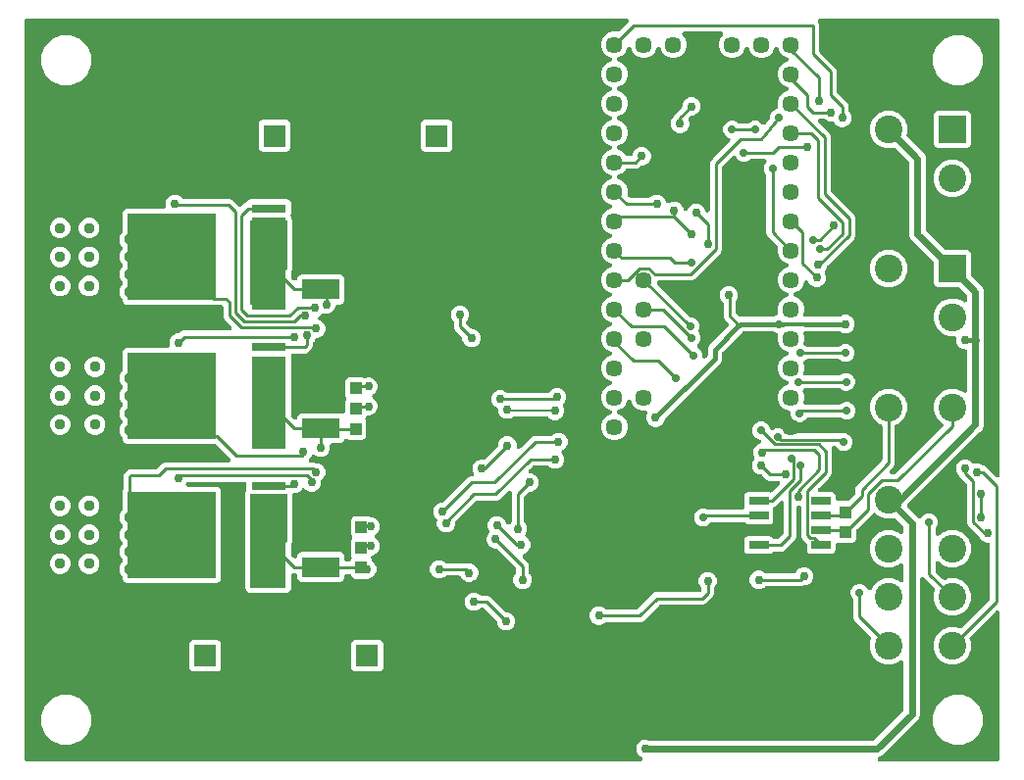
<source format=gbr>
G04 EAGLE Gerber RS-274X export*
G75*
%MOMM*%
%FSLAX34Y34*%
%LPD*%
%AMOC8*
5,1,8,0,0,1.08239X$1,22.5*%
G01*
%ADD10R,1.000000X1.100000*%
%ADD11R,3.200000X1.800000*%
%ADD12C,1.447800*%
%ADD13R,3.000000X8.000000*%
%ADD14R,3.000000X0.800000*%
%ADD15R,7.650000X7.500000*%
%ADD16C,1.930400*%
%ADD17R,1.930400X1.930400*%
%ADD18C,2.400000*%
%ADD19R,2.400000X2.400000*%
%ADD20R,10.160000X5.080000*%
%ADD21R,1.700000X0.700000*%
%ADD22C,0.755600*%
%ADD23C,0.254000*%
%ADD24C,0.955600*%
%ADD25C,0.705600*%
%ADD26C,0.152400*%
%ADD27C,0.609600*%
%ADD28C,0.406400*%
%ADD29C,0.304800*%
%ADD30C,0.254000*%
%ADD31C,0.200000*%

G36*
X535699Y4065D02*
X535699Y4065D01*
X535703Y4065D01*
X535897Y4085D01*
X536095Y4105D01*
X536099Y4106D01*
X536104Y4106D01*
X536291Y4165D01*
X536480Y4223D01*
X536484Y4225D01*
X536488Y4226D01*
X536663Y4322D01*
X536834Y4415D01*
X536837Y4417D01*
X536841Y4420D01*
X536994Y4548D01*
X537143Y4672D01*
X537146Y4676D01*
X537149Y4679D01*
X537273Y4834D01*
X537395Y4986D01*
X537397Y4990D01*
X537400Y4994D01*
X537492Y5172D01*
X537581Y5343D01*
X537582Y5348D01*
X537584Y5352D01*
X537639Y5545D01*
X537692Y5730D01*
X537693Y5735D01*
X537694Y5739D01*
X537709Y5935D01*
X537725Y6132D01*
X537725Y6136D01*
X537725Y6140D01*
X537701Y6334D01*
X537678Y6531D01*
X537677Y6536D01*
X537676Y6540D01*
X537615Y6725D01*
X537553Y6914D01*
X537551Y6918D01*
X537550Y6922D01*
X537453Y7091D01*
X537356Y7265D01*
X537353Y7268D01*
X537350Y7272D01*
X537223Y7419D01*
X537092Y7569D01*
X537089Y7572D01*
X537086Y7576D01*
X536929Y7696D01*
X536774Y7816D01*
X536770Y7818D01*
X536767Y7821D01*
X536472Y7973D01*
X535557Y8351D01*
X533351Y10557D01*
X532157Y13440D01*
X532157Y16560D01*
X533351Y19443D01*
X535557Y21649D01*
X537622Y22504D01*
X538440Y22843D01*
X541560Y22843D01*
X542949Y22267D01*
X542979Y22258D01*
X543007Y22244D01*
X543172Y22200D01*
X543335Y22151D01*
X543366Y22148D01*
X543396Y22140D01*
X543726Y22113D01*
X736212Y22113D01*
X736239Y22115D01*
X736266Y22113D01*
X736440Y22135D01*
X736613Y22153D01*
X736639Y22160D01*
X736665Y22164D01*
X736831Y22219D01*
X736998Y22271D01*
X737022Y22284D01*
X737047Y22292D01*
X737199Y22379D01*
X737352Y22463D01*
X737372Y22480D01*
X737396Y22493D01*
X737649Y22708D01*
X762292Y47351D01*
X762309Y47372D01*
X762330Y47389D01*
X762437Y47527D01*
X762547Y47663D01*
X762560Y47686D01*
X762576Y47708D01*
X762654Y47864D01*
X762736Y48018D01*
X762744Y48044D01*
X762756Y48068D01*
X762801Y48237D01*
X762851Y48404D01*
X762853Y48431D01*
X762860Y48457D01*
X762887Y48788D01*
X762887Y89264D01*
X762886Y89273D01*
X762887Y89282D01*
X762867Y89473D01*
X762847Y89665D01*
X762845Y89674D01*
X762844Y89683D01*
X762786Y89866D01*
X762729Y90050D01*
X762725Y90058D01*
X762722Y90066D01*
X762629Y90235D01*
X762537Y90404D01*
X762532Y90411D01*
X762527Y90419D01*
X762403Y90565D01*
X762280Y90713D01*
X762273Y90719D01*
X762267Y90726D01*
X762116Y90845D01*
X761966Y90966D01*
X761958Y90970D01*
X761951Y90975D01*
X761778Y91063D01*
X761609Y91151D01*
X761600Y91154D01*
X761592Y91158D01*
X761405Y91210D01*
X761222Y91263D01*
X761213Y91263D01*
X761204Y91266D01*
X761012Y91280D01*
X760820Y91295D01*
X760812Y91294D01*
X760803Y91295D01*
X760611Y91271D01*
X760421Y91248D01*
X760412Y91246D01*
X760403Y91245D01*
X760221Y91183D01*
X760038Y91124D01*
X760030Y91119D01*
X760022Y91116D01*
X759854Y91020D01*
X759687Y90926D01*
X759680Y90920D01*
X759673Y90915D01*
X759420Y90701D01*
X759100Y90381D01*
X753196Y87935D01*
X746804Y87935D01*
X740900Y90381D01*
X736381Y94900D01*
X733935Y100804D01*
X733935Y107195D01*
X734975Y109707D01*
X734982Y109728D01*
X734992Y109748D01*
X735040Y109920D01*
X735092Y110092D01*
X735094Y110114D01*
X735100Y110136D01*
X735113Y110315D01*
X735130Y110493D01*
X735128Y110515D01*
X735129Y110537D01*
X735107Y110716D01*
X735088Y110893D01*
X735082Y110915D01*
X735079Y110937D01*
X735022Y111107D01*
X734969Y111278D01*
X734958Y111297D01*
X734951Y111319D01*
X734861Y111474D01*
X734775Y111631D01*
X734761Y111648D01*
X734750Y111667D01*
X734535Y111920D01*
X722264Y124192D01*
X720477Y125978D01*
X719665Y127939D01*
X719665Y143756D01*
X719663Y143782D01*
X719665Y143809D01*
X719643Y143983D01*
X719625Y144156D01*
X719618Y144182D01*
X719614Y144208D01*
X719559Y144374D01*
X719507Y144541D01*
X719494Y144565D01*
X719486Y144590D01*
X719399Y144742D01*
X719315Y144895D01*
X719298Y144916D01*
X719285Y144939D01*
X719070Y145192D01*
X718563Y145699D01*
X717407Y148490D01*
X717407Y151510D01*
X718563Y154301D01*
X720699Y156437D01*
X721012Y156566D01*
X721012Y156567D01*
X723490Y157593D01*
X726510Y157593D01*
X729301Y156437D01*
X731437Y154301D01*
X731867Y153263D01*
X731871Y153255D01*
X731874Y153246D01*
X731967Y153076D01*
X732057Y152908D01*
X732063Y152901D01*
X732067Y152893D01*
X732192Y152745D01*
X732313Y152598D01*
X732320Y152592D01*
X732326Y152585D01*
X732477Y152465D01*
X732626Y152344D01*
X732634Y152340D01*
X732641Y152334D01*
X732812Y152246D01*
X732983Y152157D01*
X732991Y152154D01*
X732999Y152150D01*
X733183Y152098D01*
X733369Y152044D01*
X733378Y152043D01*
X733386Y152041D01*
X733577Y152026D01*
X733770Y152009D01*
X733779Y152010D01*
X733788Y152009D01*
X733979Y152033D01*
X734170Y152054D01*
X734179Y152057D01*
X734188Y152058D01*
X734370Y152119D01*
X734553Y152177D01*
X734561Y152182D01*
X734570Y152185D01*
X734738Y152280D01*
X734905Y152374D01*
X734912Y152380D01*
X734920Y152384D01*
X735066Y152511D01*
X735211Y152636D01*
X735216Y152643D01*
X735223Y152649D01*
X735340Y152801D01*
X735459Y152953D01*
X735463Y152961D01*
X735468Y152968D01*
X735620Y153263D01*
X736381Y155100D01*
X740900Y159619D01*
X743338Y160629D01*
X746804Y162065D01*
X753196Y162065D01*
X759100Y159619D01*
X759420Y159299D01*
X759427Y159294D01*
X759432Y159287D01*
X759582Y159166D01*
X759731Y159044D01*
X759739Y159040D01*
X759746Y159034D01*
X759916Y158946D01*
X760087Y158856D01*
X760096Y158853D01*
X760103Y158849D01*
X760287Y158796D01*
X760473Y158741D01*
X760482Y158740D01*
X760490Y158737D01*
X760681Y158722D01*
X760874Y158704D01*
X760883Y158705D01*
X760892Y158705D01*
X761081Y158727D01*
X761274Y158748D01*
X761283Y158750D01*
X761291Y158752D01*
X761474Y158811D01*
X761658Y158869D01*
X761666Y158874D01*
X761674Y158876D01*
X761843Y158971D01*
X762010Y159064D01*
X762017Y159070D01*
X762025Y159074D01*
X762170Y159200D01*
X762317Y159325D01*
X762323Y159332D01*
X762330Y159337D01*
X762447Y159488D01*
X762567Y159640D01*
X762571Y159649D01*
X762576Y159656D01*
X762662Y159828D01*
X762749Y159999D01*
X762752Y160008D01*
X762756Y160016D01*
X762806Y160204D01*
X762857Y160387D01*
X762858Y160396D01*
X762860Y160405D01*
X762887Y160736D01*
X762887Y173264D01*
X762886Y173273D01*
X762887Y173282D01*
X762867Y173473D01*
X762847Y173665D01*
X762845Y173674D01*
X762844Y173683D01*
X762786Y173866D01*
X762729Y174050D01*
X762725Y174058D01*
X762722Y174066D01*
X762629Y174235D01*
X762537Y174404D01*
X762532Y174411D01*
X762527Y174419D01*
X762403Y174565D01*
X762280Y174713D01*
X762273Y174719D01*
X762267Y174726D01*
X762116Y174845D01*
X761966Y174966D01*
X761958Y174970D01*
X761951Y174975D01*
X761778Y175063D01*
X761609Y175151D01*
X761600Y175154D01*
X761592Y175158D01*
X761405Y175210D01*
X761222Y175263D01*
X761213Y175263D01*
X761204Y175266D01*
X761012Y175280D01*
X760820Y175295D01*
X760812Y175294D01*
X760803Y175295D01*
X760611Y175271D01*
X760421Y175248D01*
X760412Y175246D01*
X760403Y175245D01*
X760221Y175183D01*
X760038Y175124D01*
X760030Y175119D01*
X760022Y175116D01*
X759854Y175020D01*
X759687Y174926D01*
X759680Y174920D01*
X759673Y174915D01*
X759420Y174701D01*
X759100Y174381D01*
X754560Y172500D01*
X753196Y171935D01*
X746804Y171935D01*
X740900Y174381D01*
X736381Y178900D01*
X733935Y184804D01*
X733935Y191196D01*
X736381Y197100D01*
X740900Y201619D01*
X746804Y204065D01*
X753196Y204065D01*
X759100Y201619D01*
X759420Y201299D01*
X759427Y201294D01*
X759432Y201287D01*
X759582Y201166D01*
X759731Y201044D01*
X759739Y201040D01*
X759746Y201034D01*
X759916Y200946D01*
X760087Y200856D01*
X760096Y200853D01*
X760103Y200849D01*
X760287Y200796D01*
X760473Y200741D01*
X760482Y200740D01*
X760490Y200737D01*
X760681Y200722D01*
X760874Y200704D01*
X760883Y200705D01*
X760892Y200705D01*
X761081Y200727D01*
X761274Y200748D01*
X761283Y200750D01*
X761291Y200752D01*
X761474Y200811D01*
X761658Y200869D01*
X761666Y200874D01*
X761674Y200876D01*
X761842Y200971D01*
X762010Y201064D01*
X762017Y201070D01*
X762025Y201074D01*
X762170Y201200D01*
X762317Y201325D01*
X762323Y201332D01*
X762330Y201337D01*
X762447Y201488D01*
X762567Y201640D01*
X762571Y201649D01*
X762576Y201656D01*
X762662Y201828D01*
X762749Y201999D01*
X762752Y202008D01*
X762756Y202016D01*
X762806Y202204D01*
X762857Y202387D01*
X762858Y202396D01*
X762860Y202405D01*
X762887Y202736D01*
X762887Y206212D01*
X762885Y206239D01*
X762887Y206266D01*
X762865Y206440D01*
X762847Y206613D01*
X762840Y206639D01*
X762836Y206665D01*
X762781Y206831D01*
X762729Y206998D01*
X762716Y207022D01*
X762708Y207047D01*
X762621Y207198D01*
X762537Y207352D01*
X762520Y207372D01*
X762507Y207396D01*
X762292Y207649D01*
X756142Y213799D01*
X756125Y213813D01*
X756111Y213830D01*
X755970Y213940D01*
X755831Y214054D01*
X755811Y214064D01*
X755794Y214078D01*
X755633Y214159D01*
X755475Y214242D01*
X755454Y214249D01*
X755434Y214259D01*
X755261Y214306D01*
X755089Y214357D01*
X755067Y214359D01*
X755046Y214365D01*
X754867Y214377D01*
X754688Y214394D01*
X754666Y214391D01*
X754644Y214393D01*
X754468Y214370D01*
X754288Y214350D01*
X754267Y214343D01*
X754245Y214341D01*
X753929Y214239D01*
X753195Y213935D01*
X746804Y213935D01*
X740900Y216381D01*
X739099Y218182D01*
X739085Y218193D01*
X739074Y218207D01*
X738929Y218321D01*
X738788Y218437D01*
X738772Y218445D01*
X738758Y218456D01*
X738594Y218540D01*
X738432Y218626D01*
X738415Y218631D01*
X738399Y218639D01*
X738222Y218688D01*
X738046Y218740D01*
X738028Y218742D01*
X738011Y218747D01*
X737828Y218760D01*
X737645Y218777D01*
X737627Y218775D01*
X737609Y218776D01*
X737427Y218753D01*
X737245Y218733D01*
X737228Y218728D01*
X737210Y218726D01*
X737036Y218667D01*
X736861Y218612D01*
X736845Y218603D01*
X736828Y218598D01*
X736669Y218506D01*
X736509Y218417D01*
X736495Y218406D01*
X736479Y218397D01*
X736226Y218182D01*
X734736Y216692D01*
X722660Y204615D01*
X722643Y204595D01*
X722622Y204577D01*
X722515Y204439D01*
X722405Y204304D01*
X722392Y204280D01*
X722376Y204259D01*
X722298Y204102D01*
X722216Y203948D01*
X722208Y203922D01*
X722196Y203898D01*
X722151Y203729D01*
X722101Y203562D01*
X722099Y203536D01*
X722092Y203510D01*
X722065Y203179D01*
X722065Y196191D01*
X721446Y194698D01*
X720302Y193554D01*
X718809Y192935D01*
X707124Y192935D01*
X706988Y192976D01*
X706975Y192978D01*
X706962Y192981D01*
X706774Y192997D01*
X706587Y193015D01*
X706574Y193013D01*
X706560Y193014D01*
X706373Y192992D01*
X706187Y192973D01*
X706174Y192969D01*
X706161Y192967D01*
X705981Y192909D01*
X705802Y192853D01*
X705791Y192847D01*
X705778Y192843D01*
X705614Y192750D01*
X705449Y192660D01*
X705439Y192651D01*
X705427Y192645D01*
X705285Y192522D01*
X705141Y192401D01*
X705133Y192390D01*
X705122Y192381D01*
X705008Y192233D01*
X704890Y192086D01*
X704884Y192074D01*
X704876Y192063D01*
X704792Y191896D01*
X704706Y191728D01*
X704702Y191715D01*
X704696Y191703D01*
X704647Y191520D01*
X704596Y191340D01*
X704595Y191327D01*
X704592Y191314D01*
X704565Y190983D01*
X704565Y186641D01*
X703946Y185148D01*
X702802Y184004D01*
X701309Y183385D01*
X682691Y183385D01*
X681198Y184004D01*
X680054Y185148D01*
X679435Y186641D01*
X679435Y191878D01*
X679433Y191904D01*
X679435Y191931D01*
X679413Y192105D01*
X679395Y192278D01*
X679388Y192304D01*
X679384Y192330D01*
X679329Y192496D01*
X679277Y192663D01*
X679264Y192687D01*
X679256Y192712D01*
X679169Y192864D01*
X679085Y193017D01*
X679068Y193038D01*
X679055Y193061D01*
X678840Y193314D01*
X675477Y196677D01*
X674665Y198637D01*
X674665Y223126D01*
X674663Y223144D01*
X674665Y223162D01*
X674644Y223344D01*
X674625Y223527D01*
X674620Y223544D01*
X674618Y223561D01*
X674561Y223736D01*
X674507Y223912D01*
X674499Y223927D01*
X674493Y223944D01*
X674403Y224104D01*
X674315Y224266D01*
X674304Y224279D01*
X674295Y224295D01*
X674175Y224434D01*
X674058Y224575D01*
X674044Y224586D01*
X674032Y224600D01*
X673887Y224712D01*
X673744Y224827D01*
X673728Y224835D01*
X673714Y224846D01*
X673549Y224928D01*
X673387Y225013D01*
X673370Y225018D01*
X673354Y225026D01*
X673175Y225073D01*
X673000Y225124D01*
X672982Y225126D01*
X672965Y225130D01*
X672634Y225157D01*
X672366Y225157D01*
X672348Y225155D01*
X672330Y225157D01*
X672148Y225136D01*
X671965Y225117D01*
X671948Y225112D01*
X671931Y225110D01*
X671756Y225053D01*
X671580Y224999D01*
X671565Y224991D01*
X671548Y224985D01*
X671388Y224895D01*
X671226Y224807D01*
X671213Y224796D01*
X671197Y224787D01*
X671058Y224667D01*
X670917Y224550D01*
X670906Y224536D01*
X670892Y224524D01*
X670780Y224379D01*
X670665Y224236D01*
X670657Y224220D01*
X670646Y224206D01*
X670564Y224041D01*
X670479Y223879D01*
X670474Y223862D01*
X670466Y223846D01*
X670419Y223667D01*
X670368Y223492D01*
X670366Y223474D01*
X670362Y223457D01*
X670335Y223126D01*
X670335Y197939D01*
X669523Y195978D01*
X659972Y186427D01*
X658011Y185615D01*
X651255Y185615D01*
X651228Y185613D01*
X651202Y185615D01*
X651028Y185593D01*
X650854Y185575D01*
X650829Y185568D01*
X650802Y185564D01*
X650636Y185508D01*
X650469Y185457D01*
X650446Y185444D01*
X650421Y185436D01*
X650269Y185349D01*
X650115Y185265D01*
X650095Y185248D01*
X650072Y185235D01*
X649819Y185020D01*
X648803Y184004D01*
X647309Y183385D01*
X628691Y183385D01*
X627198Y184004D01*
X626054Y185148D01*
X625435Y186641D01*
X625435Y195259D01*
X626054Y196752D01*
X627198Y197896D01*
X628691Y198515D01*
X647309Y198515D01*
X648803Y197896D01*
X649819Y196880D01*
X649839Y196863D01*
X649857Y196842D01*
X649995Y196735D01*
X650130Y196625D01*
X650154Y196612D01*
X650175Y196596D01*
X650332Y196518D01*
X650486Y196436D01*
X650511Y196428D01*
X650536Y196416D01*
X650705Y196371D01*
X650872Y196321D01*
X650898Y196319D01*
X650924Y196312D01*
X651255Y196285D01*
X653899Y196285D01*
X653925Y196287D01*
X653952Y196285D01*
X654126Y196307D01*
X654300Y196325D01*
X654325Y196332D01*
X654352Y196336D01*
X654517Y196391D01*
X654684Y196443D01*
X654708Y196456D01*
X654733Y196464D01*
X654885Y196551D01*
X655038Y196635D01*
X655059Y196652D01*
X655082Y196665D01*
X655335Y196880D01*
X659070Y200615D01*
X659087Y200636D01*
X659108Y200653D01*
X659215Y200791D01*
X659325Y200926D01*
X659338Y200950D01*
X659354Y200971D01*
X659432Y201128D01*
X659514Y201282D01*
X659522Y201308D01*
X659534Y201332D01*
X659579Y201501D01*
X659629Y201668D01*
X659631Y201695D01*
X659638Y201720D01*
X659665Y202051D01*
X659665Y227217D01*
X659664Y227226D01*
X659665Y227235D01*
X659644Y227427D01*
X659625Y227618D01*
X659623Y227626D01*
X659622Y227635D01*
X659564Y227817D01*
X659507Y228002D01*
X659503Y228010D01*
X659500Y228019D01*
X659407Y228187D01*
X659315Y228357D01*
X659310Y228363D01*
X659305Y228371D01*
X659181Y228518D01*
X659058Y228666D01*
X659051Y228671D01*
X659045Y228678D01*
X658894Y228797D01*
X658744Y228918D01*
X658736Y228922D01*
X658729Y228928D01*
X658556Y229016D01*
X658387Y229104D01*
X658378Y229106D01*
X658370Y229110D01*
X658184Y229162D01*
X658000Y229215D01*
X657991Y229216D01*
X657982Y229218D01*
X657789Y229232D01*
X657598Y229248D01*
X657590Y229247D01*
X657581Y229248D01*
X657388Y229223D01*
X657199Y229201D01*
X657190Y229198D01*
X657181Y229197D01*
X656998Y229136D01*
X656816Y229076D01*
X656808Y229072D01*
X656800Y229069D01*
X656633Y228973D01*
X656465Y228878D01*
X656458Y228872D01*
X656451Y228868D01*
X656198Y228653D01*
X652072Y224527D01*
X651294Y224205D01*
X651278Y224197D01*
X651261Y224191D01*
X651102Y224102D01*
X650939Y224015D01*
X650925Y224004D01*
X650910Y223995D01*
X650771Y223876D01*
X650629Y223759D01*
X650618Y223745D01*
X650604Y223733D01*
X650491Y223589D01*
X650375Y223446D01*
X650367Y223430D01*
X650356Y223416D01*
X650273Y223251D01*
X650188Y223090D01*
X650183Y223072D01*
X650175Y223056D01*
X650127Y222879D01*
X650075Y222703D01*
X650074Y222685D01*
X650069Y222668D01*
X650056Y222485D01*
X650040Y222302D01*
X650042Y222284D01*
X650041Y222266D01*
X650065Y222084D01*
X650086Y221902D01*
X650091Y221885D01*
X650093Y221867D01*
X650195Y221551D01*
X650565Y220658D01*
X650565Y212041D01*
X649946Y210548D01*
X648802Y209404D01*
X647309Y208785D01*
X628691Y208785D01*
X627197Y209404D01*
X626181Y210420D01*
X626161Y210437D01*
X626143Y210458D01*
X626005Y210565D01*
X625870Y210675D01*
X625846Y210688D01*
X625825Y210704D01*
X625668Y210782D01*
X625514Y210864D01*
X625489Y210872D01*
X625464Y210884D01*
X625295Y210929D01*
X625128Y210979D01*
X625102Y210981D01*
X625076Y210988D01*
X624745Y211015D01*
X597594Y211015D01*
X597568Y211013D01*
X597541Y211015D01*
X597367Y210993D01*
X597194Y210975D01*
X597168Y210968D01*
X597142Y210964D01*
X596976Y210909D01*
X596809Y210857D01*
X596785Y210844D01*
X596760Y210836D01*
X596608Y210749D01*
X596455Y210665D01*
X596434Y210648D01*
X596411Y210635D01*
X596158Y210420D01*
X594301Y208563D01*
X591510Y207407D01*
X588490Y207407D01*
X585699Y208563D01*
X583563Y210699D01*
X582407Y213490D01*
X582407Y216510D01*
X583563Y219301D01*
X585699Y221437D01*
X586012Y221566D01*
X586012Y221567D01*
X588490Y222593D01*
X591510Y222593D01*
X593329Y221839D01*
X593359Y221830D01*
X593387Y221816D01*
X593551Y221772D01*
X593714Y221723D01*
X593746Y221720D01*
X593776Y221712D01*
X594106Y221685D01*
X623661Y221685D01*
X623675Y221686D01*
X623688Y221685D01*
X623875Y221706D01*
X624062Y221725D01*
X624075Y221729D01*
X624088Y221730D01*
X624268Y221788D01*
X624447Y221843D01*
X624459Y221849D01*
X624472Y221853D01*
X624636Y221945D01*
X624801Y222035D01*
X624811Y222043D01*
X624823Y222050D01*
X624967Y222173D01*
X625110Y222292D01*
X625119Y222303D01*
X625129Y222311D01*
X625245Y222460D01*
X625363Y222606D01*
X625369Y222618D01*
X625377Y222629D01*
X625462Y222797D01*
X625548Y222963D01*
X625552Y222976D01*
X625558Y222988D01*
X625607Y223169D01*
X625660Y223350D01*
X625661Y223364D01*
X625664Y223377D01*
X625677Y223561D01*
X625692Y223752D01*
X625691Y223765D01*
X625692Y223778D01*
X625667Y223964D01*
X625645Y224151D01*
X625641Y224164D01*
X625640Y224177D01*
X625538Y224493D01*
X625435Y224741D01*
X625435Y233359D01*
X626054Y234852D01*
X627198Y235996D01*
X628691Y236615D01*
X647312Y236615D01*
X647322Y236612D01*
X647342Y236602D01*
X647514Y236553D01*
X647686Y236502D01*
X647708Y236500D01*
X647729Y236494D01*
X647909Y236480D01*
X648086Y236464D01*
X648109Y236466D01*
X648131Y236464D01*
X648309Y236487D01*
X648487Y236505D01*
X648508Y236512D01*
X648530Y236515D01*
X648700Y236572D01*
X648871Y236625D01*
X648891Y236636D01*
X648912Y236643D01*
X649067Y236732D01*
X649224Y236818D01*
X649242Y236833D01*
X649261Y236844D01*
X649514Y237058D01*
X655653Y243198D01*
X655659Y243205D01*
X655666Y243210D01*
X655786Y243360D01*
X655908Y243509D01*
X655913Y243517D01*
X655918Y243524D01*
X656007Y243695D01*
X656097Y243865D01*
X656099Y243873D01*
X656104Y243881D01*
X656157Y244067D01*
X656212Y244251D01*
X656213Y244260D01*
X656215Y244268D01*
X656231Y244460D01*
X656248Y244652D01*
X656247Y244661D01*
X656248Y244670D01*
X656226Y244859D01*
X656205Y245052D01*
X656202Y245061D01*
X656201Y245069D01*
X656142Y245251D01*
X656083Y245436D01*
X656079Y245444D01*
X656076Y245452D01*
X655981Y245621D01*
X655888Y245788D01*
X655883Y245795D01*
X655878Y245803D01*
X655752Y245949D01*
X655628Y246095D01*
X655621Y246101D01*
X655615Y246108D01*
X655464Y246225D01*
X655312Y246345D01*
X655304Y246349D01*
X655297Y246354D01*
X655125Y246440D01*
X654953Y246527D01*
X654944Y246530D01*
X654936Y246534D01*
X654750Y246584D01*
X654565Y246635D01*
X654556Y246636D01*
X654548Y246638D01*
X654217Y246665D01*
X646939Y246665D01*
X644978Y247477D01*
X640893Y251562D01*
X640872Y251579D01*
X640855Y251600D01*
X640717Y251707D01*
X640582Y251817D01*
X640558Y251830D01*
X640537Y251846D01*
X640380Y251924D01*
X640226Y252006D01*
X640200Y252014D01*
X640176Y252026D01*
X640007Y252071D01*
X639840Y252121D01*
X639813Y252123D01*
X639788Y252130D01*
X639457Y252157D01*
X638440Y252157D01*
X635557Y253351D01*
X633351Y255557D01*
X632157Y258440D01*
X632157Y261560D01*
X633351Y264443D01*
X633718Y264809D01*
X633732Y264827D01*
X633749Y264841D01*
X633860Y264982D01*
X633973Y265121D01*
X633984Y265141D01*
X633997Y265158D01*
X634078Y265318D01*
X634162Y265477D01*
X634168Y265498D01*
X634178Y265518D01*
X634225Y265691D01*
X634277Y265862D01*
X634279Y265885D01*
X634284Y265906D01*
X634297Y266084D01*
X634313Y266263D01*
X634311Y266286D01*
X634312Y266308D01*
X634289Y266485D01*
X634270Y266664D01*
X634263Y266685D01*
X634260Y266707D01*
X634158Y267023D01*
X633157Y269440D01*
X633157Y272560D01*
X634351Y275443D01*
X636557Y277649D01*
X638737Y278552D01*
X638745Y278556D01*
X638753Y278558D01*
X638921Y278650D01*
X639092Y278742D01*
X639099Y278747D01*
X639107Y278752D01*
X639253Y278875D01*
X639402Y278998D01*
X639408Y279005D01*
X639415Y279011D01*
X639535Y279161D01*
X639656Y279311D01*
X639660Y279319D01*
X639666Y279326D01*
X639753Y279497D01*
X639843Y279667D01*
X639846Y279676D01*
X639850Y279684D01*
X639902Y279868D01*
X639956Y280054D01*
X639957Y280063D01*
X639959Y280071D01*
X639974Y280262D01*
X639991Y280455D01*
X639990Y280464D01*
X639990Y280473D01*
X639967Y280664D01*
X639946Y280855D01*
X639943Y280863D01*
X639942Y280872D01*
X639881Y281055D01*
X639822Y281238D01*
X639818Y281246D01*
X639815Y281255D01*
X639720Y281422D01*
X639626Y281590D01*
X639620Y281596D01*
X639616Y281604D01*
X639489Y281750D01*
X639364Y281896D01*
X639357Y281901D01*
X639351Y281908D01*
X639199Y282025D01*
X639047Y282144D01*
X639039Y282148D01*
X639032Y282153D01*
X638737Y282305D01*
X635699Y283563D01*
X633563Y285699D01*
X632407Y288490D01*
X632407Y291510D01*
X633563Y294301D01*
X635699Y296437D01*
X636389Y296723D01*
X638490Y297593D01*
X641510Y297593D01*
X644301Y296437D01*
X646437Y294301D01*
X647480Y291782D01*
X647489Y291766D01*
X647494Y291749D01*
X647584Y291589D01*
X647670Y291427D01*
X647682Y291413D01*
X647690Y291398D01*
X647810Y291258D01*
X647927Y291117D01*
X647941Y291106D01*
X647952Y291092D01*
X648097Y290979D01*
X648239Y290863D01*
X648255Y290855D01*
X648269Y290844D01*
X648433Y290761D01*
X648596Y290676D01*
X648613Y290671D01*
X648629Y290663D01*
X648806Y290615D01*
X648982Y290563D01*
X649000Y290561D01*
X649017Y290557D01*
X649201Y290544D01*
X649383Y290528D01*
X649401Y290530D01*
X649419Y290529D01*
X649602Y290553D01*
X649783Y290573D01*
X649801Y290579D01*
X649818Y290581D01*
X650134Y290683D01*
X653108Y291915D01*
X656129Y291915D01*
X658920Y290759D01*
X661058Y288621D01*
X661061Y288612D01*
X661149Y288455D01*
X661233Y288298D01*
X661248Y288281D01*
X661259Y288261D01*
X661376Y288126D01*
X661490Y287987D01*
X661507Y287973D01*
X661522Y287956D01*
X661663Y287847D01*
X661802Y287734D01*
X661822Y287723D01*
X661840Y287710D01*
X662000Y287630D01*
X662159Y287547D01*
X662180Y287540D01*
X662200Y287530D01*
X662374Y287484D01*
X662545Y287434D01*
X662568Y287432D01*
X662589Y287426D01*
X662920Y287399D01*
X708939Y287399D01*
X708970Y287402D01*
X709002Y287400D01*
X709170Y287422D01*
X709340Y287439D01*
X709370Y287448D01*
X709401Y287452D01*
X709717Y287553D01*
X709812Y287593D01*
X712832Y287593D01*
X715623Y286437D01*
X717759Y284301D01*
X718915Y281510D01*
X718915Y278490D01*
X717759Y275699D01*
X715623Y273563D01*
X712832Y272407D01*
X709812Y272407D01*
X707021Y273563D01*
X704827Y275758D01*
X704788Y275830D01*
X704774Y275847D01*
X704763Y275867D01*
X704645Y276002D01*
X704531Y276140D01*
X704514Y276155D01*
X704499Y276172D01*
X704358Y276281D01*
X704219Y276394D01*
X704199Y276405D01*
X704181Y276418D01*
X704021Y276498D01*
X703862Y276581D01*
X703841Y276588D01*
X703821Y276598D01*
X703648Y276644D01*
X703476Y276694D01*
X703454Y276696D01*
X703432Y276702D01*
X703101Y276729D01*
X702855Y276729D01*
X702842Y276728D01*
X702829Y276729D01*
X702642Y276708D01*
X702455Y276689D01*
X702442Y276685D01*
X702429Y276684D01*
X702249Y276626D01*
X702070Y276571D01*
X702058Y276565D01*
X702045Y276561D01*
X701880Y276469D01*
X701716Y276379D01*
X701706Y276371D01*
X701694Y276364D01*
X701551Y276242D01*
X701407Y276122D01*
X701398Y276111D01*
X701388Y276103D01*
X701272Y275954D01*
X701154Y275808D01*
X701148Y275796D01*
X701140Y275786D01*
X701055Y275616D01*
X700969Y275451D01*
X700965Y275438D01*
X700959Y275426D01*
X700909Y275243D01*
X700857Y275064D01*
X700856Y275050D01*
X700853Y275037D01*
X700840Y274849D01*
X700824Y274662D01*
X700826Y274649D01*
X700825Y274636D01*
X700850Y274448D01*
X700871Y274263D01*
X700875Y274250D01*
X700877Y274237D01*
X700979Y273921D01*
X701335Y273061D01*
X701335Y252939D01*
X700523Y250978D01*
X698736Y249192D01*
X689627Y240082D01*
X689621Y240075D01*
X689614Y240070D01*
X689494Y239920D01*
X689372Y239771D01*
X689367Y239763D01*
X689362Y239756D01*
X689273Y239584D01*
X689183Y239415D01*
X689180Y239406D01*
X689176Y239399D01*
X689123Y239214D01*
X689068Y239029D01*
X689067Y239020D01*
X689065Y239012D01*
X689049Y238820D01*
X689032Y238628D01*
X689033Y238619D01*
X689032Y238610D01*
X689054Y238421D01*
X689075Y238228D01*
X689078Y238219D01*
X689079Y238211D01*
X689138Y238029D01*
X689197Y237844D01*
X689201Y237836D01*
X689204Y237828D01*
X689299Y237659D01*
X689392Y237492D01*
X689397Y237485D01*
X689402Y237477D01*
X689528Y237331D01*
X689652Y237185D01*
X689659Y237179D01*
X689665Y237172D01*
X689816Y237055D01*
X689968Y236935D01*
X689976Y236931D01*
X689983Y236926D01*
X690155Y236840D01*
X690327Y236753D01*
X690336Y236750D01*
X690344Y236746D01*
X690530Y236696D01*
X690715Y236645D01*
X690724Y236644D01*
X690732Y236642D01*
X691063Y236615D01*
X701309Y236615D01*
X702802Y235996D01*
X703946Y234852D01*
X704565Y233359D01*
X704565Y231017D01*
X704566Y231003D01*
X704565Y230990D01*
X704586Y230804D01*
X704605Y230616D01*
X704609Y230603D01*
X704610Y230590D01*
X704668Y230411D01*
X704723Y230231D01*
X704729Y230219D01*
X704733Y230206D01*
X704825Y230042D01*
X704915Y229877D01*
X704923Y229867D01*
X704930Y229855D01*
X705052Y229712D01*
X705172Y229568D01*
X705183Y229559D01*
X705192Y229549D01*
X705340Y229433D01*
X705486Y229316D01*
X705498Y229309D01*
X705509Y229301D01*
X705677Y229217D01*
X705843Y229130D01*
X705856Y229126D01*
X705868Y229120D01*
X706050Y229071D01*
X706230Y229019D01*
X706244Y229018D01*
X706257Y229014D01*
X706444Y229001D01*
X706632Y228986D01*
X706645Y228987D01*
X706658Y228986D01*
X706845Y229011D01*
X707031Y229033D01*
X707044Y229037D01*
X707058Y229039D01*
X707139Y229065D01*
X714179Y229065D01*
X714205Y229067D01*
X714232Y229065D01*
X714406Y229087D01*
X714580Y229105D01*
X714605Y229112D01*
X714632Y229116D01*
X714798Y229172D01*
X714964Y229223D01*
X714988Y229236D01*
X715013Y229244D01*
X715165Y229331D01*
X715318Y229415D01*
X715339Y229432D01*
X715362Y229445D01*
X715615Y229660D01*
X721070Y235115D01*
X721087Y235136D01*
X721108Y235153D01*
X721215Y235291D01*
X721325Y235426D01*
X721338Y235450D01*
X721354Y235471D01*
X721432Y235628D01*
X721514Y235782D01*
X721522Y235807D01*
X721534Y235832D01*
X721579Y236001D01*
X721629Y236168D01*
X721631Y236195D01*
X721638Y236220D01*
X721665Y236551D01*
X721665Y240061D01*
X722477Y242022D01*
X744070Y263615D01*
X744087Y263636D01*
X744108Y263653D01*
X744215Y263791D01*
X744325Y263926D01*
X744338Y263950D01*
X744354Y263971D01*
X744432Y264128D01*
X744514Y264282D01*
X744522Y264308D01*
X744534Y264332D01*
X744579Y264501D01*
X744629Y264668D01*
X744631Y264695D01*
X744638Y264720D01*
X744665Y265051D01*
X744665Y293464D01*
X744663Y293486D01*
X744665Y293509D01*
X744643Y293686D01*
X744625Y293865D01*
X744619Y293886D01*
X744616Y293908D01*
X744560Y294078D01*
X744507Y294250D01*
X744497Y294269D01*
X744490Y294290D01*
X744401Y294446D01*
X744315Y294604D01*
X744301Y294621D01*
X744290Y294640D01*
X744172Y294776D01*
X744058Y294913D01*
X744040Y294927D01*
X744026Y294944D01*
X743884Y295053D01*
X743744Y295165D01*
X743724Y295176D01*
X743706Y295189D01*
X743411Y295341D01*
X740900Y296381D01*
X736381Y300900D01*
X733935Y306804D01*
X733935Y313196D01*
X736381Y319100D01*
X740900Y323619D01*
X744621Y325160D01*
X746804Y326065D01*
X753196Y326065D01*
X759100Y323619D01*
X763619Y319100D01*
X766065Y313196D01*
X766065Y306804D01*
X763619Y300900D01*
X759100Y296381D01*
X756589Y295341D01*
X756569Y295330D01*
X756548Y295323D01*
X756392Y295235D01*
X756234Y295151D01*
X756217Y295136D01*
X756197Y295125D01*
X756062Y295009D01*
X755923Y294894D01*
X755909Y294877D01*
X755892Y294862D01*
X755782Y294720D01*
X755670Y294582D01*
X755659Y294562D01*
X755646Y294544D01*
X755566Y294383D01*
X755483Y294225D01*
X755476Y294204D01*
X755466Y294184D01*
X755420Y294010D01*
X755370Y293839D01*
X755368Y293816D01*
X755362Y293795D01*
X755335Y293464D01*
X755335Y260939D01*
X754523Y258978D01*
X752736Y257192D01*
X751347Y255802D01*
X751341Y255795D01*
X751334Y255790D01*
X751213Y255639D01*
X751092Y255491D01*
X751087Y255483D01*
X751082Y255476D01*
X750993Y255306D01*
X750903Y255135D01*
X750900Y255126D01*
X750896Y255119D01*
X750843Y254934D01*
X750788Y254749D01*
X750787Y254740D01*
X750785Y254732D01*
X750769Y254541D01*
X750752Y254348D01*
X750753Y254339D01*
X750752Y254330D01*
X750774Y254141D01*
X750795Y253948D01*
X750798Y253939D01*
X750799Y253931D01*
X750858Y253749D01*
X750917Y253564D01*
X750921Y253556D01*
X750924Y253548D01*
X751018Y253381D01*
X751112Y253212D01*
X751117Y253205D01*
X751122Y253197D01*
X751247Y253052D01*
X751372Y252905D01*
X751379Y252899D01*
X751385Y252892D01*
X751535Y252776D01*
X751688Y252655D01*
X751696Y252651D01*
X751703Y252646D01*
X751874Y252561D01*
X752047Y252473D01*
X752056Y252470D01*
X752064Y252466D01*
X752249Y252417D01*
X752435Y252365D01*
X752444Y252364D01*
X752452Y252362D01*
X752783Y252335D01*
X754949Y252335D01*
X754975Y252337D01*
X755002Y252335D01*
X755176Y252357D01*
X755350Y252375D01*
X755375Y252382D01*
X755402Y252386D01*
X755567Y252441D01*
X755734Y252493D01*
X755758Y252506D01*
X755783Y252514D01*
X755935Y252601D01*
X756088Y252685D01*
X756109Y252702D01*
X756132Y252715D01*
X756385Y252930D01*
X796534Y293078D01*
X796542Y293089D01*
X796553Y293097D01*
X796670Y293245D01*
X796789Y293390D01*
X796795Y293402D01*
X796804Y293412D01*
X796890Y293580D01*
X796978Y293746D01*
X796981Y293758D01*
X796988Y293770D01*
X797039Y293952D01*
X797092Y294132D01*
X797094Y294145D01*
X797097Y294158D01*
X797112Y294344D01*
X797129Y294533D01*
X797127Y294546D01*
X797128Y294559D01*
X797106Y294745D01*
X797085Y294933D01*
X797081Y294946D01*
X797080Y294959D01*
X797021Y295136D01*
X796964Y295317D01*
X796957Y295328D01*
X796953Y295341D01*
X796860Y295505D01*
X796769Y295669D01*
X796760Y295679D01*
X796754Y295691D01*
X796630Y295833D01*
X796509Y295976D01*
X796498Y295984D01*
X796489Y295994D01*
X796340Y296109D01*
X796193Y296226D01*
X796181Y296232D01*
X796170Y296240D01*
X795905Y296376D01*
X791381Y300900D01*
X788935Y306804D01*
X788935Y313196D01*
X791381Y319100D01*
X795900Y323619D01*
X799621Y325160D01*
X801804Y326065D01*
X808196Y326065D01*
X814100Y323619D01*
X814420Y323299D01*
X814427Y323294D01*
X814432Y323287D01*
X814582Y323166D01*
X814731Y323044D01*
X814739Y323040D01*
X814746Y323034D01*
X814916Y322946D01*
X815087Y322856D01*
X815096Y322853D01*
X815103Y322849D01*
X815287Y322796D01*
X815473Y322741D01*
X815482Y322740D01*
X815490Y322737D01*
X815681Y322722D01*
X815874Y322704D01*
X815883Y322705D01*
X815892Y322705D01*
X816081Y322727D01*
X816274Y322748D01*
X816283Y322750D01*
X816291Y322752D01*
X816474Y322811D01*
X816658Y322869D01*
X816666Y322874D01*
X816674Y322876D01*
X816843Y322971D01*
X817010Y323064D01*
X817017Y323070D01*
X817025Y323074D01*
X817170Y323200D01*
X817317Y323325D01*
X817323Y323332D01*
X817330Y323337D01*
X817447Y323488D01*
X817567Y323640D01*
X817571Y323649D01*
X817576Y323656D01*
X817662Y323828D01*
X817749Y323999D01*
X817752Y324008D01*
X817756Y324016D01*
X817806Y324204D01*
X817857Y324387D01*
X817858Y324396D01*
X817860Y324405D01*
X817887Y324736D01*
X817887Y358126D01*
X817885Y358144D01*
X817887Y358162D01*
X817866Y358344D01*
X817847Y358527D01*
X817842Y358544D01*
X817840Y358561D01*
X817783Y358736D01*
X817729Y358912D01*
X817721Y358927D01*
X817715Y358944D01*
X817625Y359104D01*
X817537Y359266D01*
X817526Y359279D01*
X817517Y359295D01*
X817397Y359434D01*
X817280Y359575D01*
X817266Y359586D01*
X817254Y359600D01*
X817109Y359712D01*
X816966Y359827D01*
X816950Y359835D01*
X816936Y359846D01*
X816771Y359928D01*
X816609Y360013D01*
X816592Y360018D01*
X816576Y360026D01*
X816397Y360073D01*
X816222Y360124D01*
X816204Y360126D01*
X816187Y360130D01*
X815856Y360157D01*
X814440Y360157D01*
X811557Y361351D01*
X809351Y363557D01*
X808157Y366440D01*
X808157Y369904D01*
X808155Y369922D01*
X808157Y369940D01*
X808136Y370122D01*
X808117Y370305D01*
X808112Y370322D01*
X808110Y370339D01*
X808053Y370514D01*
X807999Y370690D01*
X807991Y370705D01*
X807985Y370722D01*
X807895Y370882D01*
X807807Y371044D01*
X807796Y371057D01*
X807787Y371073D01*
X807667Y371212D01*
X807550Y371353D01*
X807536Y371364D01*
X807524Y371378D01*
X807379Y371490D01*
X807236Y371605D01*
X807220Y371613D01*
X807206Y371624D01*
X807041Y371706D01*
X806879Y371791D01*
X806862Y371796D01*
X806846Y371804D01*
X806667Y371851D01*
X806492Y371902D01*
X806474Y371904D01*
X806457Y371908D01*
X806126Y371935D01*
X801804Y371935D01*
X795900Y374381D01*
X791381Y378900D01*
X788935Y384804D01*
X788935Y391196D01*
X791381Y397100D01*
X795900Y401619D01*
X797659Y402348D01*
X801804Y404065D01*
X808196Y404065D01*
X814100Y401619D01*
X814420Y401299D01*
X814427Y401294D01*
X814432Y401287D01*
X814582Y401166D01*
X814731Y401044D01*
X814739Y401040D01*
X814746Y401034D01*
X814916Y400946D01*
X815087Y400856D01*
X815096Y400853D01*
X815103Y400849D01*
X815287Y400796D01*
X815473Y400741D01*
X815482Y400740D01*
X815490Y400737D01*
X815681Y400722D01*
X815874Y400704D01*
X815883Y400705D01*
X815892Y400705D01*
X816081Y400727D01*
X816274Y400748D01*
X816283Y400750D01*
X816291Y400752D01*
X816474Y400811D01*
X816658Y400869D01*
X816666Y400874D01*
X816674Y400876D01*
X816843Y400971D01*
X817010Y401064D01*
X817017Y401070D01*
X817025Y401074D01*
X817170Y401200D01*
X817317Y401325D01*
X817323Y401332D01*
X817330Y401337D01*
X817447Y401488D01*
X817567Y401640D01*
X817571Y401649D01*
X817576Y401656D01*
X817662Y401828D01*
X817749Y401999D01*
X817752Y402008D01*
X817756Y402016D01*
X817806Y402204D01*
X817857Y402387D01*
X817858Y402396D01*
X817860Y402405D01*
X817887Y402736D01*
X817887Y406212D01*
X817885Y406239D01*
X817887Y406266D01*
X817865Y406440D01*
X817847Y406613D01*
X817840Y406639D01*
X817836Y406665D01*
X817781Y406831D01*
X817729Y406998D01*
X817716Y407022D01*
X817708Y407047D01*
X817621Y407198D01*
X817537Y407352D01*
X817520Y407372D01*
X817507Y407396D01*
X817292Y407649D01*
X811601Y413340D01*
X811580Y413357D01*
X811563Y413378D01*
X811425Y413485D01*
X811289Y413595D01*
X811266Y413608D01*
X811244Y413624D01*
X811088Y413702D01*
X810934Y413784D01*
X810908Y413792D01*
X810884Y413804D01*
X810715Y413849D01*
X810548Y413899D01*
X810521Y413901D01*
X810495Y413908D01*
X810164Y413935D01*
X792191Y413935D01*
X790698Y414554D01*
X789554Y415698D01*
X788935Y417191D01*
X788935Y435164D01*
X788933Y435191D01*
X788935Y435218D01*
X788913Y435392D01*
X788895Y435565D01*
X788888Y435591D01*
X788884Y435617D01*
X788829Y435783D01*
X788777Y435950D01*
X788764Y435974D01*
X788756Y435999D01*
X788669Y436151D01*
X788585Y436304D01*
X788568Y436324D01*
X788555Y436348D01*
X788340Y436601D01*
X768970Y455971D01*
X767887Y458585D01*
X767887Y521212D01*
X767885Y521239D01*
X767887Y521266D01*
X767865Y521440D01*
X767847Y521613D01*
X767840Y521639D01*
X767836Y521665D01*
X767781Y521831D01*
X767729Y521998D01*
X767716Y522022D01*
X767708Y522047D01*
X767621Y522199D01*
X767537Y522352D01*
X767520Y522372D01*
X767507Y522396D01*
X767292Y522649D01*
X756142Y533799D01*
X756125Y533813D01*
X756111Y533830D01*
X755970Y533940D01*
X755831Y534054D01*
X755811Y534064D01*
X755794Y534078D01*
X755633Y534159D01*
X755475Y534242D01*
X755454Y534249D01*
X755434Y534259D01*
X755261Y534306D01*
X755089Y534357D01*
X755067Y534359D01*
X755046Y534365D01*
X754867Y534377D01*
X754688Y534394D01*
X754666Y534391D01*
X754644Y534393D01*
X754468Y534370D01*
X754288Y534350D01*
X754267Y534343D01*
X754245Y534341D01*
X753929Y534239D01*
X753195Y533935D01*
X746804Y533935D01*
X740900Y536381D01*
X736381Y540900D01*
X733935Y546804D01*
X733935Y553196D01*
X736381Y559100D01*
X740900Y563619D01*
X746804Y566065D01*
X753196Y566065D01*
X759100Y563619D01*
X763619Y559100D01*
X766065Y553196D01*
X766065Y546805D01*
X765761Y546071D01*
X765755Y546050D01*
X765744Y546030D01*
X765696Y545857D01*
X765645Y545686D01*
X765642Y545664D01*
X765636Y545642D01*
X765623Y545462D01*
X765606Y545285D01*
X765609Y545263D01*
X765607Y545241D01*
X765630Y545062D01*
X765648Y544885D01*
X765655Y544863D01*
X765657Y544841D01*
X765714Y544672D01*
X765768Y544500D01*
X765779Y544481D01*
X765786Y544459D01*
X765875Y544304D01*
X765961Y544147D01*
X765975Y544130D01*
X765987Y544111D01*
X766201Y543858D01*
X778743Y531316D01*
X781030Y529029D01*
X782113Y526415D01*
X782113Y463788D01*
X782115Y463761D01*
X782113Y463734D01*
X782135Y463560D01*
X782153Y463387D01*
X782160Y463361D01*
X782164Y463335D01*
X782219Y463169D01*
X782271Y463002D01*
X782284Y462978D01*
X782292Y462953D01*
X782379Y462801D01*
X782463Y462648D01*
X782480Y462628D01*
X782493Y462604D01*
X782708Y462351D01*
X798399Y446660D01*
X798420Y446643D01*
X798437Y446622D01*
X798575Y446515D01*
X798711Y446405D01*
X798734Y446392D01*
X798756Y446376D01*
X798912Y446298D01*
X799066Y446216D01*
X799092Y446208D01*
X799116Y446196D01*
X799285Y446151D01*
X799452Y446101D01*
X799479Y446099D01*
X799505Y446092D01*
X799836Y446065D01*
X817809Y446065D01*
X819302Y445446D01*
X820446Y444302D01*
X821065Y442809D01*
X821065Y424836D01*
X821067Y424809D01*
X821065Y424782D01*
X821087Y424608D01*
X821105Y424435D01*
X821112Y424409D01*
X821116Y424383D01*
X821171Y424217D01*
X821223Y424050D01*
X821236Y424026D01*
X821244Y424001D01*
X821331Y423849D01*
X821415Y423696D01*
X821432Y423676D01*
X821445Y423652D01*
X821660Y423399D01*
X831030Y414029D01*
X832113Y411415D01*
X832113Y293585D01*
X831030Y290971D01*
X828744Y288685D01*
X828743Y288684D01*
X766495Y226436D01*
X766484Y226423D01*
X766470Y226411D01*
X766356Y226267D01*
X766240Y226125D01*
X766232Y226109D01*
X766221Y226095D01*
X766137Y225931D01*
X766052Y225769D01*
X766046Y225752D01*
X766038Y225736D01*
X765989Y225559D01*
X765937Y225383D01*
X765935Y225365D01*
X765930Y225348D01*
X765917Y225165D01*
X765900Y224982D01*
X765902Y224964D01*
X765901Y224947D01*
X765924Y224765D01*
X765944Y224582D01*
X765949Y224565D01*
X765951Y224547D01*
X766010Y224374D01*
X766065Y224198D01*
X766074Y224182D01*
X766080Y224166D01*
X766171Y224006D01*
X766260Y223846D01*
X766272Y223832D01*
X766281Y223817D01*
X766495Y223564D01*
X773743Y216316D01*
X773744Y216315D01*
X775299Y214760D01*
X775309Y214751D01*
X775318Y214741D01*
X775465Y214624D01*
X775611Y214505D01*
X775622Y214498D01*
X775633Y214490D01*
X775800Y214405D01*
X775966Y214316D01*
X775979Y214312D01*
X775991Y214306D01*
X776172Y214255D01*
X776352Y214201D01*
X776366Y214200D01*
X776378Y214196D01*
X776565Y214182D01*
X776753Y214165D01*
X776767Y214166D01*
X776780Y214165D01*
X776965Y214188D01*
X777153Y214208D01*
X777166Y214212D01*
X777180Y214214D01*
X777358Y214273D01*
X777537Y214330D01*
X777549Y214336D01*
X777562Y214341D01*
X777724Y214433D01*
X777890Y214525D01*
X777900Y214533D01*
X777912Y214540D01*
X778052Y214662D01*
X778197Y214785D01*
X778205Y214796D01*
X778215Y214805D01*
X778328Y214952D01*
X778446Y215101D01*
X778452Y215113D01*
X778460Y215124D01*
X778539Y215277D01*
X780699Y217437D01*
X783490Y218593D01*
X786510Y218593D01*
X789301Y217437D01*
X791437Y215301D01*
X792593Y212510D01*
X792593Y209490D01*
X791437Y206699D01*
X790930Y206192D01*
X790913Y206171D01*
X790892Y206154D01*
X790785Y206016D01*
X790675Y205880D01*
X790662Y205857D01*
X790646Y205836D01*
X790568Y205679D01*
X790486Y205525D01*
X790478Y205499D01*
X790466Y205475D01*
X790421Y205306D01*
X790371Y205139D01*
X790369Y205112D01*
X790362Y205086D01*
X790335Y204756D01*
X790335Y200958D01*
X790336Y200949D01*
X790335Y200940D01*
X790356Y200746D01*
X790375Y200557D01*
X790377Y200548D01*
X790378Y200539D01*
X790436Y200357D01*
X790493Y200172D01*
X790497Y200164D01*
X790500Y200156D01*
X790593Y199987D01*
X790685Y199818D01*
X790690Y199811D01*
X790695Y199803D01*
X790820Y199655D01*
X790942Y199509D01*
X790949Y199503D01*
X790955Y199496D01*
X791107Y199376D01*
X791256Y199256D01*
X791264Y199252D01*
X791271Y199247D01*
X791444Y199159D01*
X791613Y199071D01*
X791622Y199068D01*
X791630Y199064D01*
X791816Y199012D01*
X792000Y198959D01*
X792009Y198959D01*
X792018Y198956D01*
X792210Y198942D01*
X792402Y198927D01*
X792410Y198928D01*
X792419Y198927D01*
X792612Y198951D01*
X792801Y198974D01*
X792810Y198976D01*
X792819Y198977D01*
X793002Y199039D01*
X793184Y199098D01*
X793192Y199103D01*
X793200Y199106D01*
X793366Y199201D01*
X793535Y199296D01*
X793542Y199302D01*
X793549Y199307D01*
X793802Y199521D01*
X795900Y201619D01*
X801804Y204065D01*
X808196Y204065D01*
X814100Y201619D01*
X818619Y197100D01*
X821065Y191196D01*
X821065Y184804D01*
X818619Y178900D01*
X814100Y174381D01*
X809560Y172500D01*
X808196Y171935D01*
X801804Y171935D01*
X795900Y174381D01*
X793802Y176479D01*
X793795Y176484D01*
X793790Y176491D01*
X793640Y176612D01*
X793491Y176734D01*
X793483Y176738D01*
X793476Y176744D01*
X793306Y176832D01*
X793135Y176922D01*
X793126Y176925D01*
X793119Y176929D01*
X792934Y176982D01*
X792749Y177037D01*
X792740Y177038D01*
X792732Y177041D01*
X792541Y177056D01*
X792348Y177074D01*
X792339Y177073D01*
X792330Y177073D01*
X792141Y177051D01*
X791948Y177030D01*
X791939Y177028D01*
X791931Y177026D01*
X791749Y176967D01*
X791564Y176909D01*
X791556Y176904D01*
X791548Y176902D01*
X791379Y176807D01*
X791212Y176714D01*
X791205Y176708D01*
X791197Y176704D01*
X791051Y176578D01*
X790905Y176453D01*
X790899Y176446D01*
X790892Y176441D01*
X790775Y176289D01*
X790655Y176137D01*
X790651Y176129D01*
X790646Y176122D01*
X790560Y175950D01*
X790473Y175779D01*
X790470Y175770D01*
X790466Y175762D01*
X790416Y175575D01*
X790365Y175391D01*
X790364Y175382D01*
X790362Y175373D01*
X790335Y175042D01*
X790335Y169051D01*
X790337Y169025D01*
X790335Y168998D01*
X790357Y168824D01*
X790375Y168650D01*
X790382Y168625D01*
X790386Y168598D01*
X790441Y168433D01*
X790493Y168266D01*
X790506Y168242D01*
X790514Y168217D01*
X790601Y168065D01*
X790685Y167912D01*
X790702Y167891D01*
X790715Y167868D01*
X790930Y167615D01*
X797080Y161465D01*
X797097Y161451D01*
X797111Y161434D01*
X797253Y161323D01*
X797391Y161210D01*
X797411Y161199D01*
X797428Y161186D01*
X797589Y161105D01*
X797747Y161021D01*
X797768Y161015D01*
X797788Y161005D01*
X797962Y160957D01*
X798133Y160906D01*
X798155Y160904D01*
X798176Y160898D01*
X798355Y160886D01*
X798534Y160870D01*
X798556Y160872D01*
X798578Y160871D01*
X798756Y160894D01*
X798934Y160913D01*
X798955Y160920D01*
X798977Y160923D01*
X799293Y161025D01*
X801805Y162065D01*
X808196Y162065D01*
X814100Y159619D01*
X818619Y155100D01*
X821065Y149196D01*
X821065Y142804D01*
X818619Y136900D01*
X814100Y132381D01*
X812880Y131875D01*
X812879Y131875D01*
X808196Y129935D01*
X801804Y129935D01*
X795900Y132381D01*
X791381Y136900D01*
X788935Y142804D01*
X788935Y149195D01*
X789975Y151707D01*
X789982Y151728D01*
X789992Y151748D01*
X790040Y151920D01*
X790092Y152092D01*
X790094Y152114D01*
X790100Y152136D01*
X790113Y152315D01*
X790130Y152493D01*
X790128Y152515D01*
X790129Y152537D01*
X790107Y152716D01*
X790088Y152893D01*
X790082Y152915D01*
X790079Y152937D01*
X790022Y153107D01*
X789969Y153278D01*
X789958Y153297D01*
X789951Y153319D01*
X789861Y153474D01*
X789775Y153631D01*
X789761Y153648D01*
X789750Y153667D01*
X789535Y153920D01*
X782264Y161192D01*
X780580Y162875D01*
X780573Y162881D01*
X780568Y162888D01*
X780418Y163008D01*
X780269Y163130D01*
X780261Y163135D01*
X780254Y163140D01*
X780084Y163229D01*
X779913Y163319D01*
X779904Y163322D01*
X779897Y163326D01*
X779712Y163379D01*
X779527Y163434D01*
X779518Y163435D01*
X779510Y163437D01*
X779319Y163453D01*
X779126Y163470D01*
X779117Y163469D01*
X779108Y163470D01*
X778919Y163448D01*
X778726Y163427D01*
X778717Y163424D01*
X778709Y163423D01*
X778527Y163364D01*
X778342Y163305D01*
X778334Y163301D01*
X778326Y163298D01*
X778159Y163204D01*
X777990Y163110D01*
X777983Y163105D01*
X777975Y163100D01*
X777830Y162975D01*
X777683Y162850D01*
X777677Y162843D01*
X777670Y162837D01*
X777554Y162687D01*
X777433Y162534D01*
X777429Y162526D01*
X777424Y162519D01*
X777338Y162348D01*
X777251Y162175D01*
X777248Y162166D01*
X777244Y162158D01*
X777194Y161972D01*
X777143Y161787D01*
X777142Y161778D01*
X777140Y161770D01*
X777113Y161439D01*
X777113Y43585D01*
X776030Y40971D01*
X744029Y8970D01*
X741621Y7973D01*
X741617Y7971D01*
X741613Y7969D01*
X741440Y7876D01*
X741266Y7782D01*
X741262Y7780D01*
X741259Y7777D01*
X741110Y7653D01*
X740956Y7526D01*
X740953Y7523D01*
X740949Y7520D01*
X740826Y7367D01*
X740702Y7213D01*
X740700Y7209D01*
X740697Y7206D01*
X740606Y7031D01*
X740515Y6857D01*
X740514Y6853D01*
X740511Y6849D01*
X740457Y6659D01*
X740402Y6470D01*
X740401Y6466D01*
X740400Y6462D01*
X740384Y6264D01*
X740367Y6069D01*
X740368Y6065D01*
X740367Y6060D01*
X740390Y5863D01*
X740412Y5669D01*
X740414Y5665D01*
X740414Y5661D01*
X740476Y5472D01*
X740535Y5286D01*
X740538Y5282D01*
X740539Y5278D01*
X740636Y5105D01*
X740732Y4934D01*
X740735Y4931D01*
X740737Y4927D01*
X740865Y4778D01*
X740994Y4629D01*
X740997Y4626D01*
X741000Y4622D01*
X741152Y4504D01*
X741311Y4380D01*
X741315Y4378D01*
X741318Y4376D01*
X741493Y4289D01*
X741670Y4200D01*
X741675Y4198D01*
X741679Y4196D01*
X741871Y4145D01*
X742059Y4093D01*
X742063Y4093D01*
X742067Y4092D01*
X742398Y4065D01*
X843904Y4065D01*
X843922Y4067D01*
X843940Y4065D01*
X844122Y4086D01*
X844305Y4105D01*
X844322Y4110D01*
X844339Y4112D01*
X844514Y4169D01*
X844690Y4223D01*
X844705Y4231D01*
X844722Y4237D01*
X844882Y4327D01*
X845044Y4415D01*
X845057Y4426D01*
X845073Y4435D01*
X845212Y4555D01*
X845353Y4672D01*
X845364Y4686D01*
X845378Y4698D01*
X845490Y4843D01*
X845605Y4986D01*
X845613Y5002D01*
X845624Y5016D01*
X845706Y5181D01*
X845791Y5343D01*
X845796Y5360D01*
X845804Y5376D01*
X845851Y5555D01*
X845902Y5730D01*
X845904Y5748D01*
X845908Y5765D01*
X845935Y6096D01*
X845935Y132487D01*
X845934Y132496D01*
X845935Y132505D01*
X845914Y132698D01*
X845895Y132888D01*
X845893Y132896D01*
X845892Y132905D01*
X845833Y133090D01*
X845777Y133272D01*
X845773Y133280D01*
X845770Y133289D01*
X845677Y133457D01*
X845585Y133627D01*
X845580Y133633D01*
X845575Y133641D01*
X845451Y133788D01*
X845328Y133936D01*
X845321Y133941D01*
X845315Y133948D01*
X845163Y134068D01*
X845014Y134188D01*
X845006Y134192D01*
X844999Y134198D01*
X844826Y134286D01*
X844657Y134374D01*
X844648Y134376D01*
X844640Y134380D01*
X844454Y134432D01*
X844270Y134485D01*
X844261Y134486D01*
X844252Y134488D01*
X844059Y134502D01*
X843868Y134518D01*
X843860Y134517D01*
X843851Y134518D01*
X843658Y134493D01*
X843469Y134471D01*
X843460Y134468D01*
X843451Y134467D01*
X843269Y134406D01*
X843086Y134346D01*
X843078Y134342D01*
X843070Y134339D01*
X842903Y134243D01*
X842735Y134148D01*
X842728Y134142D01*
X842721Y134138D01*
X842468Y133923D01*
X820465Y111920D01*
X820451Y111903D01*
X820434Y111889D01*
X820323Y111747D01*
X820210Y111609D01*
X820199Y111589D01*
X820186Y111572D01*
X820105Y111411D01*
X820021Y111253D01*
X820015Y111232D01*
X820005Y111212D01*
X819957Y111038D01*
X819906Y110867D01*
X819904Y110845D01*
X819898Y110824D01*
X819886Y110645D01*
X819870Y110466D01*
X819872Y110444D01*
X819871Y110422D01*
X819894Y110244D01*
X819913Y110066D01*
X819920Y110045D01*
X819923Y110023D01*
X820025Y109707D01*
X821065Y107195D01*
X821065Y100804D01*
X818619Y94900D01*
X814100Y90381D01*
X808196Y87935D01*
X801804Y87935D01*
X795900Y90381D01*
X791381Y94900D01*
X788935Y100804D01*
X788935Y107196D01*
X791381Y113100D01*
X795900Y117619D01*
X801658Y120004D01*
X801804Y120065D01*
X808195Y120065D01*
X810707Y119025D01*
X810728Y119018D01*
X810748Y119008D01*
X810920Y118960D01*
X811092Y118908D01*
X811114Y118906D01*
X811136Y118900D01*
X811315Y118887D01*
X811493Y118870D01*
X811515Y118872D01*
X811537Y118871D01*
X811715Y118893D01*
X811893Y118912D01*
X811915Y118918D01*
X811937Y118921D01*
X812107Y118978D01*
X812278Y119031D01*
X812297Y119042D01*
X812319Y119049D01*
X812474Y119139D01*
X812631Y119225D01*
X812648Y119239D01*
X812667Y119250D01*
X812920Y119465D01*
X837070Y143615D01*
X837087Y143636D01*
X837108Y143653D01*
X837215Y143791D01*
X837325Y143926D01*
X837338Y143950D01*
X837354Y143971D01*
X837432Y144128D01*
X837514Y144282D01*
X837522Y144308D01*
X837534Y144332D01*
X837579Y144501D01*
X837629Y144668D01*
X837631Y144695D01*
X837638Y144720D01*
X837665Y145051D01*
X837665Y191126D01*
X837663Y191144D01*
X837665Y191162D01*
X837644Y191343D01*
X837625Y191527D01*
X837620Y191544D01*
X837618Y191561D01*
X837561Y191736D01*
X837507Y191912D01*
X837499Y191927D01*
X837493Y191944D01*
X837403Y192104D01*
X837315Y192266D01*
X837304Y192279D01*
X837295Y192295D01*
X837175Y192434D01*
X837058Y192575D01*
X837044Y192586D01*
X837032Y192600D01*
X836887Y192712D01*
X836744Y192827D01*
X836728Y192835D01*
X836714Y192846D01*
X836549Y192928D01*
X836387Y193013D01*
X836370Y193018D01*
X836354Y193026D01*
X836175Y193073D01*
X836000Y193124D01*
X835982Y193126D01*
X835965Y193130D01*
X835634Y193157D01*
X834440Y193157D01*
X831557Y194351D01*
X829351Y196557D01*
X829119Y197118D01*
X829104Y197145D01*
X829095Y197175D01*
X829009Y197323D01*
X828929Y197473D01*
X828909Y197497D01*
X828894Y197524D01*
X828679Y197777D01*
X818477Y207978D01*
X817665Y209939D01*
X817665Y242949D01*
X817663Y242975D01*
X817665Y243002D01*
X817643Y243176D01*
X817625Y243350D01*
X817618Y243375D01*
X817614Y243402D01*
X817559Y243567D01*
X817507Y243734D01*
X817494Y243758D01*
X817486Y243783D01*
X817399Y243935D01*
X817315Y244088D01*
X817298Y244109D01*
X817285Y244132D01*
X817070Y244385D01*
X811477Y249978D01*
X811312Y250378D01*
X811297Y250406D01*
X811287Y250436D01*
X811202Y250583D01*
X811121Y250733D01*
X811102Y250757D01*
X811086Y250784D01*
X810871Y251037D01*
X809351Y252557D01*
X808157Y255440D01*
X808157Y258560D01*
X809351Y261443D01*
X811557Y263649D01*
X812943Y264223D01*
X814440Y264843D01*
X817560Y264843D01*
X820443Y263649D01*
X821931Y262161D01*
X821948Y262146D01*
X821963Y262129D01*
X822104Y262019D01*
X822242Y261906D01*
X822262Y261895D01*
X822280Y261881D01*
X822440Y261801D01*
X822598Y261717D01*
X822619Y261711D01*
X822639Y261700D01*
X822812Y261653D01*
X822984Y261602D01*
X823006Y261600D01*
X823028Y261594D01*
X823205Y261582D01*
X823385Y261566D01*
X823407Y261568D01*
X823429Y261567D01*
X823606Y261590D01*
X823785Y261609D01*
X823806Y261616D01*
X823828Y261619D01*
X824144Y261720D01*
X824440Y261843D01*
X827560Y261843D01*
X830443Y260649D01*
X831255Y259836D01*
X831280Y259816D01*
X831300Y259792D01*
X831435Y259689D01*
X831567Y259581D01*
X831595Y259566D01*
X831619Y259547D01*
X831914Y259395D01*
X834022Y258523D01*
X835808Y256736D01*
X842468Y250077D01*
X842475Y250071D01*
X842480Y250064D01*
X842630Y249944D01*
X842779Y249822D01*
X842787Y249817D01*
X842794Y249812D01*
X842964Y249723D01*
X843135Y249633D01*
X843144Y249630D01*
X843151Y249626D01*
X843336Y249573D01*
X843521Y249518D01*
X843530Y249517D01*
X843538Y249515D01*
X843730Y249499D01*
X843922Y249482D01*
X843931Y249483D01*
X843940Y249482D01*
X844129Y249504D01*
X844322Y249525D01*
X844331Y249528D01*
X844339Y249529D01*
X844521Y249588D01*
X844706Y249647D01*
X844714Y249651D01*
X844722Y249654D01*
X844891Y249749D01*
X845058Y249842D01*
X845065Y249847D01*
X845073Y249852D01*
X845219Y249978D01*
X845365Y250102D01*
X845371Y250109D01*
X845378Y250115D01*
X845495Y250266D01*
X845615Y250418D01*
X845619Y250426D01*
X845624Y250433D01*
X845710Y250605D01*
X845797Y250777D01*
X845800Y250786D01*
X845804Y250794D01*
X845854Y250980D01*
X845905Y251165D01*
X845906Y251174D01*
X845908Y251182D01*
X845935Y251513D01*
X845935Y643904D01*
X845933Y643922D01*
X845935Y643940D01*
X845914Y644122D01*
X845895Y644305D01*
X845890Y644322D01*
X845888Y644339D01*
X845831Y644514D01*
X845777Y644690D01*
X845769Y644705D01*
X845763Y644722D01*
X845673Y644882D01*
X845585Y645044D01*
X845574Y645057D01*
X845565Y645073D01*
X845445Y645212D01*
X845328Y645353D01*
X845314Y645364D01*
X845302Y645378D01*
X845157Y645490D01*
X845014Y645605D01*
X844998Y645613D01*
X844984Y645624D01*
X844819Y645706D01*
X844657Y645791D01*
X844640Y645796D01*
X844624Y645804D01*
X844445Y645851D01*
X844270Y645902D01*
X844252Y645904D01*
X844235Y645908D01*
X843904Y645935D01*
X691356Y645935D01*
X691342Y645934D01*
X691329Y645935D01*
X691143Y645914D01*
X690955Y645895D01*
X690942Y645891D01*
X690929Y645890D01*
X690751Y645833D01*
X690570Y645777D01*
X690558Y645771D01*
X690546Y645767D01*
X690381Y645675D01*
X690216Y645585D01*
X690206Y645577D01*
X690194Y645570D01*
X690050Y645447D01*
X689907Y645328D01*
X689899Y645317D01*
X689888Y645309D01*
X689772Y645160D01*
X689655Y645014D01*
X689648Y645002D01*
X689640Y644992D01*
X689555Y644822D01*
X689469Y644657D01*
X689465Y644644D01*
X689459Y644632D01*
X689410Y644450D01*
X689358Y644270D01*
X689357Y644256D01*
X689353Y644243D01*
X689340Y644057D01*
X689325Y643868D01*
X689326Y643855D01*
X689325Y643842D01*
X689350Y643655D01*
X689372Y643469D01*
X689376Y643456D01*
X689378Y643443D01*
X689479Y643127D01*
X690335Y641061D01*
X690335Y618051D01*
X690337Y618025D01*
X690335Y617998D01*
X690357Y617824D01*
X690375Y617650D01*
X690382Y617625D01*
X690386Y617598D01*
X690441Y617433D01*
X690493Y617266D01*
X690506Y617242D01*
X690514Y617217D01*
X690601Y617065D01*
X690685Y616912D01*
X690702Y616891D01*
X690715Y616868D01*
X690930Y616615D01*
X704523Y603022D01*
X705335Y601061D01*
X705335Y583051D01*
X705337Y583025D01*
X705335Y582998D01*
X705357Y582824D01*
X705375Y582650D01*
X705382Y582625D01*
X705386Y582598D01*
X705441Y582433D01*
X705493Y582266D01*
X705506Y582242D01*
X705514Y582217D01*
X705601Y582065D01*
X705685Y581912D01*
X705702Y581891D01*
X705715Y581868D01*
X705930Y581615D01*
X714523Y573022D01*
X715335Y571061D01*
X715335Y566598D01*
X715337Y566571D01*
X715335Y566545D01*
X715357Y566370D01*
X715375Y566197D01*
X715382Y566172D01*
X715386Y566145D01*
X715441Y565980D01*
X715493Y565812D01*
X715506Y565789D01*
X715514Y565764D01*
X715601Y565612D01*
X715685Y565458D01*
X715702Y565438D01*
X715715Y565415D01*
X715930Y565162D01*
X716649Y564443D01*
X717843Y561560D01*
X717843Y558440D01*
X716649Y555557D01*
X714443Y553351D01*
X711560Y552157D01*
X708440Y552157D01*
X705557Y553351D01*
X703351Y555557D01*
X703208Y555903D01*
X703197Y555923D01*
X703191Y555944D01*
X703102Y556100D01*
X703018Y556258D01*
X703004Y556275D01*
X702993Y556295D01*
X702876Y556430D01*
X702761Y556569D01*
X702744Y556583D01*
X702729Y556600D01*
X702588Y556709D01*
X702449Y556822D01*
X702429Y556833D01*
X702411Y556846D01*
X702251Y556926D01*
X702092Y557009D01*
X702071Y557016D01*
X702051Y557026D01*
X701878Y557072D01*
X701706Y557122D01*
X701684Y557124D01*
X701662Y557130D01*
X701331Y557157D01*
X698440Y557157D01*
X695557Y558351D01*
X694838Y559070D01*
X694818Y559087D01*
X694800Y559108D01*
X694662Y559215D01*
X694527Y559325D01*
X694503Y559338D01*
X694482Y559354D01*
X694325Y559432D01*
X694171Y559514D01*
X694146Y559522D01*
X694122Y559534D01*
X693952Y559579D01*
X693785Y559629D01*
X693759Y559631D01*
X693733Y559638D01*
X693402Y559665D01*
X691173Y559665D01*
X691164Y559664D01*
X691155Y559665D01*
X690962Y559644D01*
X690772Y559625D01*
X690764Y559623D01*
X690755Y559622D01*
X690572Y559564D01*
X690388Y559507D01*
X690380Y559503D01*
X690371Y559500D01*
X690203Y559408D01*
X690033Y559315D01*
X690027Y559310D01*
X690019Y559305D01*
X689871Y559180D01*
X689724Y559058D01*
X689719Y559051D01*
X689712Y559045D01*
X689592Y558893D01*
X689472Y558744D01*
X689468Y558736D01*
X689462Y558729D01*
X689374Y558556D01*
X689286Y558387D01*
X689284Y558378D01*
X689280Y558370D01*
X689228Y558184D01*
X689175Y558000D01*
X689174Y557991D01*
X689172Y557982D01*
X689158Y557789D01*
X689142Y557598D01*
X689143Y557590D01*
X689142Y557581D01*
X689167Y557388D01*
X689189Y557199D01*
X689192Y557190D01*
X689193Y557181D01*
X689255Y556997D01*
X689314Y556816D01*
X689318Y556808D01*
X689321Y556800D01*
X689417Y556633D01*
X689512Y556465D01*
X689518Y556458D01*
X689522Y556451D01*
X689737Y556198D01*
X699523Y546412D01*
X700335Y544451D01*
X700335Y497051D01*
X700337Y497025D01*
X700335Y496998D01*
X700357Y496824D01*
X700375Y496650D01*
X700382Y496625D01*
X700386Y496598D01*
X700441Y496433D01*
X700493Y496266D01*
X700506Y496242D01*
X700514Y496217D01*
X700601Y496065D01*
X700685Y495912D01*
X700702Y495891D01*
X700715Y495868D01*
X700930Y495615D01*
X720523Y476022D01*
X721335Y474061D01*
X721335Y457645D01*
X720523Y455684D01*
X697438Y432599D01*
X697421Y432578D01*
X697400Y432561D01*
X697293Y432423D01*
X697183Y432287D01*
X697170Y432264D01*
X697154Y432243D01*
X697076Y432086D01*
X696994Y431932D01*
X696986Y431906D01*
X696974Y431882D01*
X696929Y431713D01*
X696879Y431546D01*
X696877Y431523D01*
X695649Y428557D01*
X695282Y428191D01*
X695268Y428173D01*
X695251Y428159D01*
X695140Y428018D01*
X695027Y427879D01*
X695016Y427859D01*
X695003Y427842D01*
X694922Y427682D01*
X694838Y427523D01*
X694832Y427502D01*
X694822Y427482D01*
X694775Y427309D01*
X694723Y427138D01*
X694721Y427115D01*
X694716Y427094D01*
X694703Y426916D01*
X694687Y426737D01*
X694689Y426714D01*
X694688Y426692D01*
X694711Y426515D01*
X694730Y426336D01*
X694737Y426315D01*
X694740Y426293D01*
X694842Y425977D01*
X695843Y423560D01*
X695843Y420440D01*
X694649Y417557D01*
X692443Y415351D01*
X689560Y414157D01*
X686440Y414157D01*
X683557Y415351D01*
X681351Y417557D01*
X681022Y418353D01*
X681020Y418357D01*
X681018Y418362D01*
X680925Y418534D01*
X680831Y418708D01*
X680829Y418712D01*
X680826Y418716D01*
X680703Y418864D01*
X680575Y419019D01*
X680572Y419021D01*
X680569Y419025D01*
X680418Y419146D01*
X680262Y419272D01*
X680258Y419274D01*
X680255Y419277D01*
X680083Y419366D01*
X679906Y419459D01*
X679902Y419461D01*
X679898Y419463D01*
X679710Y419517D01*
X679519Y419572D01*
X679515Y419573D01*
X679511Y419574D01*
X679313Y419590D01*
X679118Y419607D01*
X679114Y419607D01*
X679109Y419607D01*
X678914Y419584D01*
X678718Y419562D01*
X678714Y419561D01*
X678710Y419560D01*
X678522Y419499D01*
X678335Y419439D01*
X678331Y419437D01*
X678327Y419435D01*
X678154Y419338D01*
X677983Y419242D01*
X677980Y419239D01*
X677976Y419237D01*
X677828Y419109D01*
X677678Y418981D01*
X677675Y418977D01*
X677671Y418974D01*
X677551Y418818D01*
X677429Y418664D01*
X677427Y418660D01*
X677425Y418656D01*
X677337Y418480D01*
X677249Y418304D01*
X677247Y418300D01*
X677245Y418295D01*
X677210Y418164D01*
X675393Y413777D01*
X672213Y410597D01*
X669218Y409357D01*
X669210Y409352D01*
X669202Y409350D01*
X669032Y409257D01*
X668863Y409166D01*
X668856Y409161D01*
X668849Y409156D01*
X668700Y409032D01*
X668553Y408910D01*
X668547Y408903D01*
X668540Y408897D01*
X668421Y408747D01*
X668299Y408597D01*
X668295Y408589D01*
X668289Y408582D01*
X668202Y408412D01*
X668112Y408241D01*
X668110Y408232D01*
X668106Y408224D01*
X668053Y408040D01*
X667999Y407854D01*
X667998Y407845D01*
X667996Y407837D01*
X667981Y407646D01*
X667964Y407453D01*
X667965Y407444D01*
X667965Y407436D01*
X667988Y407244D01*
X668010Y407053D01*
X668012Y407045D01*
X668013Y407036D01*
X668074Y406853D01*
X668133Y406670D01*
X668137Y406662D01*
X668140Y406654D01*
X668236Y406486D01*
X668329Y406318D01*
X668335Y406312D01*
X668339Y406304D01*
X668467Y406158D01*
X668591Y406013D01*
X668598Y406007D01*
X668604Y406000D01*
X668756Y405883D01*
X668908Y405764D01*
X668916Y405760D01*
X668923Y405755D01*
X669218Y405603D01*
X672213Y404363D01*
X675393Y401183D01*
X677114Y397029D01*
X677114Y392532D01*
X676440Y390905D01*
X676436Y390892D01*
X676430Y390881D01*
X676378Y390700D01*
X676324Y390520D01*
X676322Y390507D01*
X676319Y390494D01*
X676303Y390305D01*
X676286Y390119D01*
X676287Y390106D01*
X676286Y390092D01*
X676308Y389906D01*
X676327Y389719D01*
X676331Y389706D01*
X676333Y389693D01*
X676391Y389515D01*
X676447Y389334D01*
X676453Y389323D01*
X676458Y389310D01*
X676550Y389146D01*
X676640Y388981D01*
X676649Y388971D01*
X676655Y388959D01*
X676778Y388817D01*
X676899Y388673D01*
X676910Y388665D01*
X676919Y388654D01*
X677066Y388540D01*
X677214Y388422D01*
X677226Y388416D01*
X677237Y388408D01*
X677404Y388324D01*
X677572Y388238D01*
X677585Y388234D01*
X677597Y388228D01*
X677780Y388179D01*
X677960Y388128D01*
X677973Y388127D01*
X677986Y388124D01*
X678317Y388097D01*
X707164Y388097D01*
X707191Y388099D01*
X707217Y388097D01*
X707391Y388119D01*
X707565Y388137D01*
X707590Y388144D01*
X707617Y388148D01*
X707782Y388203D01*
X707950Y388255D01*
X707973Y388268D01*
X707998Y388276D01*
X708150Y388363D01*
X708304Y388447D01*
X708324Y388464D01*
X708347Y388477D01*
X708543Y388643D01*
X711440Y389843D01*
X714560Y389843D01*
X717443Y388649D01*
X719649Y386443D01*
X720843Y383560D01*
X720843Y380440D01*
X719649Y377557D01*
X717443Y375351D01*
X714560Y374157D01*
X711440Y374157D01*
X708552Y375354D01*
X708424Y375453D01*
X708289Y375563D01*
X708265Y375576D01*
X708244Y375592D01*
X708087Y375670D01*
X707933Y375752D01*
X707908Y375760D01*
X707884Y375772D01*
X707714Y375817D01*
X707547Y375867D01*
X707521Y375869D01*
X707495Y375876D01*
X707164Y375903D01*
X678383Y375903D01*
X678370Y375902D01*
X678356Y375903D01*
X678170Y375882D01*
X677982Y375863D01*
X677970Y375859D01*
X677956Y375858D01*
X677778Y375801D01*
X677597Y375745D01*
X677586Y375739D01*
X677573Y375735D01*
X677409Y375643D01*
X677243Y375553D01*
X677233Y375545D01*
X677221Y375538D01*
X677078Y375415D01*
X676934Y375296D01*
X676926Y375285D01*
X676916Y375277D01*
X676799Y375128D01*
X676682Y374982D01*
X676676Y374970D01*
X676667Y374960D01*
X676582Y374790D01*
X676496Y374625D01*
X676493Y374612D01*
X676487Y374600D01*
X676437Y374418D01*
X676385Y374238D01*
X676384Y374224D01*
X676380Y374211D01*
X676367Y374025D01*
X676352Y373836D01*
X676354Y373823D01*
X676353Y373810D01*
X676377Y373623D01*
X676399Y373437D01*
X676403Y373424D01*
X676405Y373411D01*
X676506Y373095D01*
X677114Y371628D01*
X677114Y367132D01*
X676711Y366160D01*
X676706Y366143D01*
X676698Y366127D01*
X676648Y365950D01*
X676595Y365775D01*
X676593Y365757D01*
X676588Y365740D01*
X676574Y365557D01*
X676557Y365374D01*
X676559Y365356D01*
X676557Y365339D01*
X676580Y365156D01*
X676599Y364974D01*
X676604Y364957D01*
X676606Y364939D01*
X676664Y364764D01*
X676718Y364589D01*
X676727Y364574D01*
X676733Y364557D01*
X676824Y364396D01*
X676912Y364236D01*
X676923Y364223D01*
X676932Y364207D01*
X677053Y364068D01*
X677171Y363928D01*
X677185Y363917D01*
X677197Y363903D01*
X677342Y363792D01*
X677486Y363677D01*
X677501Y363669D01*
X677516Y363658D01*
X677811Y363506D01*
X677979Y363437D01*
X678486Y362930D01*
X678507Y362913D01*
X678524Y362892D01*
X678662Y362785D01*
X678798Y362675D01*
X678821Y362662D01*
X678842Y362646D01*
X678999Y362568D01*
X679153Y362486D01*
X679179Y362478D01*
X679203Y362466D01*
X679372Y362421D01*
X679539Y362371D01*
X679566Y362369D01*
X679592Y362362D01*
X679922Y362335D01*
X706756Y362335D01*
X706782Y362337D01*
X706809Y362335D01*
X706983Y362357D01*
X707156Y362375D01*
X707182Y362382D01*
X707208Y362386D01*
X707374Y362441D01*
X707541Y362493D01*
X707565Y362506D01*
X707590Y362514D01*
X707742Y362601D01*
X707895Y362685D01*
X707916Y362702D01*
X707939Y362715D01*
X708192Y362930D01*
X708699Y363437D01*
X711490Y364593D01*
X714510Y364593D01*
X717301Y363437D01*
X719437Y361301D01*
X720593Y358510D01*
X720593Y355490D01*
X719437Y352699D01*
X717301Y350563D01*
X714510Y349407D01*
X711490Y349407D01*
X708699Y350563D01*
X708192Y351070D01*
X708171Y351087D01*
X708154Y351108D01*
X708016Y351215D01*
X707880Y351325D01*
X707857Y351338D01*
X707836Y351354D01*
X707679Y351432D01*
X707525Y351514D01*
X707499Y351522D01*
X707475Y351534D01*
X707306Y351579D01*
X707139Y351629D01*
X707112Y351631D01*
X707086Y351638D01*
X706756Y351665D01*
X679922Y351665D01*
X679896Y351663D01*
X679869Y351665D01*
X679695Y351643D01*
X679522Y351625D01*
X679496Y351618D01*
X679470Y351614D01*
X679304Y351559D01*
X679137Y351507D01*
X679113Y351494D01*
X679088Y351486D01*
X678936Y351399D01*
X678783Y351315D01*
X678762Y351298D01*
X678739Y351285D01*
X678486Y351070D01*
X677979Y350563D01*
X677585Y350400D01*
X677569Y350391D01*
X677552Y350386D01*
X677391Y350296D01*
X677230Y350210D01*
X677216Y350198D01*
X677200Y350190D01*
X677060Y350069D01*
X676919Y349953D01*
X676908Y349939D01*
X676894Y349928D01*
X676781Y349783D01*
X676666Y349641D01*
X676657Y349625D01*
X676646Y349611D01*
X676564Y349447D01*
X676478Y349284D01*
X676473Y349267D01*
X676465Y349251D01*
X676417Y349074D01*
X676365Y348898D01*
X676364Y348880D01*
X676359Y348863D01*
X676346Y348679D01*
X676331Y348497D01*
X676333Y348479D01*
X676332Y348461D01*
X676355Y348277D01*
X676376Y348096D01*
X676381Y348080D01*
X676384Y348062D01*
X676485Y347746D01*
X677114Y346228D01*
X677114Y341732D01*
X676524Y340309D01*
X676518Y340287D01*
X676508Y340267D01*
X676460Y340095D01*
X676408Y339923D01*
X676406Y339901D01*
X676400Y339879D01*
X676387Y339701D01*
X676370Y339522D01*
X676372Y339500D01*
X676370Y339478D01*
X676393Y339301D01*
X676411Y339122D01*
X676418Y339101D01*
X676421Y339078D01*
X676478Y338909D01*
X676531Y338738D01*
X676542Y338718D01*
X676549Y338697D01*
X676639Y338542D01*
X676724Y338384D01*
X676739Y338367D01*
X676750Y338348D01*
X676965Y338095D01*
X677130Y337930D01*
X677151Y337913D01*
X677168Y337892D01*
X677306Y337786D01*
X677442Y337674D01*
X677465Y337662D01*
X677486Y337646D01*
X677643Y337568D01*
X677797Y337486D01*
X677823Y337478D01*
X677847Y337466D01*
X678016Y337421D01*
X678183Y337371D01*
X678210Y337369D01*
X678236Y337362D01*
X678566Y337335D01*
X707078Y337335D01*
X707104Y337337D01*
X707131Y337335D01*
X707305Y337357D01*
X707478Y337375D01*
X707504Y337382D01*
X707530Y337386D01*
X707696Y337441D01*
X707863Y337493D01*
X707887Y337506D01*
X707912Y337514D01*
X708064Y337601D01*
X708217Y337685D01*
X708238Y337702D01*
X708261Y337715D01*
X708514Y337930D01*
X709021Y338437D01*
X711812Y339593D01*
X714832Y339593D01*
X717623Y338437D01*
X719759Y336301D01*
X720915Y333510D01*
X720915Y330490D01*
X719759Y327699D01*
X717623Y325563D01*
X714832Y324407D01*
X711812Y324407D01*
X709021Y325563D01*
X708514Y326070D01*
X708493Y326087D01*
X708476Y326108D01*
X708338Y326215D01*
X708202Y326325D01*
X708179Y326338D01*
X708158Y326354D01*
X708001Y326432D01*
X707847Y326514D01*
X707821Y326522D01*
X707797Y326534D01*
X707628Y326579D01*
X707461Y326629D01*
X707434Y326631D01*
X707408Y326638D01*
X707078Y326665D01*
X678566Y326665D01*
X678540Y326663D01*
X678513Y326665D01*
X678339Y326643D01*
X678166Y326625D01*
X678140Y326618D01*
X678114Y326614D01*
X677948Y326559D01*
X677781Y326507D01*
X677757Y326494D01*
X677732Y326486D01*
X677580Y326399D01*
X677427Y326315D01*
X677406Y326298D01*
X677383Y326285D01*
X677130Y326070D01*
X676543Y325483D01*
X676529Y325466D01*
X676512Y325451D01*
X676402Y325311D01*
X676288Y325172D01*
X676277Y325152D01*
X676264Y325134D01*
X676183Y324974D01*
X676099Y324816D01*
X676093Y324795D01*
X676083Y324775D01*
X676036Y324602D01*
X675984Y324430D01*
X675982Y324408D01*
X675977Y324386D01*
X675964Y324208D01*
X675948Y324029D01*
X675950Y324007D01*
X675949Y323985D01*
X675972Y323807D01*
X675991Y323629D01*
X675998Y323608D01*
X676001Y323585D01*
X676103Y323270D01*
X677114Y320828D01*
X677114Y316332D01*
X676622Y315143D01*
X676618Y315130D01*
X676612Y315119D01*
X676560Y314939D01*
X676505Y314758D01*
X676504Y314745D01*
X676500Y314732D01*
X676485Y314544D01*
X676467Y314357D01*
X676468Y314344D01*
X676467Y314330D01*
X676489Y314144D01*
X676509Y313957D01*
X676513Y313944D01*
X676514Y313931D01*
X676573Y313751D01*
X676628Y313572D01*
X676635Y313561D01*
X676639Y313548D01*
X676732Y313383D01*
X676822Y313219D01*
X676830Y313209D01*
X676837Y313197D01*
X676960Y313055D01*
X677081Y312911D01*
X677091Y312903D01*
X677100Y312892D01*
X677248Y312778D01*
X677396Y312660D01*
X677408Y312654D01*
X677418Y312646D01*
X677586Y312562D01*
X677754Y312476D01*
X677767Y312472D01*
X677779Y312466D01*
X677961Y312417D01*
X678141Y312366D01*
X678154Y312365D01*
X678167Y312362D01*
X678498Y312335D01*
X707756Y312335D01*
X707782Y312337D01*
X707809Y312335D01*
X707983Y312357D01*
X708156Y312375D01*
X708182Y312383D01*
X708208Y312386D01*
X708374Y312441D01*
X708541Y312493D01*
X708565Y312506D01*
X708590Y312514D01*
X708742Y312601D01*
X708895Y312685D01*
X708916Y312702D01*
X708939Y312715D01*
X709192Y312930D01*
X709699Y313437D01*
X712490Y314593D01*
X715510Y314593D01*
X718301Y313437D01*
X720437Y311301D01*
X721593Y308510D01*
X721593Y305490D01*
X720437Y302699D01*
X718301Y300563D01*
X715510Y299407D01*
X712490Y299407D01*
X709699Y300563D01*
X709192Y301070D01*
X709171Y301087D01*
X709154Y301108D01*
X709016Y301214D01*
X708880Y301325D01*
X708857Y301338D01*
X708836Y301354D01*
X708680Y301432D01*
X708525Y301514D01*
X708499Y301522D01*
X708475Y301534D01*
X708306Y301579D01*
X708139Y301629D01*
X708112Y301631D01*
X708086Y301638D01*
X707756Y301665D01*
X681194Y301665D01*
X681172Y301663D01*
X681150Y301665D01*
X680972Y301643D01*
X680794Y301625D01*
X680772Y301619D01*
X680750Y301616D01*
X680580Y301560D01*
X680409Y301507D01*
X680389Y301497D01*
X680368Y301490D01*
X680212Y301401D01*
X680055Y301315D01*
X680038Y301301D01*
X680018Y301290D01*
X679883Y301173D01*
X679745Y301058D01*
X679731Y301040D01*
X679715Y301026D01*
X679606Y300884D01*
X679540Y300802D01*
X677301Y298563D01*
X674510Y297407D01*
X671490Y297407D01*
X668699Y298563D01*
X666563Y300699D01*
X665407Y303490D01*
X665407Y305245D01*
X665405Y305263D01*
X665407Y305281D01*
X665386Y305463D01*
X665367Y305646D01*
X665362Y305663D01*
X665360Y305680D01*
X665303Y305855D01*
X665249Y306031D01*
X665241Y306046D01*
X665235Y306063D01*
X665145Y306223D01*
X665057Y306385D01*
X665046Y306398D01*
X665037Y306414D01*
X664917Y306553D01*
X664800Y306694D01*
X664786Y306705D01*
X664774Y306719D01*
X664629Y306831D01*
X664486Y306946D01*
X664470Y306954D01*
X664456Y306965D01*
X664291Y307047D01*
X664129Y307132D01*
X664112Y307137D01*
X664096Y307145D01*
X663917Y307192D01*
X663742Y307243D01*
X663724Y307245D01*
X663707Y307249D01*
X663607Y307257D01*
X659407Y308997D01*
X656227Y312177D01*
X654506Y316331D01*
X654506Y320829D01*
X656227Y324983D01*
X659407Y328163D01*
X661966Y329223D01*
X662402Y329403D01*
X662410Y329408D01*
X662418Y329410D01*
X662586Y329502D01*
X662757Y329594D01*
X662764Y329599D01*
X662771Y329604D01*
X662918Y329727D01*
X663067Y329850D01*
X663073Y329857D01*
X663080Y329863D01*
X663199Y330013D01*
X663321Y330163D01*
X663325Y330171D01*
X663331Y330177D01*
X663418Y330347D01*
X663508Y330519D01*
X663510Y330528D01*
X663514Y330536D01*
X663567Y330720D01*
X663621Y330906D01*
X663622Y330914D01*
X663624Y330923D01*
X663639Y331112D01*
X663656Y331307D01*
X663655Y331316D01*
X663655Y331324D01*
X663632Y331514D01*
X663610Y331707D01*
X663608Y331715D01*
X663607Y331724D01*
X663547Y331906D01*
X663487Y332090D01*
X663483Y332098D01*
X663480Y332106D01*
X663384Y332274D01*
X663291Y332442D01*
X663285Y332448D01*
X663281Y332456D01*
X663154Y332601D01*
X663029Y332747D01*
X663022Y332753D01*
X663016Y332760D01*
X662864Y332877D01*
X662712Y332996D01*
X662704Y333000D01*
X662697Y333005D01*
X662402Y333157D01*
X659407Y334397D01*
X656227Y337577D01*
X654506Y341731D01*
X654506Y346229D01*
X656227Y350383D01*
X659407Y353563D01*
X659491Y353598D01*
X662402Y354803D01*
X662410Y354808D01*
X662418Y354810D01*
X662586Y354902D01*
X662757Y354994D01*
X662764Y354999D01*
X662771Y355004D01*
X662918Y355127D01*
X663067Y355250D01*
X663073Y355257D01*
X663080Y355263D01*
X663199Y355413D01*
X663321Y355563D01*
X663325Y355571D01*
X663331Y355577D01*
X663418Y355748D01*
X663508Y355919D01*
X663510Y355928D01*
X663514Y355936D01*
X663567Y356120D01*
X663621Y356306D01*
X663622Y356314D01*
X663624Y356323D01*
X663639Y356514D01*
X663656Y356707D01*
X663655Y356716D01*
X663655Y356724D01*
X663632Y356914D01*
X663610Y357107D01*
X663608Y357115D01*
X663607Y357124D01*
X663547Y357306D01*
X663487Y357490D01*
X663483Y357498D01*
X663480Y357506D01*
X663384Y357674D01*
X663291Y357842D01*
X663285Y357848D01*
X663281Y357856D01*
X663154Y358001D01*
X663029Y358147D01*
X663022Y358153D01*
X663016Y358160D01*
X662864Y358277D01*
X662712Y358396D01*
X662704Y358400D01*
X662697Y358405D01*
X662402Y358557D01*
X659407Y359797D01*
X656227Y362977D01*
X654506Y367131D01*
X654506Y371628D01*
X654563Y371764D01*
X654568Y371781D01*
X654576Y371797D01*
X654625Y371972D01*
X654679Y372150D01*
X654681Y372167D01*
X654686Y372185D01*
X654700Y372367D01*
X654717Y372550D01*
X654715Y372568D01*
X654717Y372586D01*
X654695Y372768D01*
X654676Y372951D01*
X654670Y372968D01*
X654668Y372986D01*
X654611Y373159D01*
X654556Y373335D01*
X654547Y373351D01*
X654541Y373368D01*
X654451Y373527D01*
X654362Y373688D01*
X654351Y373702D01*
X654342Y373718D01*
X654221Y373856D01*
X654103Y373997D01*
X654089Y374008D01*
X654078Y374021D01*
X653932Y374133D01*
X653789Y374248D01*
X653773Y374256D01*
X653758Y374267D01*
X653463Y374418D01*
X650443Y375669D01*
X650441Y375670D01*
X650287Y375752D01*
X650261Y375760D01*
X650237Y375772D01*
X650068Y375817D01*
X649901Y375867D01*
X649874Y375869D01*
X649848Y375876D01*
X649518Y375903D01*
X625367Y375903D01*
X625340Y375901D01*
X625313Y375903D01*
X625140Y375881D01*
X624966Y375863D01*
X624941Y375856D01*
X624914Y375852D01*
X624748Y375797D01*
X624581Y375745D01*
X624558Y375732D01*
X624532Y375724D01*
X624381Y375637D01*
X624227Y375553D01*
X624207Y375536D01*
X624183Y375523D01*
X623930Y375308D01*
X606692Y358070D01*
X606675Y358049D01*
X606654Y358031D01*
X606547Y357893D01*
X606437Y357758D01*
X606424Y357734D01*
X606408Y357713D01*
X606330Y357556D01*
X606248Y357402D01*
X606240Y357377D01*
X606228Y357353D01*
X606183Y357183D01*
X606133Y357016D01*
X606131Y356990D01*
X606124Y356964D01*
X606097Y356633D01*
X606097Y350787D01*
X605169Y348546D01*
X557438Y300816D01*
X557421Y300795D01*
X557400Y300777D01*
X557293Y300639D01*
X557183Y300504D01*
X557170Y300480D01*
X557154Y300459D01*
X557076Y300302D01*
X556994Y300148D01*
X556986Y300123D01*
X556974Y300099D01*
X556929Y299929D01*
X556879Y299762D01*
X556877Y299736D01*
X556870Y299710D01*
X556849Y299455D01*
X555649Y296557D01*
X553443Y294351D01*
X550560Y293157D01*
X547440Y293157D01*
X544557Y294351D01*
X542351Y296557D01*
X541157Y299440D01*
X541157Y302560D01*
X541947Y304468D01*
X541951Y304481D01*
X541957Y304492D01*
X542009Y304672D01*
X542064Y304853D01*
X542065Y304866D01*
X542069Y304879D01*
X542084Y305067D01*
X542102Y305254D01*
X542101Y305267D01*
X542102Y305281D01*
X542080Y305467D01*
X542060Y305654D01*
X542056Y305667D01*
X542055Y305680D01*
X541997Y305859D01*
X541941Y306039D01*
X541934Y306050D01*
X541930Y306063D01*
X541838Y306227D01*
X541747Y306392D01*
X541739Y306402D01*
X541732Y306414D01*
X541610Y306556D01*
X541488Y306700D01*
X541478Y306708D01*
X541469Y306719D01*
X541321Y306833D01*
X541173Y306951D01*
X541161Y306957D01*
X541151Y306965D01*
X540983Y307049D01*
X540815Y307135D01*
X540802Y307139D01*
X540790Y307145D01*
X540608Y307194D01*
X540428Y307245D01*
X540415Y307246D01*
X540402Y307249D01*
X540071Y307276D01*
X536561Y307276D01*
X532407Y308997D01*
X529227Y312177D01*
X527987Y315172D01*
X527982Y315180D01*
X527980Y315188D01*
X527887Y315358D01*
X527796Y315527D01*
X527791Y315534D01*
X527786Y315541D01*
X527662Y315690D01*
X527540Y315837D01*
X527533Y315843D01*
X527527Y315850D01*
X527377Y315969D01*
X527227Y316091D01*
X527219Y316095D01*
X527212Y316101D01*
X527042Y316188D01*
X526871Y316278D01*
X526862Y316280D01*
X526854Y316284D01*
X526670Y316337D01*
X526484Y316391D01*
X526475Y316392D01*
X526467Y316394D01*
X526276Y316409D01*
X526083Y316426D01*
X526074Y316425D01*
X526066Y316425D01*
X525874Y316402D01*
X525683Y316380D01*
X525675Y316378D01*
X525666Y316377D01*
X525483Y316316D01*
X525300Y316257D01*
X525292Y316253D01*
X525284Y316250D01*
X525116Y316154D01*
X524948Y316061D01*
X524942Y316055D01*
X524934Y316051D01*
X524788Y315923D01*
X524643Y315799D01*
X524637Y315792D01*
X524630Y315786D01*
X524513Y315634D01*
X524394Y315482D01*
X524390Y315474D01*
X524385Y315467D01*
X524233Y315172D01*
X522993Y312177D01*
X519813Y308997D01*
X516818Y307757D01*
X516810Y307752D01*
X516802Y307750D01*
X516634Y307658D01*
X516463Y307566D01*
X516456Y307561D01*
X516449Y307556D01*
X516302Y307433D01*
X516153Y307310D01*
X516147Y307303D01*
X516140Y307297D01*
X516021Y307147D01*
X515899Y306997D01*
X515895Y306989D01*
X515889Y306983D01*
X515802Y306812D01*
X515712Y306641D01*
X515710Y306632D01*
X515706Y306624D01*
X515653Y306440D01*
X515599Y306254D01*
X515598Y306246D01*
X515596Y306237D01*
X515581Y306046D01*
X515564Y305853D01*
X515565Y305844D01*
X515565Y305836D01*
X515588Y305646D01*
X515610Y305453D01*
X515612Y305445D01*
X515613Y305436D01*
X515674Y305254D01*
X515733Y305070D01*
X515737Y305062D01*
X515740Y305054D01*
X515836Y304886D01*
X515929Y304718D01*
X515935Y304712D01*
X515939Y304704D01*
X516066Y304558D01*
X516191Y304413D01*
X516198Y304407D01*
X516204Y304400D01*
X516356Y304283D01*
X516508Y304164D01*
X516516Y304160D01*
X516523Y304155D01*
X516818Y304003D01*
X519813Y302763D01*
X522993Y299583D01*
X524714Y295429D01*
X524714Y290931D01*
X522993Y286777D01*
X519813Y283597D01*
X515659Y281876D01*
X511161Y281876D01*
X507007Y283597D01*
X503827Y286777D01*
X502106Y290931D01*
X502106Y295429D01*
X503827Y299583D01*
X507007Y302763D01*
X507136Y302816D01*
X507136Y302817D01*
X510002Y304003D01*
X510010Y304008D01*
X510018Y304010D01*
X510188Y304103D01*
X510357Y304194D01*
X510364Y304199D01*
X510371Y304204D01*
X510520Y304328D01*
X510667Y304450D01*
X510673Y304457D01*
X510680Y304463D01*
X510799Y304613D01*
X510921Y304763D01*
X510925Y304771D01*
X510931Y304778D01*
X511018Y304948D01*
X511108Y305119D01*
X511110Y305128D01*
X511114Y305136D01*
X511167Y305320D01*
X511221Y305506D01*
X511222Y305515D01*
X511224Y305523D01*
X511239Y305714D01*
X511256Y305907D01*
X511255Y305916D01*
X511255Y305924D01*
X511232Y306116D01*
X511210Y306307D01*
X511208Y306315D01*
X511207Y306324D01*
X511146Y306507D01*
X511087Y306690D01*
X511083Y306698D01*
X511080Y306706D01*
X510984Y306874D01*
X510891Y307042D01*
X510885Y307048D01*
X510881Y307056D01*
X510753Y307202D01*
X510629Y307347D01*
X510622Y307353D01*
X510616Y307360D01*
X510464Y307477D01*
X510312Y307596D01*
X510304Y307600D01*
X510297Y307605D01*
X510002Y307757D01*
X507007Y308997D01*
X503827Y312177D01*
X502106Y316331D01*
X502106Y320829D01*
X503827Y324983D01*
X507007Y328163D01*
X509566Y329223D01*
X510002Y329403D01*
X510010Y329408D01*
X510018Y329410D01*
X510186Y329502D01*
X510357Y329594D01*
X510364Y329599D01*
X510371Y329604D01*
X510518Y329727D01*
X510667Y329850D01*
X510673Y329857D01*
X510680Y329863D01*
X510799Y330013D01*
X510921Y330163D01*
X510925Y330171D01*
X510931Y330177D01*
X511018Y330347D01*
X511108Y330519D01*
X511110Y330528D01*
X511114Y330536D01*
X511167Y330720D01*
X511221Y330906D01*
X511222Y330914D01*
X511224Y330923D01*
X511239Y331112D01*
X511256Y331307D01*
X511255Y331316D01*
X511255Y331324D01*
X511232Y331514D01*
X511210Y331707D01*
X511208Y331715D01*
X511207Y331724D01*
X511147Y331906D01*
X511087Y332090D01*
X511083Y332098D01*
X511080Y332106D01*
X510984Y332274D01*
X510891Y332442D01*
X510885Y332448D01*
X510881Y332456D01*
X510754Y332601D01*
X510629Y332747D01*
X510622Y332753D01*
X510616Y332760D01*
X510464Y332877D01*
X510312Y332996D01*
X510304Y333000D01*
X510297Y333005D01*
X510002Y333157D01*
X507007Y334397D01*
X503827Y337577D01*
X502106Y341731D01*
X502106Y346229D01*
X503827Y350383D01*
X507007Y353563D01*
X510002Y354803D01*
X510010Y354808D01*
X510018Y354810D01*
X510187Y354903D01*
X510357Y354994D01*
X510364Y354999D01*
X510371Y355004D01*
X510519Y355128D01*
X510667Y355250D01*
X510673Y355257D01*
X510680Y355263D01*
X510799Y355413D01*
X510921Y355563D01*
X510925Y355571D01*
X510931Y355578D01*
X511018Y355747D01*
X511108Y355919D01*
X511110Y355928D01*
X511114Y355936D01*
X511166Y356118D01*
X511221Y356306D01*
X511222Y356315D01*
X511224Y356323D01*
X511239Y356511D01*
X511256Y356707D01*
X511255Y356716D01*
X511255Y356724D01*
X511232Y356914D01*
X511210Y357107D01*
X511208Y357115D01*
X511207Y357124D01*
X511147Y357305D01*
X511087Y357490D01*
X511083Y357498D01*
X511080Y357506D01*
X510985Y357673D01*
X510891Y357842D01*
X510885Y357848D01*
X510881Y357856D01*
X510753Y358002D01*
X510629Y358147D01*
X510622Y358153D01*
X510616Y358160D01*
X510464Y358277D01*
X510312Y358396D01*
X510304Y358400D01*
X510297Y358405D01*
X510002Y358557D01*
X507007Y359797D01*
X503827Y362977D01*
X502106Y367131D01*
X502106Y371629D01*
X503827Y375783D01*
X507007Y378963D01*
X510002Y380203D01*
X510010Y380208D01*
X510018Y380210D01*
X510187Y380303D01*
X510357Y380394D01*
X510364Y380399D01*
X510371Y380404D01*
X510519Y380528D01*
X510667Y380650D01*
X510673Y380657D01*
X510680Y380663D01*
X510799Y380813D01*
X510921Y380963D01*
X510925Y380971D01*
X510931Y380978D01*
X511018Y381147D01*
X511108Y381319D01*
X511110Y381328D01*
X511114Y381336D01*
X511166Y381518D01*
X511221Y381706D01*
X511222Y381715D01*
X511224Y381723D01*
X511239Y381914D01*
X511256Y382107D01*
X511255Y382116D01*
X511255Y382124D01*
X511232Y382315D01*
X511210Y382507D01*
X511208Y382515D01*
X511207Y382524D01*
X511148Y382702D01*
X511087Y382890D01*
X511083Y382898D01*
X511080Y382906D01*
X510985Y383073D01*
X510891Y383242D01*
X510885Y383248D01*
X510881Y383256D01*
X510753Y383402D01*
X510629Y383547D01*
X510622Y383553D01*
X510616Y383560D01*
X510464Y383677D01*
X510312Y383796D01*
X510304Y383800D01*
X510297Y383805D01*
X510002Y383957D01*
X507007Y385197D01*
X503827Y388377D01*
X502106Y392531D01*
X502106Y397029D01*
X503827Y401183D01*
X507007Y404363D01*
X510002Y405603D01*
X510010Y405608D01*
X510018Y405610D01*
X510187Y405703D01*
X510357Y405794D01*
X510364Y405799D01*
X510371Y405804D01*
X510519Y405928D01*
X510667Y406050D01*
X510673Y406057D01*
X510680Y406063D01*
X510799Y406212D01*
X510921Y406363D01*
X510925Y406371D01*
X510931Y406378D01*
X511018Y406547D01*
X511108Y406719D01*
X511110Y406728D01*
X511114Y406736D01*
X511166Y406918D01*
X511221Y407106D01*
X511222Y407115D01*
X511224Y407123D01*
X511239Y407314D01*
X511256Y407507D01*
X511255Y407516D01*
X511255Y407524D01*
X511232Y407715D01*
X511210Y407907D01*
X511208Y407915D01*
X511207Y407924D01*
X511147Y408105D01*
X511087Y408290D01*
X511083Y408298D01*
X511080Y408306D01*
X510985Y408473D01*
X510891Y408642D01*
X510885Y408648D01*
X510881Y408656D01*
X510753Y408802D01*
X510629Y408947D01*
X510622Y408953D01*
X510616Y408960D01*
X510464Y409077D01*
X510312Y409196D01*
X510304Y409200D01*
X510297Y409205D01*
X510002Y409357D01*
X507007Y410597D01*
X503827Y413777D01*
X502106Y417931D01*
X502106Y422429D01*
X503827Y426583D01*
X507007Y429763D01*
X510002Y431003D01*
X510010Y431008D01*
X510018Y431010D01*
X510187Y431103D01*
X510357Y431194D01*
X510364Y431199D01*
X510371Y431204D01*
X510519Y431328D01*
X510667Y431450D01*
X510673Y431457D01*
X510680Y431463D01*
X510799Y431613D01*
X510921Y431763D01*
X510925Y431771D01*
X510931Y431778D01*
X511018Y431947D01*
X511108Y432119D01*
X511110Y432128D01*
X511114Y432136D01*
X511166Y432318D01*
X511221Y432506D01*
X511222Y432515D01*
X511224Y432523D01*
X511239Y432714D01*
X511256Y432907D01*
X511255Y432916D01*
X511255Y432924D01*
X511232Y433115D01*
X511210Y433307D01*
X511208Y433315D01*
X511207Y433324D01*
X511147Y433505D01*
X511087Y433690D01*
X511083Y433698D01*
X511080Y433706D01*
X510985Y433873D01*
X510891Y434042D01*
X510885Y434048D01*
X510881Y434056D01*
X510753Y434202D01*
X510629Y434347D01*
X510622Y434353D01*
X510616Y434360D01*
X510464Y434477D01*
X510312Y434596D01*
X510304Y434600D01*
X510297Y434605D01*
X510002Y434757D01*
X507007Y435997D01*
X503827Y439177D01*
X502106Y443331D01*
X502106Y447829D01*
X503827Y451983D01*
X507007Y455163D01*
X510002Y456403D01*
X510010Y456408D01*
X510018Y456410D01*
X510187Y456503D01*
X510357Y456594D01*
X510364Y456599D01*
X510371Y456604D01*
X510519Y456728D01*
X510667Y456850D01*
X510673Y456857D01*
X510680Y456863D01*
X510799Y457013D01*
X510921Y457163D01*
X510925Y457171D01*
X510931Y457178D01*
X511016Y457344D01*
X511108Y457519D01*
X511110Y457528D01*
X511114Y457536D01*
X511166Y457718D01*
X511221Y457906D01*
X511222Y457915D01*
X511224Y457923D01*
X511239Y458113D01*
X511256Y458307D01*
X511255Y458316D01*
X511255Y458324D01*
X511232Y458515D01*
X511210Y458707D01*
X511208Y458715D01*
X511207Y458724D01*
X511147Y458905D01*
X511087Y459090D01*
X511083Y459098D01*
X511080Y459106D01*
X510985Y459273D01*
X510891Y459442D01*
X510885Y459448D01*
X510881Y459456D01*
X510753Y459602D01*
X510629Y459747D01*
X510622Y459753D01*
X510616Y459760D01*
X510464Y459877D01*
X510312Y459996D01*
X510304Y460000D01*
X510297Y460005D01*
X510002Y460157D01*
X507007Y461397D01*
X503827Y464577D01*
X502106Y468731D01*
X502106Y473229D01*
X503827Y477383D01*
X507007Y480563D01*
X510002Y481803D01*
X510010Y481808D01*
X510018Y481810D01*
X510187Y481903D01*
X510357Y481994D01*
X510364Y481999D01*
X510371Y482004D01*
X510519Y482128D01*
X510667Y482250D01*
X510673Y482257D01*
X510680Y482263D01*
X510799Y482413D01*
X510921Y482563D01*
X510925Y482571D01*
X510931Y482578D01*
X511018Y482747D01*
X511108Y482919D01*
X511110Y482928D01*
X511114Y482936D01*
X511166Y483118D01*
X511221Y483306D01*
X511222Y483315D01*
X511224Y483323D01*
X511239Y483514D01*
X511256Y483707D01*
X511255Y483716D01*
X511255Y483724D01*
X511232Y483915D01*
X511210Y484107D01*
X511208Y484115D01*
X511207Y484124D01*
X511147Y484305D01*
X511087Y484490D01*
X511083Y484498D01*
X511080Y484506D01*
X510985Y484673D01*
X510891Y484842D01*
X510885Y484848D01*
X510881Y484856D01*
X510753Y485002D01*
X510629Y485147D01*
X510622Y485153D01*
X510616Y485160D01*
X510464Y485277D01*
X510312Y485396D01*
X510304Y485400D01*
X510297Y485405D01*
X510002Y485557D01*
X507007Y486797D01*
X503827Y489977D01*
X502106Y494131D01*
X502106Y498629D01*
X503827Y502783D01*
X507007Y505963D01*
X510002Y507203D01*
X510010Y507208D01*
X510018Y507210D01*
X510187Y507303D01*
X510357Y507394D01*
X510364Y507399D01*
X510371Y507404D01*
X510519Y507528D01*
X510667Y507650D01*
X510673Y507657D01*
X510680Y507663D01*
X510799Y507813D01*
X510921Y507963D01*
X510925Y507971D01*
X510931Y507978D01*
X511018Y508147D01*
X511108Y508319D01*
X511110Y508328D01*
X511114Y508336D01*
X511166Y508518D01*
X511221Y508706D01*
X511222Y508715D01*
X511224Y508723D01*
X511239Y508914D01*
X511256Y509107D01*
X511255Y509116D01*
X511255Y509124D01*
X511232Y509315D01*
X511210Y509507D01*
X511208Y509515D01*
X511207Y509524D01*
X511147Y509705D01*
X511087Y509890D01*
X511083Y509898D01*
X511080Y509906D01*
X510985Y510073D01*
X510891Y510242D01*
X510885Y510248D01*
X510881Y510256D01*
X510753Y510402D01*
X510629Y510547D01*
X510622Y510553D01*
X510616Y510560D01*
X510464Y510677D01*
X510312Y510796D01*
X510304Y510800D01*
X510297Y510805D01*
X510002Y510957D01*
X507007Y512197D01*
X503827Y515377D01*
X502106Y519531D01*
X502106Y524029D01*
X503827Y528183D01*
X507007Y531363D01*
X510002Y532603D01*
X510010Y532608D01*
X510018Y532610D01*
X510187Y532703D01*
X510357Y532794D01*
X510364Y532799D01*
X510371Y532804D01*
X510519Y532928D01*
X510667Y533050D01*
X510673Y533057D01*
X510680Y533063D01*
X510799Y533213D01*
X510921Y533363D01*
X510925Y533370D01*
X510931Y533378D01*
X511018Y533547D01*
X511108Y533719D01*
X511110Y533728D01*
X511114Y533736D01*
X511166Y533918D01*
X511221Y534106D01*
X511222Y534115D01*
X511224Y534123D01*
X511239Y534314D01*
X511256Y534507D01*
X511255Y534516D01*
X511255Y534524D01*
X511232Y534715D01*
X511210Y534907D01*
X511208Y534915D01*
X511207Y534924D01*
X511147Y535105D01*
X511087Y535290D01*
X511083Y535298D01*
X511080Y535306D01*
X510985Y535473D01*
X510891Y535642D01*
X510885Y535648D01*
X510881Y535656D01*
X510753Y535802D01*
X510629Y535947D01*
X510622Y535953D01*
X510616Y535960D01*
X510464Y536077D01*
X510312Y536196D01*
X510304Y536200D01*
X510297Y536205D01*
X510002Y536357D01*
X507007Y537597D01*
X503827Y540777D01*
X502106Y544931D01*
X502106Y549429D01*
X503827Y553583D01*
X507007Y556763D01*
X510002Y558003D01*
X510010Y558008D01*
X510018Y558010D01*
X510187Y558103D01*
X510357Y558194D01*
X510364Y558199D01*
X510371Y558204D01*
X510519Y558328D01*
X510667Y558450D01*
X510673Y558457D01*
X510680Y558463D01*
X510799Y558613D01*
X510921Y558763D01*
X510925Y558771D01*
X510931Y558778D01*
X511018Y558947D01*
X511108Y559119D01*
X511110Y559128D01*
X511114Y559136D01*
X511166Y559318D01*
X511221Y559506D01*
X511222Y559515D01*
X511224Y559523D01*
X511239Y559714D01*
X511256Y559907D01*
X511255Y559916D01*
X511255Y559924D01*
X511232Y560115D01*
X511210Y560307D01*
X511208Y560315D01*
X511207Y560324D01*
X511147Y560505D01*
X511087Y560690D01*
X511083Y560698D01*
X511080Y560706D01*
X510985Y560873D01*
X510891Y561042D01*
X510885Y561048D01*
X510881Y561056D01*
X510753Y561202D01*
X510629Y561347D01*
X510622Y561353D01*
X510616Y561360D01*
X510464Y561477D01*
X510312Y561596D01*
X510304Y561600D01*
X510297Y561605D01*
X510002Y561757D01*
X507007Y562997D01*
X503827Y566177D01*
X502106Y570331D01*
X502106Y574829D01*
X503827Y578983D01*
X507007Y582163D01*
X510002Y583403D01*
X510010Y583408D01*
X510018Y583410D01*
X510187Y583503D01*
X510357Y583594D01*
X510364Y583599D01*
X510371Y583604D01*
X510519Y583728D01*
X510667Y583850D01*
X510673Y583857D01*
X510680Y583863D01*
X510799Y584013D01*
X510921Y584163D01*
X510925Y584171D01*
X510931Y584178D01*
X511018Y584347D01*
X511108Y584519D01*
X511110Y584528D01*
X511114Y584536D01*
X511166Y584718D01*
X511221Y584906D01*
X511222Y584915D01*
X511224Y584923D01*
X511239Y585114D01*
X511256Y585307D01*
X511255Y585316D01*
X511255Y585324D01*
X511232Y585515D01*
X511210Y585707D01*
X511208Y585715D01*
X511207Y585724D01*
X511147Y585905D01*
X511087Y586090D01*
X511083Y586098D01*
X511080Y586106D01*
X510985Y586273D01*
X510891Y586442D01*
X510885Y586448D01*
X510881Y586456D01*
X510753Y586602D01*
X510629Y586747D01*
X510622Y586753D01*
X510616Y586760D01*
X510464Y586877D01*
X510312Y586996D01*
X510304Y587000D01*
X510297Y587005D01*
X510002Y587157D01*
X507007Y588397D01*
X503827Y591577D01*
X502106Y595731D01*
X502106Y600229D01*
X503827Y604383D01*
X507007Y607563D01*
X510002Y608803D01*
X510010Y608808D01*
X510018Y608810D01*
X510187Y608903D01*
X510357Y608994D01*
X510364Y608999D01*
X510371Y609004D01*
X510519Y609128D01*
X510667Y609250D01*
X510673Y609257D01*
X510680Y609263D01*
X510799Y609413D01*
X510921Y609563D01*
X510925Y609571D01*
X510931Y609578D01*
X511018Y609747D01*
X511108Y609919D01*
X511110Y609928D01*
X511114Y609936D01*
X511166Y610118D01*
X511221Y610306D01*
X511222Y610315D01*
X511224Y610323D01*
X511239Y610514D01*
X511256Y610707D01*
X511255Y610716D01*
X511255Y610724D01*
X511232Y610915D01*
X511210Y611107D01*
X511208Y611115D01*
X511207Y611124D01*
X511147Y611305D01*
X511087Y611490D01*
X511083Y611498D01*
X511080Y611506D01*
X510985Y611673D01*
X510891Y611842D01*
X510885Y611848D01*
X510881Y611856D01*
X510753Y612002D01*
X510629Y612147D01*
X510622Y612153D01*
X510616Y612160D01*
X510464Y612277D01*
X510312Y612396D01*
X510304Y612400D01*
X510297Y612405D01*
X510002Y612557D01*
X507007Y613797D01*
X503827Y616977D01*
X502106Y621131D01*
X502106Y625629D01*
X503827Y629783D01*
X507007Y632963D01*
X511161Y634684D01*
X515727Y634684D01*
X515858Y634644D01*
X515880Y634642D01*
X515902Y634636D01*
X516082Y634623D01*
X516259Y634606D01*
X516281Y634608D01*
X516303Y634607D01*
X516482Y634629D01*
X516659Y634648D01*
X516681Y634654D01*
X516703Y634657D01*
X516872Y634714D01*
X517044Y634767D01*
X517063Y634778D01*
X517085Y634785D01*
X517240Y634875D01*
X517397Y634961D01*
X517414Y634975D01*
X517433Y634986D01*
X517686Y635201D01*
X524953Y642468D01*
X524959Y642475D01*
X524966Y642480D01*
X525086Y642630D01*
X525208Y642779D01*
X525213Y642787D01*
X525218Y642794D01*
X525307Y642965D01*
X525397Y643135D01*
X525399Y643143D01*
X525404Y643151D01*
X525457Y643337D01*
X525512Y643521D01*
X525513Y643530D01*
X525515Y643538D01*
X525531Y643730D01*
X525548Y643922D01*
X525547Y643931D01*
X525548Y643940D01*
X525526Y644129D01*
X525505Y644322D01*
X525502Y644331D01*
X525501Y644339D01*
X525442Y644521D01*
X525383Y644706D01*
X525379Y644714D01*
X525376Y644722D01*
X525281Y644891D01*
X525188Y645058D01*
X525183Y645065D01*
X525178Y645073D01*
X525052Y645219D01*
X524928Y645365D01*
X524921Y645371D01*
X524915Y645378D01*
X524764Y645495D01*
X524612Y645615D01*
X524604Y645619D01*
X524597Y645624D01*
X524425Y645710D01*
X524253Y645797D01*
X524244Y645800D01*
X524236Y645804D01*
X524050Y645854D01*
X523865Y645905D01*
X523856Y645906D01*
X523848Y645908D01*
X523517Y645935D01*
X6096Y645935D01*
X6078Y645933D01*
X6060Y645935D01*
X5878Y645914D01*
X5695Y645895D01*
X5678Y645890D01*
X5661Y645888D01*
X5486Y645831D01*
X5310Y645777D01*
X5295Y645769D01*
X5278Y645763D01*
X5118Y645673D01*
X4956Y645585D01*
X4943Y645574D01*
X4927Y645565D01*
X4788Y645445D01*
X4647Y645328D01*
X4636Y645314D01*
X4622Y645302D01*
X4510Y645157D01*
X4395Y645014D01*
X4387Y644998D01*
X4376Y644984D01*
X4294Y644819D01*
X4209Y644657D01*
X4204Y644640D01*
X4196Y644624D01*
X4149Y644445D01*
X4098Y644270D01*
X4096Y644252D01*
X4092Y644235D01*
X4065Y643904D01*
X4065Y6096D01*
X4067Y6078D01*
X4065Y6060D01*
X4086Y5878D01*
X4105Y5695D01*
X4110Y5678D01*
X4112Y5661D01*
X4169Y5486D01*
X4223Y5310D01*
X4231Y5295D01*
X4237Y5278D01*
X4327Y5118D01*
X4415Y4956D01*
X4426Y4943D01*
X4435Y4927D01*
X4555Y4788D01*
X4672Y4647D01*
X4686Y4636D01*
X4698Y4622D01*
X4843Y4510D01*
X4986Y4395D01*
X5002Y4387D01*
X5016Y4376D01*
X5181Y4294D01*
X5343Y4209D01*
X5360Y4204D01*
X5376Y4196D01*
X5555Y4149D01*
X5730Y4098D01*
X5748Y4096D01*
X5765Y4092D01*
X6096Y4065D01*
X535694Y4065D01*
X535699Y4065D01*
G37*
%LPC*%
G36*
X199576Y149602D02*
X199576Y149602D01*
X199488Y149615D01*
X199402Y149638D01*
X199261Y149650D01*
X199178Y149662D01*
X199132Y149660D01*
X199071Y149665D01*
X198939Y149665D01*
X198442Y149871D01*
X198366Y149894D01*
X198169Y149962D01*
X197648Y150096D01*
X197542Y150175D01*
X197466Y150221D01*
X197396Y150275D01*
X197270Y150340D01*
X197198Y150384D01*
X197154Y150399D01*
X197101Y150427D01*
X196978Y150477D01*
X196598Y150858D01*
X196536Y150908D01*
X196380Y151046D01*
X195950Y151369D01*
X195883Y151483D01*
X195830Y151554D01*
X195786Y151631D01*
X195694Y151739D01*
X195644Y151807D01*
X195610Y151838D01*
X195571Y151884D01*
X195477Y151978D01*
X195272Y152475D01*
X195234Y152545D01*
X195143Y152733D01*
X194869Y153195D01*
X194850Y153326D01*
X194829Y153413D01*
X194818Y153500D01*
X194774Y153635D01*
X194754Y153717D01*
X194734Y153759D01*
X194716Y153816D01*
X194665Y153939D01*
X194665Y154476D01*
X194657Y154555D01*
X194645Y154764D01*
X194569Y155296D01*
X194602Y155424D01*
X194615Y155512D01*
X194638Y155598D01*
X194650Y155739D01*
X194662Y155822D01*
X194660Y155868D01*
X194665Y155929D01*
X194665Y236061D01*
X195503Y238083D01*
X195595Y238196D01*
X195608Y238220D01*
X195624Y238241D01*
X195702Y238398D01*
X195784Y238552D01*
X195792Y238578D01*
X195804Y238602D01*
X195849Y238771D01*
X195899Y238938D01*
X195901Y238965D01*
X195908Y238990D01*
X195935Y239321D01*
X195935Y243634D01*
X195933Y243652D01*
X195935Y243670D01*
X195914Y243852D01*
X195895Y244035D01*
X195890Y244052D01*
X195888Y244069D01*
X195831Y244244D01*
X195777Y244420D01*
X195769Y244435D01*
X195763Y244452D01*
X195673Y244612D01*
X195585Y244774D01*
X195574Y244787D01*
X195565Y244803D01*
X195445Y244942D01*
X195328Y245083D01*
X195314Y245094D01*
X195302Y245108D01*
X195157Y245220D01*
X195014Y245335D01*
X194998Y245343D01*
X194984Y245354D01*
X194819Y245436D01*
X194657Y245521D01*
X194640Y245526D01*
X194624Y245534D01*
X194445Y245581D01*
X194270Y245632D01*
X194252Y245634D01*
X194235Y245638D01*
X193904Y245665D01*
X145465Y245665D01*
X145443Y245663D01*
X145420Y245665D01*
X145242Y245643D01*
X145064Y245625D01*
X145043Y245619D01*
X145021Y245616D01*
X144850Y245560D01*
X144679Y245507D01*
X144660Y245497D01*
X144638Y245490D01*
X144483Y245401D01*
X144325Y245315D01*
X144308Y245301D01*
X144289Y245290D01*
X144153Y245172D01*
X144016Y245058D01*
X144002Y245040D01*
X143985Y245026D01*
X143875Y244883D01*
X143764Y244744D01*
X143753Y244724D01*
X143740Y244706D01*
X143588Y244411D01*
X143572Y244373D01*
X143569Y244360D01*
X143562Y244349D01*
X143510Y244168D01*
X143456Y243988D01*
X143455Y243975D01*
X143451Y243962D01*
X143436Y243773D01*
X143418Y243587D01*
X143419Y243574D01*
X143418Y243560D01*
X143440Y243374D01*
X143460Y243187D01*
X143464Y243174D01*
X143465Y243161D01*
X143524Y242981D01*
X143579Y242802D01*
X143586Y242791D01*
X143590Y242778D01*
X143683Y242614D01*
X143773Y242449D01*
X143781Y242439D01*
X143788Y242427D01*
X143910Y242285D01*
X144032Y242141D01*
X144042Y242133D01*
X144051Y242122D01*
X144199Y242008D01*
X144347Y241890D01*
X144359Y241884D01*
X144369Y241876D01*
X144537Y241792D01*
X144705Y241706D01*
X144718Y241702D01*
X144730Y241696D01*
X144912Y241647D01*
X145092Y241596D01*
X145105Y241595D01*
X145118Y241592D01*
X145449Y241565D01*
X170509Y241565D01*
X172002Y240946D01*
X173146Y239802D01*
X173765Y238309D01*
X173765Y161691D01*
X173146Y160198D01*
X172002Y159054D01*
X170509Y158435D01*
X92391Y158435D01*
X90898Y159054D01*
X89754Y160198D01*
X89135Y161691D01*
X89135Y162518D01*
X89134Y162529D01*
X89135Y162538D01*
X89133Y162553D01*
X89135Y162571D01*
X89113Y162745D01*
X89095Y162919D01*
X89088Y162944D01*
X89084Y162971D01*
X89028Y163136D01*
X88977Y163303D01*
X88964Y163327D01*
X88956Y163352D01*
X88869Y163504D01*
X88785Y163657D01*
X88768Y163678D01*
X88755Y163701D01*
X88540Y163954D01*
X87504Y164991D01*
X86157Y168241D01*
X86157Y171759D01*
X87504Y175009D01*
X88540Y176046D01*
X88557Y176066D01*
X88578Y176084D01*
X88685Y176222D01*
X88795Y176357D01*
X88808Y176381D01*
X88824Y176402D01*
X88902Y176559D01*
X88984Y176713D01*
X88992Y176739D01*
X89004Y176763D01*
X89049Y176932D01*
X89099Y177099D01*
X89101Y177126D01*
X89108Y177151D01*
X89135Y177482D01*
X89135Y177518D01*
X89133Y177544D01*
X89135Y177571D01*
X89113Y177745D01*
X89095Y177918D01*
X89088Y177944D01*
X89084Y177971D01*
X89029Y178136D01*
X88977Y178303D01*
X88964Y178327D01*
X88956Y178352D01*
X88869Y178504D01*
X88785Y178657D01*
X88768Y178678D01*
X88755Y178701D01*
X88540Y178954D01*
X87503Y179991D01*
X86157Y183241D01*
X86157Y186759D01*
X87503Y190009D01*
X88540Y191046D01*
X88557Y191067D01*
X88578Y191084D01*
X88685Y191222D01*
X88795Y191357D01*
X88808Y191381D01*
X88824Y191402D01*
X88902Y191559D01*
X88984Y191713D01*
X88992Y191739D01*
X89004Y191763D01*
X89049Y191932D01*
X89099Y192099D01*
X89101Y192126D01*
X89108Y192151D01*
X89135Y192482D01*
X89135Y192518D01*
X89133Y192544D01*
X89135Y192571D01*
X89113Y192745D01*
X89095Y192918D01*
X89088Y192944D01*
X89084Y192971D01*
X89029Y193136D01*
X88977Y193303D01*
X88964Y193327D01*
X88956Y193352D01*
X88869Y193504D01*
X88785Y193657D01*
X88768Y193678D01*
X88755Y193701D01*
X88540Y193954D01*
X87503Y194991D01*
X86157Y198241D01*
X86157Y201759D01*
X87503Y205009D01*
X88540Y206046D01*
X88557Y206067D01*
X88578Y206084D01*
X88685Y206222D01*
X88795Y206357D01*
X88808Y206381D01*
X88824Y206402D01*
X88902Y206559D01*
X88984Y206713D01*
X88992Y206739D01*
X89004Y206763D01*
X89049Y206932D01*
X89099Y207099D01*
X89101Y207126D01*
X89108Y207151D01*
X89135Y207482D01*
X89135Y207518D01*
X89133Y207544D01*
X89135Y207571D01*
X89113Y207745D01*
X89095Y207918D01*
X89088Y207944D01*
X89084Y207971D01*
X89029Y208136D01*
X88977Y208303D01*
X88964Y208327D01*
X88956Y208352D01*
X88869Y208504D01*
X88785Y208657D01*
X88768Y208678D01*
X88755Y208701D01*
X88540Y208954D01*
X87503Y209991D01*
X86157Y213241D01*
X86157Y216759D01*
X87503Y220009D01*
X88540Y221046D01*
X88557Y221067D01*
X88578Y221084D01*
X88685Y221222D01*
X88795Y221357D01*
X88808Y221381D01*
X88824Y221402D01*
X88902Y221559D01*
X88984Y221713D01*
X88992Y221739D01*
X89004Y221763D01*
X89049Y221932D01*
X89099Y222099D01*
X89101Y222126D01*
X89108Y222151D01*
X89135Y222482D01*
X89135Y238309D01*
X89511Y239215D01*
X89520Y239245D01*
X89534Y239273D01*
X89578Y239437D01*
X89627Y239600D01*
X89630Y239631D01*
X89638Y239661D01*
X89665Y239992D01*
X89665Y251061D01*
X90477Y253022D01*
X92978Y255523D01*
X94939Y256335D01*
X116949Y256335D01*
X116975Y256337D01*
X117002Y256335D01*
X117176Y256357D01*
X117350Y256375D01*
X117375Y256382D01*
X117402Y256386D01*
X117567Y256441D01*
X117734Y256493D01*
X117758Y256506D01*
X117783Y256514D01*
X117935Y256601D01*
X118088Y256685D01*
X118109Y256702D01*
X118132Y256715D01*
X118385Y256930D01*
X122978Y261523D01*
X124939Y262335D01*
X180217Y262335D01*
X180226Y262336D01*
X180235Y262335D01*
X180428Y262356D01*
X180618Y262375D01*
X180626Y262377D01*
X180635Y262378D01*
X180818Y262436D01*
X181002Y262493D01*
X181010Y262497D01*
X181019Y262500D01*
X181187Y262592D01*
X181357Y262685D01*
X181363Y262690D01*
X181371Y262695D01*
X181518Y262819D01*
X181666Y262942D01*
X181671Y262949D01*
X181678Y262955D01*
X181798Y263107D01*
X181918Y263256D01*
X181922Y263264D01*
X181928Y263271D01*
X182016Y263444D01*
X182104Y263613D01*
X182106Y263622D01*
X182110Y263630D01*
X182162Y263816D01*
X182215Y264000D01*
X182216Y264009D01*
X182218Y264018D01*
X182232Y264209D01*
X182248Y264402D01*
X182247Y264410D01*
X182248Y264419D01*
X182223Y264612D01*
X182201Y264801D01*
X182198Y264810D01*
X182197Y264819D01*
X182136Y265001D01*
X182076Y265184D01*
X182072Y265192D01*
X182069Y265200D01*
X181973Y265367D01*
X181878Y265535D01*
X181872Y265542D01*
X181868Y265549D01*
X181653Y265802D01*
X169615Y277840D01*
X169594Y277857D01*
X169577Y277878D01*
X169439Y277985D01*
X169304Y278095D01*
X169280Y278108D01*
X169259Y278124D01*
X169102Y278202D01*
X168948Y278284D01*
X168922Y278292D01*
X168898Y278304D01*
X168729Y278349D01*
X168562Y278399D01*
X168535Y278401D01*
X168510Y278408D01*
X168179Y278435D01*
X92391Y278435D01*
X90898Y279054D01*
X89754Y280198D01*
X89135Y281691D01*
X89135Y282518D01*
X89133Y282544D01*
X89135Y282571D01*
X89113Y282745D01*
X89095Y282918D01*
X89088Y282944D01*
X89084Y282971D01*
X89029Y283136D01*
X88977Y283303D01*
X88964Y283327D01*
X88956Y283352D01*
X88869Y283504D01*
X88785Y283657D01*
X88768Y283678D01*
X88755Y283701D01*
X88540Y283954D01*
X87503Y284991D01*
X86157Y288241D01*
X86157Y291759D01*
X87503Y295009D01*
X88540Y296046D01*
X88557Y296067D01*
X88578Y296084D01*
X88685Y296222D01*
X88795Y296357D01*
X88808Y296381D01*
X88824Y296402D01*
X88902Y296559D01*
X88984Y296713D01*
X88992Y296739D01*
X89004Y296763D01*
X89049Y296932D01*
X89099Y297099D01*
X89101Y297126D01*
X89108Y297151D01*
X89135Y297482D01*
X89135Y297518D01*
X89133Y297544D01*
X89135Y297571D01*
X89113Y297745D01*
X89095Y297918D01*
X89088Y297944D01*
X89084Y297971D01*
X89029Y298136D01*
X88977Y298303D01*
X88964Y298327D01*
X88956Y298352D01*
X88869Y298504D01*
X88785Y298657D01*
X88768Y298678D01*
X88755Y298701D01*
X88540Y298954D01*
X87503Y299991D01*
X86157Y303241D01*
X86157Y306759D01*
X87503Y310009D01*
X88540Y311046D01*
X88557Y311067D01*
X88578Y311084D01*
X88685Y311222D01*
X88795Y311357D01*
X88808Y311381D01*
X88824Y311402D01*
X88902Y311559D01*
X88984Y311713D01*
X88992Y311739D01*
X89004Y311763D01*
X89049Y311932D01*
X89099Y312099D01*
X89101Y312126D01*
X89108Y312151D01*
X89135Y312482D01*
X89135Y312518D01*
X89133Y312544D01*
X89135Y312571D01*
X89113Y312745D01*
X89095Y312918D01*
X89088Y312944D01*
X89084Y312971D01*
X89029Y313136D01*
X88977Y313303D01*
X88964Y313327D01*
X88956Y313352D01*
X88869Y313504D01*
X88785Y313657D01*
X88768Y313678D01*
X88755Y313701D01*
X88540Y313954D01*
X87503Y314991D01*
X86157Y318241D01*
X86157Y321759D01*
X87503Y325009D01*
X88540Y326046D01*
X88557Y326067D01*
X88578Y326084D01*
X88685Y326222D01*
X88795Y326357D01*
X88808Y326381D01*
X88824Y326402D01*
X88902Y326559D01*
X88984Y326713D01*
X88992Y326739D01*
X89004Y326763D01*
X89049Y326932D01*
X89099Y327099D01*
X89101Y327126D01*
X89108Y327151D01*
X89135Y327482D01*
X89135Y327518D01*
X89133Y327544D01*
X89135Y327571D01*
X89113Y327745D01*
X89095Y327918D01*
X89088Y327944D01*
X89084Y327971D01*
X89029Y328136D01*
X88977Y328303D01*
X88964Y328327D01*
X88956Y328352D01*
X88869Y328504D01*
X88785Y328657D01*
X88768Y328678D01*
X88755Y328701D01*
X88540Y328954D01*
X87503Y329991D01*
X86157Y333241D01*
X86157Y336759D01*
X87503Y340009D01*
X88540Y341046D01*
X88557Y341067D01*
X88578Y341084D01*
X88685Y341222D01*
X88795Y341357D01*
X88808Y341381D01*
X88824Y341402D01*
X88902Y341559D01*
X88984Y341713D01*
X88992Y341739D01*
X89004Y341763D01*
X89049Y341932D01*
X89099Y342099D01*
X89101Y342126D01*
X89108Y342151D01*
X89135Y342482D01*
X89135Y358309D01*
X89754Y359802D01*
X90898Y360946D01*
X92391Y361565D01*
X127308Y361565D01*
X127322Y361566D01*
X127335Y361565D01*
X127522Y361586D01*
X127709Y361605D01*
X127722Y361609D01*
X127735Y361610D01*
X127915Y361668D01*
X128094Y361723D01*
X128106Y361729D01*
X128118Y361733D01*
X128283Y361825D01*
X128448Y361915D01*
X128458Y361923D01*
X128470Y361930D01*
X128613Y362052D01*
X128757Y362172D01*
X128765Y362183D01*
X128776Y362191D01*
X128892Y362340D01*
X129009Y362486D01*
X129016Y362498D01*
X129024Y362509D01*
X129108Y362677D01*
X129195Y362843D01*
X129199Y362856D01*
X129205Y362868D01*
X129254Y363049D01*
X129306Y363230D01*
X129307Y363244D01*
X129311Y363257D01*
X129324Y363443D01*
X129339Y363632D01*
X129338Y363645D01*
X129339Y363658D01*
X129314Y363843D01*
X129292Y364031D01*
X129288Y364044D01*
X129286Y364057D01*
X129185Y364373D01*
X129157Y364440D01*
X129157Y367560D01*
X130351Y370443D01*
X132557Y372649D01*
X135440Y373843D01*
X136457Y373843D01*
X136483Y373845D01*
X136510Y373843D01*
X136684Y373865D01*
X136858Y373883D01*
X136883Y373890D01*
X136910Y373894D01*
X137075Y373949D01*
X137242Y374001D01*
X137266Y374014D01*
X137291Y374022D01*
X137443Y374109D01*
X137596Y374193D01*
X137617Y374210D01*
X137640Y374223D01*
X137893Y374438D01*
X138978Y375523D01*
X140939Y376335D01*
X181217Y376335D01*
X181226Y376336D01*
X181235Y376335D01*
X181428Y376356D01*
X181618Y376375D01*
X181626Y376377D01*
X181635Y376378D01*
X181819Y376436D01*
X182002Y376493D01*
X182010Y376497D01*
X182019Y376500D01*
X182187Y376593D01*
X182357Y376685D01*
X182363Y376690D01*
X182371Y376695D01*
X182518Y376819D01*
X182666Y376942D01*
X182671Y376949D01*
X182678Y376955D01*
X182797Y377106D01*
X182918Y377256D01*
X182922Y377264D01*
X182928Y377271D01*
X183016Y377444D01*
X183104Y377613D01*
X183106Y377622D01*
X183110Y377630D01*
X183162Y377815D01*
X183215Y378000D01*
X183216Y378009D01*
X183218Y378018D01*
X183232Y378211D01*
X183248Y378402D01*
X183247Y378410D01*
X183248Y378419D01*
X183223Y378612D01*
X183201Y378801D01*
X183198Y378810D01*
X183197Y378819D01*
X183136Y379002D01*
X183076Y379184D01*
X183072Y379192D01*
X183069Y379200D01*
X182973Y379367D01*
X182878Y379535D01*
X182872Y379542D01*
X182868Y379549D01*
X182653Y379802D01*
X176477Y385978D01*
X175665Y387939D01*
X175665Y396634D01*
X175663Y396652D01*
X175665Y396670D01*
X175644Y396852D01*
X175625Y397035D01*
X175620Y397052D01*
X175618Y397069D01*
X175561Y397244D01*
X175507Y397420D01*
X175499Y397435D01*
X175493Y397452D01*
X175403Y397612D01*
X175315Y397774D01*
X175304Y397787D01*
X175295Y397803D01*
X175175Y397942D01*
X175058Y398083D01*
X175044Y398094D01*
X175032Y398108D01*
X174887Y398220D01*
X174744Y398335D01*
X174728Y398343D01*
X174714Y398354D01*
X174549Y398436D01*
X174387Y398521D01*
X174370Y398526D01*
X174354Y398534D01*
X174175Y398581D01*
X174000Y398632D01*
X173982Y398634D01*
X173965Y398638D01*
X173634Y398665D01*
X171468Y398665D01*
X171437Y398662D01*
X171406Y398664D01*
X171237Y398642D01*
X171067Y398625D01*
X171037Y398616D01*
X171006Y398612D01*
X170690Y398511D01*
X170509Y398435D01*
X92391Y398435D01*
X90898Y399054D01*
X89754Y400198D01*
X89135Y401691D01*
X89135Y402518D01*
X89133Y402544D01*
X89135Y402571D01*
X89113Y402745D01*
X89095Y402918D01*
X89088Y402944D01*
X89084Y402971D01*
X89029Y403136D01*
X88977Y403303D01*
X88964Y403327D01*
X88956Y403352D01*
X88869Y403504D01*
X88785Y403657D01*
X88768Y403678D01*
X88755Y403701D01*
X88540Y403954D01*
X87503Y404991D01*
X86157Y408241D01*
X86157Y411759D01*
X87503Y415009D01*
X88540Y416046D01*
X88557Y416067D01*
X88578Y416084D01*
X88685Y416222D01*
X88795Y416357D01*
X88808Y416381D01*
X88824Y416402D01*
X88902Y416559D01*
X88984Y416713D01*
X88992Y416739D01*
X89004Y416763D01*
X89049Y416932D01*
X89099Y417099D01*
X89101Y417126D01*
X89108Y417151D01*
X89135Y417482D01*
X89135Y417518D01*
X89133Y417544D01*
X89135Y417571D01*
X89113Y417745D01*
X89095Y417918D01*
X89088Y417944D01*
X89084Y417971D01*
X89029Y418136D01*
X88977Y418303D01*
X88964Y418327D01*
X88956Y418352D01*
X88869Y418504D01*
X88785Y418657D01*
X88768Y418678D01*
X88755Y418701D01*
X88540Y418954D01*
X87503Y419991D01*
X86157Y423241D01*
X86157Y426759D01*
X87503Y430009D01*
X88540Y431046D01*
X88557Y431067D01*
X88578Y431084D01*
X88685Y431222D01*
X88795Y431357D01*
X88808Y431381D01*
X88824Y431402D01*
X88902Y431559D01*
X88984Y431713D01*
X88992Y431739D01*
X89004Y431763D01*
X89049Y431932D01*
X89099Y432099D01*
X89101Y432126D01*
X89108Y432151D01*
X89135Y432482D01*
X89135Y432518D01*
X89133Y432544D01*
X89135Y432571D01*
X89113Y432745D01*
X89095Y432918D01*
X89088Y432944D01*
X89084Y432971D01*
X89029Y433136D01*
X88977Y433303D01*
X88964Y433327D01*
X88956Y433352D01*
X88869Y433504D01*
X88785Y433657D01*
X88768Y433678D01*
X88755Y433701D01*
X88540Y433954D01*
X87503Y434991D01*
X86157Y438241D01*
X86157Y441759D01*
X87503Y445009D01*
X88540Y446046D01*
X88557Y446067D01*
X88578Y446084D01*
X88685Y446222D01*
X88795Y446357D01*
X88808Y446381D01*
X88824Y446402D01*
X88902Y446559D01*
X88984Y446713D01*
X88992Y446739D01*
X89004Y446763D01*
X89049Y446932D01*
X89099Y447099D01*
X89101Y447126D01*
X89108Y447151D01*
X89135Y447482D01*
X89135Y447518D01*
X89133Y447544D01*
X89135Y447571D01*
X89113Y447745D01*
X89095Y447918D01*
X89088Y447944D01*
X89084Y447971D01*
X89029Y448136D01*
X88977Y448303D01*
X88964Y448327D01*
X88956Y448352D01*
X88869Y448504D01*
X88785Y448657D01*
X88768Y448678D01*
X88755Y448701D01*
X88540Y448954D01*
X87503Y449991D01*
X86157Y453241D01*
X86157Y456759D01*
X87503Y460009D01*
X88540Y461046D01*
X88557Y461067D01*
X88578Y461084D01*
X88685Y461222D01*
X88795Y461357D01*
X88808Y461381D01*
X88824Y461402D01*
X88902Y461559D01*
X88984Y461713D01*
X88992Y461739D01*
X89004Y461763D01*
X89049Y461932D01*
X89099Y462099D01*
X89101Y462126D01*
X89108Y462151D01*
X89135Y462482D01*
X89135Y478309D01*
X89754Y479802D01*
X90898Y480946D01*
X92391Y481565D01*
X124308Y481565D01*
X124322Y481566D01*
X124335Y481565D01*
X124522Y481586D01*
X124709Y481605D01*
X124722Y481609D01*
X124735Y481610D01*
X124915Y481668D01*
X125094Y481723D01*
X125106Y481729D01*
X125118Y481733D01*
X125283Y481825D01*
X125448Y481915D01*
X125458Y481923D01*
X125470Y481930D01*
X125613Y482052D01*
X125757Y482172D01*
X125765Y482183D01*
X125776Y482191D01*
X125892Y482340D01*
X126009Y482486D01*
X126016Y482498D01*
X126024Y482509D01*
X126108Y482677D01*
X126195Y482843D01*
X126199Y482856D01*
X126205Y482868D01*
X126254Y483049D01*
X126306Y483230D01*
X126307Y483244D01*
X126311Y483257D01*
X126324Y483443D01*
X126339Y483632D01*
X126338Y483645D01*
X126339Y483658D01*
X126314Y483844D01*
X126292Y484031D01*
X126288Y484044D01*
X126286Y484057D01*
X126185Y484373D01*
X126157Y484440D01*
X126157Y487560D01*
X127351Y490443D01*
X129557Y492649D01*
X132440Y493843D01*
X135560Y493843D01*
X138443Y492649D01*
X140162Y490930D01*
X140182Y490913D01*
X140200Y490892D01*
X140338Y490785D01*
X140473Y490675D01*
X140497Y490662D01*
X140518Y490646D01*
X140675Y490568D01*
X140829Y490486D01*
X140854Y490478D01*
X140878Y490466D01*
X141048Y490421D01*
X141215Y490371D01*
X141241Y490369D01*
X141267Y490362D01*
X141598Y490335D01*
X181061Y490335D01*
X183022Y489523D01*
X188564Y483981D01*
X188578Y483969D01*
X188589Y483956D01*
X188733Y483842D01*
X188875Y483726D01*
X188891Y483717D01*
X188905Y483706D01*
X189070Y483623D01*
X189231Y483537D01*
X189248Y483532D01*
X189264Y483524D01*
X189441Y483475D01*
X189617Y483422D01*
X189635Y483421D01*
X189652Y483416D01*
X189835Y483403D01*
X190018Y483386D01*
X190036Y483388D01*
X190053Y483387D01*
X190235Y483409D01*
X190418Y483429D01*
X190435Y483435D01*
X190453Y483437D01*
X190626Y483495D01*
X190802Y483551D01*
X190818Y483559D01*
X190834Y483565D01*
X190994Y483657D01*
X191154Y483746D01*
X191168Y483757D01*
X191183Y483766D01*
X191436Y483981D01*
X192192Y484736D01*
X193978Y486523D01*
X195420Y487120D01*
X195444Y487133D01*
X195469Y487141D01*
X195621Y487228D01*
X195775Y487310D01*
X195796Y487327D01*
X195819Y487340D01*
X195951Y487455D01*
X196086Y487567D01*
X196102Y487587D01*
X196123Y487605D01*
X196229Y487743D01*
X196339Y487879D01*
X196352Y487903D01*
X196368Y487924D01*
X196520Y488219D01*
X196554Y488303D01*
X197698Y489446D01*
X199191Y490065D01*
X230809Y490065D01*
X232302Y489446D01*
X233446Y488302D01*
X234065Y486809D01*
X234065Y477192D01*
X233893Y476777D01*
X233885Y476752D01*
X233873Y476728D01*
X233827Y476560D01*
X233777Y476392D01*
X233774Y476365D01*
X233767Y476339D01*
X233755Y476165D01*
X233739Y475991D01*
X233741Y475964D01*
X233740Y475938D01*
X233762Y475765D01*
X233780Y475591D01*
X233788Y475565D01*
X233792Y475538D01*
X233893Y475223D01*
X234065Y474809D01*
X234065Y474321D01*
X234067Y474294D01*
X234065Y474268D01*
X234087Y474095D01*
X234105Y473920D01*
X234113Y473895D01*
X234116Y473868D01*
X234172Y473702D01*
X234223Y473536D01*
X234236Y473512D01*
X234244Y473486D01*
X234332Y473335D01*
X234415Y473182D01*
X234432Y473161D01*
X234445Y473138D01*
X234503Y473070D01*
X235335Y471061D01*
X235335Y428939D01*
X234497Y426917D01*
X234405Y426804D01*
X234392Y426780D01*
X234376Y426759D01*
X234298Y426602D01*
X234216Y426448D01*
X234208Y426422D01*
X234196Y426398D01*
X234151Y426229D01*
X234101Y426062D01*
X234099Y426035D01*
X234092Y426010D01*
X234065Y425679D01*
X234065Y423321D01*
X234067Y423295D01*
X234065Y423268D01*
X234087Y423094D01*
X234105Y422920D01*
X234112Y422895D01*
X234116Y422868D01*
X234171Y422703D01*
X234223Y422536D01*
X234236Y422512D01*
X234244Y422487D01*
X234331Y422335D01*
X234415Y422182D01*
X234432Y422161D01*
X234445Y422138D01*
X234660Y421885D01*
X236468Y420077D01*
X236475Y420071D01*
X236480Y420064D01*
X236630Y419944D01*
X236779Y419822D01*
X236787Y419817D01*
X236794Y419812D01*
X236965Y419723D01*
X237135Y419633D01*
X237143Y419631D01*
X237151Y419626D01*
X237337Y419573D01*
X237521Y419518D01*
X237530Y419517D01*
X237538Y419515D01*
X237730Y419499D01*
X237922Y419482D01*
X237931Y419483D01*
X237940Y419482D01*
X238129Y419504D01*
X238322Y419525D01*
X238331Y419528D01*
X238339Y419529D01*
X238521Y419588D01*
X238706Y419647D01*
X238714Y419651D01*
X238722Y419654D01*
X238890Y419749D01*
X239058Y419842D01*
X239065Y419847D01*
X239073Y419852D01*
X239219Y419978D01*
X239365Y420102D01*
X239371Y420109D01*
X239378Y420115D01*
X239495Y420266D01*
X239615Y420418D01*
X239619Y420426D01*
X239624Y420433D01*
X239710Y420605D01*
X239797Y420777D01*
X239800Y420786D01*
X239804Y420794D01*
X239853Y420978D01*
X239905Y421165D01*
X239906Y421174D01*
X239908Y421182D01*
X239935Y421513D01*
X239935Y421809D01*
X240554Y423302D01*
X241698Y424446D01*
X243191Y425065D01*
X276809Y425065D01*
X278302Y424446D01*
X279446Y423302D01*
X280065Y421809D01*
X280065Y402191D01*
X279446Y400698D01*
X278302Y399554D01*
X276809Y398935D01*
X274819Y398935D01*
X274797Y398933D01*
X274775Y398935D01*
X274598Y398913D01*
X274419Y398895D01*
X274397Y398889D01*
X274375Y398886D01*
X274206Y398830D01*
X274034Y398777D01*
X274014Y398767D01*
X273993Y398760D01*
X273838Y398671D01*
X273680Y398585D01*
X273663Y398571D01*
X273643Y398560D01*
X273508Y398442D01*
X273371Y398328D01*
X273357Y398310D01*
X273340Y398296D01*
X273230Y398154D01*
X273118Y398014D01*
X273108Y397994D01*
X273094Y397976D01*
X272943Y397681D01*
X271649Y394557D01*
X269443Y392351D01*
X268294Y391875D01*
X266560Y391157D01*
X263440Y391157D01*
X263144Y391280D01*
X263123Y391286D01*
X263103Y391296D01*
X262930Y391345D01*
X262759Y391396D01*
X262737Y391398D01*
X262715Y391404D01*
X262536Y391417D01*
X262358Y391434D01*
X262336Y391432D01*
X262314Y391434D01*
X262135Y391411D01*
X261958Y391393D01*
X261936Y391386D01*
X261914Y391383D01*
X261744Y391326D01*
X261573Y391273D01*
X261554Y391262D01*
X261533Y391255D01*
X261377Y391166D01*
X261220Y391080D01*
X261203Y391065D01*
X261184Y391054D01*
X260931Y390839D01*
X259443Y389351D01*
X258797Y389084D01*
X258789Y389080D01*
X258780Y389077D01*
X258612Y388985D01*
X258442Y388894D01*
X258435Y388888D01*
X258427Y388884D01*
X258280Y388760D01*
X258131Y388637D01*
X258126Y388630D01*
X258119Y388624D01*
X257999Y388474D01*
X257878Y388325D01*
X257874Y388317D01*
X257868Y388310D01*
X257781Y388140D01*
X257691Y387968D01*
X257688Y387959D01*
X257684Y387951D01*
X257632Y387768D01*
X257578Y387582D01*
X257577Y387573D01*
X257574Y387564D01*
X257560Y387373D01*
X257543Y387180D01*
X257544Y387172D01*
X257543Y387163D01*
X257566Y386973D01*
X257588Y386780D01*
X257591Y386772D01*
X257592Y386763D01*
X257652Y386581D01*
X257711Y386397D01*
X257716Y386389D01*
X257718Y386381D01*
X257814Y386213D01*
X257908Y386046D01*
X257913Y386039D01*
X257918Y386031D01*
X258045Y385885D01*
X258169Y385740D01*
X258176Y385734D01*
X258182Y385727D01*
X258335Y385610D01*
X258486Y385492D01*
X258494Y385488D01*
X258502Y385482D01*
X258797Y385330D01*
X260443Y384649D01*
X262649Y382443D01*
X263843Y379560D01*
X263843Y376440D01*
X262649Y373557D01*
X260443Y371351D01*
X257560Y370157D01*
X257083Y370157D01*
X257061Y370155D01*
X257038Y370157D01*
X256861Y370135D01*
X256682Y370117D01*
X256661Y370111D01*
X256639Y370108D01*
X256469Y370052D01*
X256297Y369999D01*
X256278Y369989D01*
X256257Y369982D01*
X256101Y369893D01*
X255943Y369807D01*
X255926Y369793D01*
X255907Y369782D01*
X255771Y369664D01*
X255634Y369550D01*
X255620Y369532D01*
X255603Y369518D01*
X255494Y369376D01*
X255382Y369236D01*
X255371Y369216D01*
X255358Y369198D01*
X255206Y368903D01*
X254649Y367557D01*
X253930Y366838D01*
X253913Y366818D01*
X253892Y366800D01*
X253785Y366662D01*
X253675Y366527D01*
X253662Y366503D01*
X253646Y366482D01*
X253568Y366325D01*
X253486Y366171D01*
X253478Y366146D01*
X253466Y366122D01*
X253421Y365952D01*
X253371Y365785D01*
X253369Y365759D01*
X253362Y365733D01*
X253335Y365402D01*
X253335Y362939D01*
X252523Y360978D01*
X249022Y357477D01*
X247061Y356665D01*
X236096Y356665D01*
X236078Y356663D01*
X236060Y356665D01*
X235878Y356644D01*
X235695Y356625D01*
X235678Y356620D01*
X235661Y356618D01*
X235486Y356561D01*
X235310Y356507D01*
X235295Y356499D01*
X235278Y356493D01*
X235118Y356403D01*
X234956Y356315D01*
X234943Y356304D01*
X234927Y356295D01*
X234788Y356175D01*
X234647Y356058D01*
X234636Y356044D01*
X234622Y356032D01*
X234510Y355887D01*
X234395Y355744D01*
X234387Y355728D01*
X234376Y355714D01*
X234294Y355549D01*
X234209Y355387D01*
X234204Y355370D01*
X234196Y355354D01*
X234149Y355175D01*
X234098Y355000D01*
X234096Y354982D01*
X234092Y354965D01*
X234065Y354634D01*
X234065Y303321D01*
X234067Y303295D01*
X234065Y303268D01*
X234087Y303094D01*
X234105Y302920D01*
X234112Y302895D01*
X234116Y302868D01*
X234172Y302702D01*
X234223Y302536D01*
X234235Y302512D01*
X234244Y302487D01*
X234331Y302335D01*
X234415Y302182D01*
X234432Y302161D01*
X234445Y302138D01*
X234660Y301885D01*
X236468Y300077D01*
X236475Y300071D01*
X236480Y300064D01*
X236630Y299944D01*
X236779Y299822D01*
X236787Y299817D01*
X236794Y299812D01*
X236965Y299723D01*
X237135Y299633D01*
X237144Y299630D01*
X237151Y299626D01*
X237336Y299573D01*
X237521Y299518D01*
X237530Y299517D01*
X237538Y299515D01*
X237729Y299499D01*
X237922Y299482D01*
X237931Y299483D01*
X237940Y299482D01*
X238129Y299504D01*
X238322Y299525D01*
X238331Y299528D01*
X238339Y299529D01*
X238521Y299588D01*
X238706Y299647D01*
X238714Y299651D01*
X238722Y299654D01*
X238889Y299748D01*
X239058Y299842D01*
X239065Y299847D01*
X239073Y299852D01*
X239218Y299977D01*
X239365Y300102D01*
X239371Y300109D01*
X239378Y300115D01*
X239494Y300265D01*
X239615Y300418D01*
X239619Y300426D01*
X239624Y300433D01*
X239710Y300604D01*
X239797Y300777D01*
X239800Y300786D01*
X239804Y300794D01*
X239853Y300978D01*
X239905Y301165D01*
X239906Y301174D01*
X239908Y301182D01*
X239935Y301513D01*
X239935Y301809D01*
X240554Y303302D01*
X241698Y304446D01*
X243191Y305065D01*
X276808Y305065D01*
X278127Y304519D01*
X278140Y304515D01*
X278151Y304509D01*
X278332Y304457D01*
X278512Y304402D01*
X278525Y304401D01*
X278538Y304397D01*
X278727Y304382D01*
X278913Y304364D01*
X278926Y304365D01*
X278940Y304364D01*
X279126Y304386D01*
X279313Y304406D01*
X279326Y304410D01*
X279339Y304411D01*
X279517Y304469D01*
X279698Y304526D01*
X279709Y304532D01*
X279722Y304536D01*
X279886Y304629D01*
X280051Y304719D01*
X280061Y304727D01*
X280073Y304734D01*
X280215Y304857D01*
X280359Y304978D01*
X280367Y304988D01*
X280378Y304997D01*
X280493Y305146D01*
X280610Y305293D01*
X280616Y305305D01*
X280624Y305315D01*
X280708Y305484D01*
X280794Y305651D01*
X280798Y305664D01*
X280804Y305676D01*
X280853Y305858D01*
X280904Y306038D01*
X280905Y306052D01*
X280908Y306065D01*
X280935Y306395D01*
X280935Y314809D01*
X281626Y316477D01*
X281673Y316569D01*
X281759Y316730D01*
X281764Y316748D01*
X281772Y316764D01*
X281821Y316941D01*
X281874Y317116D01*
X281875Y317134D01*
X281880Y317152D01*
X281894Y317335D01*
X281910Y317517D01*
X281908Y317535D01*
X281910Y317553D01*
X281887Y317734D01*
X281867Y317917D01*
X281861Y317935D01*
X281859Y317953D01*
X281801Y318126D01*
X281746Y318301D01*
X281737Y318317D01*
X281731Y318334D01*
X281640Y318493D01*
X281636Y318499D01*
X280935Y320191D01*
X280935Y332809D01*
X281554Y334302D01*
X282698Y335446D01*
X284191Y336065D01*
X295809Y336065D01*
X297115Y335524D01*
X297140Y335516D01*
X297164Y335504D01*
X297333Y335458D01*
X297500Y335407D01*
X297527Y335405D01*
X297553Y335398D01*
X297727Y335386D01*
X297901Y335369D01*
X297928Y335372D01*
X297954Y335370D01*
X298127Y335392D01*
X298302Y335411D01*
X298327Y335419D01*
X298354Y335422D01*
X298670Y335524D01*
X299440Y335843D01*
X302560Y335843D01*
X305443Y334649D01*
X307649Y332443D01*
X308843Y329560D01*
X308843Y326440D01*
X307649Y323557D01*
X305429Y321338D01*
X305318Y321277D01*
X305149Y321187D01*
X305142Y321181D01*
X305134Y321177D01*
X304986Y321052D01*
X304839Y320930D01*
X304833Y320923D01*
X304826Y320917D01*
X304706Y320767D01*
X304585Y320618D01*
X304581Y320610D01*
X304575Y320603D01*
X304488Y320433D01*
X304398Y320261D01*
X304395Y320252D01*
X304391Y320244D01*
X304339Y320061D01*
X304285Y319875D01*
X304284Y319866D01*
X304282Y319857D01*
X304267Y319666D01*
X304250Y319474D01*
X304251Y319465D01*
X304250Y319456D01*
X304274Y319263D01*
X304295Y319073D01*
X304298Y319065D01*
X304299Y319056D01*
X304360Y318872D01*
X304418Y318690D01*
X304423Y318682D01*
X304426Y318674D01*
X304521Y318507D01*
X304615Y318339D01*
X304621Y318332D01*
X304625Y318324D01*
X304751Y318180D01*
X304876Y318033D01*
X304884Y318027D01*
X304889Y318020D01*
X305041Y317904D01*
X305193Y317785D01*
X305202Y317780D01*
X305209Y317775D01*
X305430Y317661D01*
X307649Y315443D01*
X308843Y312560D01*
X308843Y309440D01*
X307649Y306557D01*
X305443Y304351D01*
X302560Y303157D01*
X300822Y303157D01*
X300800Y303155D01*
X300778Y303157D01*
X300600Y303135D01*
X300421Y303117D01*
X300400Y303111D01*
X300378Y303108D01*
X300208Y303052D01*
X300036Y302999D01*
X300017Y302989D01*
X299996Y302982D01*
X299840Y302893D01*
X299682Y302807D01*
X299665Y302793D01*
X299646Y302782D01*
X299511Y302664D01*
X299373Y302550D01*
X299359Y302532D01*
X299342Y302518D01*
X299233Y302375D01*
X299121Y302236D01*
X299111Y302216D01*
X299097Y302199D01*
X298945Y301903D01*
X298479Y300777D01*
X298471Y300752D01*
X298459Y300728D01*
X298413Y300559D01*
X298363Y300392D01*
X298360Y300365D01*
X298353Y300339D01*
X298341Y300165D01*
X298324Y299991D01*
X298327Y299964D01*
X298325Y299938D01*
X298348Y299765D01*
X298366Y299591D01*
X298374Y299565D01*
X298377Y299539D01*
X298479Y299223D01*
X299065Y297808D01*
X299065Y285191D01*
X298446Y283698D01*
X297302Y282554D01*
X295809Y281935D01*
X284191Y281935D01*
X282455Y282654D01*
X282438Y282660D01*
X282422Y282668D01*
X282247Y282717D01*
X282070Y282771D01*
X282052Y282773D01*
X282035Y282777D01*
X281852Y282792D01*
X281669Y282809D01*
X281651Y282807D01*
X281633Y282809D01*
X281451Y282786D01*
X281268Y282767D01*
X281251Y282762D01*
X281234Y282760D01*
X281060Y282702D01*
X280884Y282648D01*
X280868Y282639D01*
X280851Y282633D01*
X280692Y282542D01*
X280531Y282454D01*
X280517Y282443D01*
X280502Y282434D01*
X280363Y282313D01*
X280223Y282195D01*
X280212Y282181D01*
X280198Y282170D01*
X280086Y282024D01*
X279972Y281880D01*
X279964Y281864D01*
X279953Y281850D01*
X279801Y281555D01*
X279446Y280698D01*
X278302Y279554D01*
X276809Y278935D01*
X269874Y278935D01*
X269856Y278933D01*
X269838Y278935D01*
X269656Y278914D01*
X269473Y278895D01*
X269456Y278890D01*
X269439Y278888D01*
X269264Y278831D01*
X269088Y278777D01*
X269073Y278769D01*
X269056Y278763D01*
X268896Y278673D01*
X268734Y278585D01*
X268721Y278574D01*
X268705Y278565D01*
X268566Y278445D01*
X268425Y278328D01*
X268414Y278314D01*
X268400Y278302D01*
X268288Y278157D01*
X268173Y278014D01*
X268165Y277998D01*
X268154Y277984D01*
X268072Y277819D01*
X267987Y277657D01*
X267982Y277640D01*
X267974Y277624D01*
X267927Y277445D01*
X267876Y277270D01*
X267874Y277252D01*
X267870Y277235D01*
X267843Y276904D01*
X267843Y273440D01*
X266649Y270557D01*
X264443Y268351D01*
X261560Y267157D01*
X258440Y267157D01*
X255557Y268351D01*
X255176Y268733D01*
X255165Y268742D01*
X255157Y268752D01*
X255010Y268869D01*
X254864Y268988D01*
X254852Y268994D01*
X254842Y269003D01*
X254675Y269089D01*
X254509Y269177D01*
X254496Y269181D01*
X254484Y269187D01*
X254303Y269238D01*
X254123Y269292D01*
X254109Y269293D01*
X254096Y269296D01*
X253910Y269311D01*
X253722Y269328D01*
X253708Y269326D01*
X253695Y269327D01*
X253510Y269305D01*
X253321Y269285D01*
X253308Y269280D01*
X253295Y269279D01*
X253117Y269220D01*
X252938Y269163D01*
X252926Y269157D01*
X252913Y269152D01*
X252750Y269059D01*
X252585Y268968D01*
X252575Y268960D01*
X252563Y268953D01*
X252422Y268829D01*
X252278Y268708D01*
X252270Y268697D01*
X252260Y268688D01*
X252144Y268538D01*
X252029Y268392D01*
X252023Y268380D01*
X252014Y268369D01*
X251863Y268074D01*
X251649Y267557D01*
X249894Y265802D01*
X249888Y265795D01*
X249881Y265790D01*
X249761Y265640D01*
X249639Y265491D01*
X249634Y265483D01*
X249629Y265476D01*
X249540Y265306D01*
X249450Y265135D01*
X249447Y265126D01*
X249443Y265119D01*
X249390Y264933D01*
X249335Y264749D01*
X249334Y264740D01*
X249332Y264732D01*
X249316Y264541D01*
X249299Y264348D01*
X249300Y264339D01*
X249299Y264330D01*
X249321Y264141D01*
X249342Y263948D01*
X249345Y263939D01*
X249346Y263931D01*
X249405Y263749D01*
X249464Y263564D01*
X249468Y263556D01*
X249471Y263548D01*
X249565Y263381D01*
X249658Y263212D01*
X249664Y263205D01*
X249669Y263197D01*
X249794Y263052D01*
X249919Y262905D01*
X249926Y262899D01*
X249932Y262892D01*
X250082Y262776D01*
X250235Y262655D01*
X250243Y262651D01*
X250250Y262646D01*
X250421Y262560D01*
X250594Y262473D01*
X250602Y262470D01*
X250610Y262466D01*
X250796Y262416D01*
X250982Y262365D01*
X250991Y262364D01*
X250999Y262362D01*
X251330Y262335D01*
X254061Y262335D01*
X254876Y261997D01*
X254905Y261988D01*
X254933Y261974D01*
X255098Y261930D01*
X255261Y261881D01*
X255292Y261878D01*
X255322Y261870D01*
X255653Y261843D01*
X257560Y261843D01*
X260443Y260649D01*
X262649Y258443D01*
X263843Y255560D01*
X263843Y252440D01*
X262649Y249557D01*
X260438Y247346D01*
X260421Y247326D01*
X260400Y247308D01*
X260293Y247170D01*
X260183Y247035D01*
X260170Y247011D01*
X260154Y246990D01*
X260076Y246833D01*
X259994Y246679D01*
X259986Y246654D01*
X259974Y246630D01*
X259929Y246460D01*
X259879Y246293D01*
X259877Y246267D01*
X259870Y246241D01*
X259843Y245910D01*
X259843Y243440D01*
X258649Y240557D01*
X256443Y238351D01*
X253560Y237157D01*
X250440Y237157D01*
X247557Y238351D01*
X246436Y239472D01*
X246423Y239484D01*
X246411Y239497D01*
X246266Y239612D01*
X246125Y239727D01*
X246109Y239736D01*
X246095Y239747D01*
X245931Y239830D01*
X245769Y239916D01*
X245752Y239921D01*
X245736Y239929D01*
X245559Y239979D01*
X245383Y240031D01*
X245365Y240032D01*
X245348Y240037D01*
X245165Y240051D01*
X244982Y240067D01*
X244964Y240065D01*
X244947Y240067D01*
X244765Y240044D01*
X244582Y240024D01*
X244565Y240018D01*
X244547Y240016D01*
X244374Y239958D01*
X244198Y239902D01*
X244182Y239894D01*
X244166Y239888D01*
X244007Y239797D01*
X243846Y239708D01*
X243832Y239696D01*
X243817Y239687D01*
X243564Y239472D01*
X241443Y237351D01*
X238560Y236157D01*
X237366Y236157D01*
X237348Y236155D01*
X237330Y236157D01*
X237148Y236136D01*
X236965Y236117D01*
X236948Y236112D01*
X236931Y236110D01*
X236756Y236053D01*
X236580Y235999D01*
X236565Y235991D01*
X236548Y235985D01*
X236388Y235895D01*
X236226Y235807D01*
X236213Y235796D01*
X236197Y235787D01*
X236058Y235667D01*
X235917Y235550D01*
X235906Y235536D01*
X235892Y235524D01*
X235780Y235379D01*
X235665Y235236D01*
X235657Y235220D01*
X235646Y235206D01*
X235564Y235041D01*
X235479Y234879D01*
X235474Y234862D01*
X235466Y234846D01*
X235419Y234667D01*
X235368Y234492D01*
X235366Y234474D01*
X235362Y234457D01*
X235335Y234126D01*
X235335Y195524D01*
X235343Y195445D01*
X235355Y195236D01*
X235431Y194704D01*
X235398Y194576D01*
X235385Y194488D01*
X235362Y194402D01*
X235350Y194261D01*
X235338Y194178D01*
X235340Y194132D01*
X235335Y194071D01*
X235335Y193939D01*
X235129Y193442D01*
X235106Y193366D01*
X235038Y193169D01*
X234904Y192648D01*
X234825Y192542D01*
X234779Y192466D01*
X234725Y192396D01*
X234660Y192270D01*
X234616Y192198D01*
X234601Y192154D01*
X234573Y192101D01*
X234497Y191917D01*
X234405Y191804D01*
X234392Y191780D01*
X234376Y191759D01*
X234298Y191602D01*
X234216Y191448D01*
X234208Y191422D01*
X234196Y191398D01*
X234151Y191229D01*
X234101Y191062D01*
X234099Y191035D01*
X234092Y191010D01*
X234065Y190679D01*
X234065Y183321D01*
X234067Y183295D01*
X234065Y183268D01*
X234087Y183094D01*
X234105Y182920D01*
X234112Y182895D01*
X234116Y182868D01*
X234172Y182702D01*
X234223Y182536D01*
X234235Y182512D01*
X234244Y182487D01*
X234331Y182335D01*
X234415Y182182D01*
X234432Y182161D01*
X234445Y182138D01*
X234660Y181885D01*
X236468Y180077D01*
X236475Y180071D01*
X236480Y180064D01*
X236631Y179943D01*
X236779Y179822D01*
X236787Y179817D01*
X236794Y179812D01*
X236965Y179723D01*
X237135Y179633D01*
X237144Y179630D01*
X237151Y179626D01*
X237336Y179573D01*
X237521Y179518D01*
X237530Y179517D01*
X237538Y179515D01*
X237729Y179499D01*
X237922Y179482D01*
X237931Y179483D01*
X237940Y179482D01*
X238129Y179504D01*
X238322Y179525D01*
X238331Y179528D01*
X238339Y179529D01*
X238521Y179588D01*
X238706Y179647D01*
X238714Y179651D01*
X238722Y179654D01*
X238889Y179748D01*
X239058Y179842D01*
X239065Y179847D01*
X239073Y179852D01*
X239217Y179976D01*
X239365Y180102D01*
X239371Y180109D01*
X239378Y180115D01*
X239493Y180264D01*
X239615Y180418D01*
X239619Y180426D01*
X239624Y180433D01*
X239710Y180604D01*
X239797Y180777D01*
X239800Y180786D01*
X239804Y180794D01*
X239853Y180978D01*
X239905Y181165D01*
X239906Y181174D01*
X239908Y181182D01*
X239935Y181513D01*
X239935Y181809D01*
X240554Y183302D01*
X241698Y184446D01*
X243191Y185065D01*
X276809Y185065D01*
X278302Y184446D01*
X279446Y183302D01*
X280065Y181809D01*
X280065Y178866D01*
X280067Y178848D01*
X280065Y178830D01*
X280086Y178648D01*
X280105Y178465D01*
X280110Y178448D01*
X280112Y178431D01*
X280169Y178256D01*
X280223Y178080D01*
X280231Y178065D01*
X280237Y178048D01*
X280327Y177888D01*
X280415Y177726D01*
X280426Y177713D01*
X280435Y177697D01*
X280555Y177558D01*
X280672Y177417D01*
X280686Y177406D01*
X280698Y177392D01*
X280843Y177280D01*
X280986Y177165D01*
X281002Y177157D01*
X281016Y177146D01*
X281181Y177064D01*
X281343Y176979D01*
X281360Y176974D01*
X281376Y176966D01*
X281555Y176918D01*
X281730Y176868D01*
X281748Y176866D01*
X281765Y176862D01*
X282096Y176835D01*
X284175Y176835D01*
X284197Y176837D01*
X284219Y176835D01*
X284397Y176857D01*
X284575Y176875D01*
X284597Y176881D01*
X284619Y176884D01*
X284789Y176940D01*
X284960Y176993D01*
X284980Y177003D01*
X285001Y177010D01*
X285157Y177099D01*
X285314Y177185D01*
X285331Y177199D01*
X285351Y177210D01*
X285486Y177328D01*
X285623Y177442D01*
X285637Y177460D01*
X285654Y177474D01*
X285764Y177617D01*
X285876Y177756D01*
X285886Y177776D01*
X285900Y177793D01*
X286051Y178089D01*
X286521Y179223D01*
X286529Y179248D01*
X286541Y179272D01*
X286587Y179441D01*
X286637Y179608D01*
X286640Y179635D01*
X286647Y179661D01*
X286659Y179835D01*
X286676Y180009D01*
X286673Y180035D01*
X286675Y180062D01*
X286652Y180235D01*
X286634Y180409D01*
X286626Y180435D01*
X286623Y180461D01*
X286521Y180777D01*
X285935Y182191D01*
X285935Y194809D01*
X286626Y196477D01*
X286673Y196569D01*
X286759Y196730D01*
X286764Y196748D01*
X286772Y196764D01*
X286821Y196941D01*
X286874Y197116D01*
X286875Y197134D01*
X286880Y197152D01*
X286894Y197335D01*
X286910Y197517D01*
X286908Y197535D01*
X286910Y197553D01*
X286887Y197735D01*
X286867Y197917D01*
X286861Y197935D01*
X286859Y197953D01*
X286801Y198126D01*
X286746Y198301D01*
X286737Y198317D01*
X286731Y198334D01*
X286640Y198493D01*
X286636Y198499D01*
X285935Y200191D01*
X285935Y212809D01*
X286554Y214302D01*
X287698Y215446D01*
X289191Y216065D01*
X300809Y216065D01*
X302302Y215446D01*
X302311Y215438D01*
X302331Y215421D01*
X302349Y215400D01*
X302487Y215293D01*
X302622Y215183D01*
X302646Y215170D01*
X302667Y215154D01*
X302823Y215076D01*
X302978Y214994D01*
X303003Y214986D01*
X303028Y214974D01*
X303197Y214929D01*
X303364Y214879D01*
X303390Y214877D01*
X303416Y214870D01*
X303747Y214843D01*
X304560Y214843D01*
X307443Y213649D01*
X309649Y211443D01*
X310843Y208560D01*
X310843Y205440D01*
X309649Y202557D01*
X307429Y200338D01*
X307319Y200278D01*
X307149Y200186D01*
X307142Y200181D01*
X307134Y200176D01*
X306987Y200053D01*
X306839Y199930D01*
X306833Y199923D01*
X306826Y199917D01*
X306706Y199767D01*
X306585Y199617D01*
X306581Y199609D01*
X306575Y199602D01*
X306488Y199432D01*
X306398Y199261D01*
X306395Y199252D01*
X306391Y199244D01*
X306339Y199060D01*
X306285Y198874D01*
X306284Y198865D01*
X306281Y198857D01*
X306267Y198665D01*
X306250Y198473D01*
X306251Y198464D01*
X306250Y198455D01*
X306274Y198264D01*
X306295Y198073D01*
X306298Y198065D01*
X306299Y198056D01*
X306359Y197873D01*
X306418Y197690D01*
X306423Y197682D01*
X306426Y197674D01*
X306521Y197506D01*
X306615Y197338D01*
X306621Y197332D01*
X306625Y197324D01*
X306751Y197179D01*
X306877Y197033D01*
X306884Y197027D01*
X306890Y197020D01*
X307041Y196904D01*
X307194Y196784D01*
X307202Y196780D01*
X307209Y196775D01*
X307430Y196661D01*
X309649Y194443D01*
X310843Y191560D01*
X310843Y188440D01*
X309649Y185557D01*
X307443Y183351D01*
X304722Y182225D01*
X304699Y182212D01*
X304673Y182204D01*
X304522Y182117D01*
X304368Y182034D01*
X304347Y182017D01*
X304324Y182004D01*
X304192Y181889D01*
X304057Y181778D01*
X304040Y181757D01*
X304020Y181740D01*
X303913Y181601D01*
X303803Y181465D01*
X303791Y181442D01*
X303775Y181420D01*
X303623Y181125D01*
X303479Y180777D01*
X303471Y180752D01*
X303459Y180728D01*
X303413Y180559D01*
X303363Y180392D01*
X303360Y180365D01*
X303353Y180339D01*
X303341Y180165D01*
X303324Y179991D01*
X303327Y179964D01*
X303325Y179938D01*
X303348Y179765D01*
X303366Y179591D01*
X303374Y179565D01*
X303377Y179539D01*
X303479Y179223D01*
X304067Y177803D01*
X304087Y177641D01*
X304105Y177467D01*
X304112Y177442D01*
X304116Y177415D01*
X304172Y177249D01*
X304223Y177082D01*
X304236Y177059D01*
X304244Y177034D01*
X304331Y176882D01*
X304415Y176728D01*
X304432Y176708D01*
X304445Y176685D01*
X304660Y176432D01*
X306649Y174443D01*
X307843Y171560D01*
X307843Y168440D01*
X306649Y165557D01*
X304443Y163351D01*
X301500Y162133D01*
X301348Y162117D01*
X301318Y162108D01*
X301287Y162104D01*
X300971Y162003D01*
X300809Y161935D01*
X289191Y161935D01*
X287698Y162554D01*
X286554Y163698D01*
X286051Y164911D01*
X286041Y164931D01*
X286034Y164952D01*
X285945Y165109D01*
X285861Y165266D01*
X285847Y165283D01*
X285836Y165303D01*
X285719Y165439D01*
X285605Y165577D01*
X285587Y165591D01*
X285573Y165608D01*
X285431Y165717D01*
X285292Y165830D01*
X285272Y165841D01*
X285255Y165854D01*
X285094Y165934D01*
X284936Y166017D01*
X284914Y166024D01*
X284894Y166034D01*
X284720Y166080D01*
X284549Y166130D01*
X284527Y166132D01*
X284505Y166138D01*
X284175Y166165D01*
X282096Y166165D01*
X282078Y166163D01*
X282060Y166165D01*
X281878Y166144D01*
X281695Y166125D01*
X281678Y166120D01*
X281661Y166118D01*
X281486Y166061D01*
X281310Y166007D01*
X281295Y165999D01*
X281278Y165993D01*
X281118Y165903D01*
X280956Y165815D01*
X280943Y165804D01*
X280927Y165795D01*
X280788Y165675D01*
X280647Y165558D01*
X280636Y165544D01*
X280622Y165532D01*
X280510Y165387D01*
X280395Y165244D01*
X280387Y165228D01*
X280376Y165214D01*
X280294Y165049D01*
X280209Y164887D01*
X280204Y164870D01*
X280196Y164854D01*
X280149Y164675D01*
X280098Y164500D01*
X280096Y164482D01*
X280092Y164465D01*
X280065Y164134D01*
X280065Y162191D01*
X279446Y160698D01*
X278302Y159554D01*
X276809Y158935D01*
X243191Y158935D01*
X241698Y159554D01*
X240554Y160698D01*
X239935Y162191D01*
X239935Y164634D01*
X239933Y164652D01*
X239935Y164670D01*
X239914Y164852D01*
X239895Y165035D01*
X239890Y165052D01*
X239888Y165069D01*
X239831Y165243D01*
X239777Y165420D01*
X239769Y165435D01*
X239763Y165452D01*
X239673Y165612D01*
X239585Y165774D01*
X239574Y165787D01*
X239565Y165803D01*
X239445Y165942D01*
X239328Y166083D01*
X239314Y166094D01*
X239302Y166108D01*
X239157Y166220D01*
X239014Y166335D01*
X238998Y166343D01*
X238984Y166354D01*
X238819Y166436D01*
X238657Y166521D01*
X238640Y166526D01*
X238624Y166534D01*
X238445Y166581D01*
X238270Y166632D01*
X238252Y166634D01*
X238235Y166638D01*
X237904Y166665D01*
X236096Y166665D01*
X236078Y166663D01*
X236060Y166665D01*
X235878Y166644D01*
X235695Y166625D01*
X235678Y166620D01*
X235661Y166618D01*
X235486Y166561D01*
X235310Y166507D01*
X235295Y166499D01*
X235278Y166493D01*
X235118Y166403D01*
X234956Y166315D01*
X234943Y166304D01*
X234927Y166295D01*
X234788Y166175D01*
X234647Y166058D01*
X234636Y166044D01*
X234622Y166032D01*
X234510Y165887D01*
X234395Y165744D01*
X234387Y165728D01*
X234376Y165714D01*
X234294Y165549D01*
X234209Y165387D01*
X234204Y165370D01*
X234196Y165354D01*
X234148Y165175D01*
X234098Y165000D01*
X234096Y164982D01*
X234092Y164965D01*
X234065Y164634D01*
X234065Y153191D01*
X233446Y151698D01*
X232302Y150554D01*
X230809Y149935D01*
X202413Y149935D01*
X202334Y149927D01*
X202126Y149915D01*
X201674Y149850D01*
X201587Y149829D01*
X201500Y149818D01*
X201365Y149774D01*
X201283Y149754D01*
X201241Y149734D01*
X201184Y149716D01*
X201061Y149665D01*
X200524Y149665D01*
X200445Y149657D01*
X200236Y149645D01*
X199704Y149569D01*
X199576Y149602D01*
G37*
%LPD*%
G36*
X593665Y478513D02*
X593665Y478513D01*
X593670Y478512D01*
X593867Y478536D01*
X594061Y478557D01*
X594065Y478559D01*
X594069Y478559D01*
X594258Y478621D01*
X594444Y478681D01*
X594448Y478683D01*
X594452Y478684D01*
X594625Y478782D01*
X594796Y478877D01*
X594799Y478880D01*
X594803Y478882D01*
X594952Y479011D01*
X595101Y479139D01*
X595104Y479142D01*
X595108Y479145D01*
X595226Y479298D01*
X595350Y479456D01*
X595352Y479460D01*
X595354Y479463D01*
X595441Y479638D01*
X595530Y479816D01*
X595532Y479820D01*
X595534Y479824D01*
X595585Y480017D01*
X595637Y480204D01*
X595637Y480208D01*
X595638Y480213D01*
X595665Y480543D01*
X595665Y521355D01*
X596477Y523316D01*
X598264Y525103D01*
X612810Y539649D01*
X612819Y539659D01*
X612829Y539668D01*
X612946Y539815D01*
X613065Y539960D01*
X613071Y539972D01*
X613080Y539983D01*
X613165Y540149D01*
X613254Y540316D01*
X613258Y540329D01*
X613264Y540341D01*
X613315Y540521D01*
X613369Y540702D01*
X613370Y540715D01*
X613373Y540728D01*
X613388Y540914D01*
X613405Y541103D01*
X613404Y541116D01*
X613405Y541130D01*
X613382Y541314D01*
X613362Y541503D01*
X613357Y541516D01*
X613356Y541529D01*
X613297Y541707D01*
X613240Y541887D01*
X613234Y541899D01*
X613229Y541911D01*
X613136Y542075D01*
X613045Y542239D01*
X613037Y542249D01*
X613030Y542261D01*
X612906Y542404D01*
X612785Y542546D01*
X612774Y542555D01*
X612765Y542565D01*
X612617Y542679D01*
X612469Y542796D01*
X612457Y542802D01*
X612446Y542810D01*
X612151Y542962D01*
X610699Y543563D01*
X608563Y545699D01*
X607407Y548490D01*
X607407Y551510D01*
X608563Y554301D01*
X610699Y556437D01*
X611389Y556723D01*
X613490Y557593D01*
X616510Y557593D01*
X619301Y556437D01*
X619808Y555930D01*
X619829Y555913D01*
X619846Y555892D01*
X619984Y555785D01*
X620120Y555675D01*
X620143Y555662D01*
X620164Y555646D01*
X620321Y555568D01*
X620475Y555486D01*
X620501Y555478D01*
X620525Y555466D01*
X620694Y555421D01*
X620861Y555371D01*
X620888Y555369D01*
X620914Y555362D01*
X621244Y555335D01*
X628756Y555335D01*
X628782Y555337D01*
X628809Y555335D01*
X628983Y555357D01*
X629156Y555375D01*
X629182Y555382D01*
X629208Y555386D01*
X629374Y555441D01*
X629541Y555493D01*
X629565Y555506D01*
X629590Y555514D01*
X629742Y555601D01*
X629895Y555685D01*
X629916Y555702D01*
X629939Y555715D01*
X630192Y555930D01*
X630699Y556437D01*
X631389Y556723D01*
X633490Y557593D01*
X636510Y557593D01*
X639301Y556437D01*
X640914Y554823D01*
X641002Y554751D01*
X641084Y554672D01*
X641158Y554624D01*
X641226Y554568D01*
X641326Y554515D01*
X641422Y554453D01*
X641504Y554421D01*
X641582Y554380D01*
X641691Y554347D01*
X641797Y554305D01*
X641883Y554290D01*
X641967Y554265D01*
X642081Y554255D01*
X642193Y554235D01*
X642281Y554236D01*
X642368Y554229D01*
X642482Y554241D01*
X642596Y554243D01*
X642681Y554262D01*
X642769Y554272D01*
X642877Y554306D01*
X642988Y554331D01*
X643069Y554367D01*
X643153Y554393D01*
X643252Y554449D01*
X643356Y554495D01*
X643428Y554546D01*
X643505Y554588D01*
X643592Y554662D01*
X643685Y554728D01*
X643757Y554802D01*
X643812Y554849D01*
X643852Y554900D01*
X643916Y554965D01*
X646942Y558625D01*
X647015Y558735D01*
X647096Y558839D01*
X647127Y558901D01*
X647166Y558959D01*
X647217Y559081D01*
X647276Y559200D01*
X647294Y559267D01*
X647320Y559331D01*
X647346Y559461D01*
X647380Y559588D01*
X647387Y559668D01*
X647398Y559726D01*
X647398Y559803D01*
X647407Y559919D01*
X647407Y561510D01*
X648563Y564301D01*
X650699Y566437D01*
X651766Y566879D01*
X651767Y566879D01*
X653449Y567576D01*
X653465Y567584D01*
X653482Y567590D01*
X653642Y567679D01*
X653804Y567766D01*
X653818Y567778D01*
X653833Y567786D01*
X653972Y567905D01*
X654114Y568022D01*
X654126Y568036D01*
X654139Y568048D01*
X654252Y568192D01*
X654368Y568335D01*
X654376Y568351D01*
X654387Y568365D01*
X654470Y568529D01*
X654555Y568692D01*
X654560Y568709D01*
X654568Y568725D01*
X654617Y568902D01*
X654668Y569078D01*
X654670Y569096D01*
X654674Y569113D01*
X654687Y569296D01*
X654703Y569479D01*
X654701Y569497D01*
X654702Y569515D01*
X654678Y569696D01*
X654658Y569879D01*
X654652Y569896D01*
X654650Y569914D01*
X654548Y570230D01*
X654506Y570332D01*
X654506Y574829D01*
X656227Y578983D01*
X659407Y582163D01*
X662402Y583403D01*
X662410Y583408D01*
X662418Y583410D01*
X662586Y583502D01*
X662757Y583594D01*
X662764Y583599D01*
X662771Y583604D01*
X662918Y583727D01*
X663067Y583850D01*
X663073Y583857D01*
X663080Y583863D01*
X663199Y584013D01*
X663321Y584163D01*
X663325Y584171D01*
X663331Y584177D01*
X663418Y584348D01*
X663508Y584519D01*
X663510Y584528D01*
X663514Y584536D01*
X663567Y584720D01*
X663621Y584906D01*
X663622Y584914D01*
X663624Y584923D01*
X663639Y585114D01*
X663656Y585307D01*
X663655Y585316D01*
X663655Y585324D01*
X663632Y585514D01*
X663610Y585707D01*
X663608Y585715D01*
X663607Y585724D01*
X663547Y585906D01*
X663487Y586090D01*
X663483Y586098D01*
X663480Y586106D01*
X663384Y586274D01*
X663291Y586442D01*
X663285Y586448D01*
X663281Y586456D01*
X663154Y586601D01*
X663029Y586747D01*
X663022Y586753D01*
X663016Y586760D01*
X662864Y586877D01*
X662712Y586996D01*
X662704Y587000D01*
X662697Y587005D01*
X662402Y587157D01*
X659407Y588397D01*
X656227Y591577D01*
X654506Y595731D01*
X654506Y600229D01*
X656227Y604383D01*
X659407Y607563D01*
X662402Y608803D01*
X662410Y608808D01*
X662418Y608810D01*
X662586Y608902D01*
X662757Y608994D01*
X662764Y608999D01*
X662771Y609004D01*
X662918Y609127D01*
X663067Y609250D01*
X663073Y609257D01*
X663080Y609263D01*
X663199Y609413D01*
X663321Y609563D01*
X663325Y609571D01*
X663331Y609577D01*
X663418Y609748D01*
X663508Y609919D01*
X663510Y609928D01*
X663514Y609936D01*
X663567Y610120D01*
X663621Y610306D01*
X663622Y610314D01*
X663624Y610323D01*
X663639Y610514D01*
X663656Y610707D01*
X663655Y610716D01*
X663655Y610724D01*
X663632Y610914D01*
X663610Y611107D01*
X663608Y611115D01*
X663607Y611124D01*
X663547Y611306D01*
X663487Y611490D01*
X663483Y611498D01*
X663480Y611506D01*
X663384Y611674D01*
X663291Y611842D01*
X663285Y611848D01*
X663281Y611856D01*
X663154Y612001D01*
X663029Y612147D01*
X663022Y612153D01*
X663016Y612160D01*
X662864Y612277D01*
X662712Y612396D01*
X662704Y612400D01*
X662697Y612405D01*
X662402Y612557D01*
X659407Y613797D01*
X656227Y616977D01*
X654987Y619972D01*
X654982Y619980D01*
X654980Y619988D01*
X654888Y620156D01*
X654796Y620327D01*
X654791Y620334D01*
X654786Y620341D01*
X654663Y620488D01*
X654540Y620637D01*
X654533Y620643D01*
X654527Y620650D01*
X654377Y620769D01*
X654227Y620891D01*
X654219Y620895D01*
X654213Y620901D01*
X654042Y620988D01*
X653871Y621078D01*
X653862Y621080D01*
X653854Y621084D01*
X653670Y621137D01*
X653484Y621191D01*
X653476Y621192D01*
X653467Y621194D01*
X653276Y621209D01*
X653083Y621226D01*
X653074Y621225D01*
X653066Y621225D01*
X652876Y621202D01*
X652683Y621180D01*
X652675Y621178D01*
X652666Y621177D01*
X652484Y621117D01*
X652300Y621057D01*
X652292Y621053D01*
X652284Y621050D01*
X652116Y620954D01*
X651948Y620861D01*
X651942Y620855D01*
X651934Y620851D01*
X651789Y620724D01*
X651643Y620599D01*
X651637Y620592D01*
X651630Y620586D01*
X651513Y620434D01*
X651394Y620282D01*
X651390Y620274D01*
X651385Y620267D01*
X651233Y619972D01*
X649993Y616977D01*
X646813Y613797D01*
X642659Y612076D01*
X638161Y612076D01*
X634007Y613797D01*
X630827Y616977D01*
X629587Y619972D01*
X629582Y619980D01*
X629580Y619988D01*
X629488Y620156D01*
X629396Y620327D01*
X629391Y620334D01*
X629386Y620341D01*
X629263Y620488D01*
X629140Y620637D01*
X629133Y620643D01*
X629127Y620650D01*
X628977Y620769D01*
X628827Y620891D01*
X628819Y620895D01*
X628813Y620901D01*
X628641Y620989D01*
X628471Y621078D01*
X628462Y621080D01*
X628454Y621084D01*
X628270Y621137D01*
X628084Y621191D01*
X628076Y621192D01*
X628067Y621194D01*
X627876Y621209D01*
X627683Y621226D01*
X627674Y621225D01*
X627666Y621225D01*
X627473Y621202D01*
X627283Y621180D01*
X627275Y621178D01*
X627266Y621177D01*
X627081Y621115D01*
X626900Y621057D01*
X626892Y621053D01*
X626884Y621050D01*
X626716Y620954D01*
X626548Y620861D01*
X626542Y620855D01*
X626534Y620851D01*
X626389Y620724D01*
X626243Y620599D01*
X626237Y620592D01*
X626230Y620586D01*
X626113Y620434D01*
X625994Y620282D01*
X625990Y620274D01*
X625985Y620267D01*
X625833Y619972D01*
X624593Y616977D01*
X621413Y613797D01*
X617259Y612076D01*
X612761Y612076D01*
X608607Y613797D01*
X605427Y616977D01*
X603706Y621131D01*
X603706Y625629D01*
X605427Y629783D01*
X606842Y631198D01*
X606848Y631205D01*
X606854Y631210D01*
X606975Y631360D01*
X607097Y631509D01*
X607101Y631517D01*
X607107Y631524D01*
X607195Y631694D01*
X607286Y631865D01*
X607288Y631874D01*
X607292Y631881D01*
X607345Y632066D01*
X607400Y632251D01*
X607401Y632260D01*
X607404Y632268D01*
X607419Y632459D01*
X607437Y632652D01*
X607436Y632661D01*
X607436Y632670D01*
X607414Y632859D01*
X607393Y633052D01*
X607391Y633061D01*
X607390Y633069D01*
X607330Y633251D01*
X607272Y633436D01*
X607267Y633444D01*
X607265Y633452D01*
X607170Y633619D01*
X607077Y633788D01*
X607071Y633795D01*
X607067Y633803D01*
X606942Y633948D01*
X606816Y634095D01*
X606809Y634101D01*
X606804Y634108D01*
X606653Y634224D01*
X606501Y634345D01*
X606493Y634349D01*
X606486Y634354D01*
X606314Y634440D01*
X606142Y634527D01*
X606133Y634530D01*
X606125Y634534D01*
X605939Y634584D01*
X605754Y634635D01*
X605745Y634636D01*
X605736Y634638D01*
X605406Y634665D01*
X573814Y634665D01*
X573806Y634664D01*
X573797Y634665D01*
X573605Y634644D01*
X573414Y634625D01*
X573405Y634623D01*
X573396Y634622D01*
X573214Y634564D01*
X573029Y634507D01*
X573021Y634503D01*
X573013Y634500D01*
X572844Y634407D01*
X572675Y634315D01*
X572668Y634310D01*
X572660Y634305D01*
X572512Y634180D01*
X572366Y634058D01*
X572360Y634051D01*
X572353Y634045D01*
X572233Y633893D01*
X572113Y633744D01*
X572109Y633736D01*
X572104Y633729D01*
X572016Y633557D01*
X571928Y633387D01*
X571925Y633378D01*
X571921Y633370D01*
X571870Y633184D01*
X571816Y633000D01*
X571816Y632991D01*
X571813Y632982D01*
X571799Y632788D01*
X571784Y632598D01*
X571785Y632590D01*
X571784Y632581D01*
X571808Y632388D01*
X571830Y632199D01*
X571833Y632190D01*
X571834Y632181D01*
X571896Y631998D01*
X571955Y631816D01*
X571960Y631808D01*
X571963Y631800D01*
X572058Y631634D01*
X572153Y631465D01*
X572159Y631458D01*
X572164Y631451D01*
X572378Y631198D01*
X573793Y629783D01*
X575514Y625629D01*
X575514Y621131D01*
X573793Y616977D01*
X570613Y613797D01*
X566459Y612076D01*
X561961Y612076D01*
X557807Y613797D01*
X554627Y616977D01*
X553387Y619972D01*
X553382Y619980D01*
X553380Y619988D01*
X553288Y620156D01*
X553196Y620327D01*
X553191Y620334D01*
X553186Y620341D01*
X553063Y620488D01*
X552940Y620637D01*
X552933Y620643D01*
X552927Y620650D01*
X552777Y620769D01*
X552627Y620891D01*
X552619Y620895D01*
X552613Y620901D01*
X552441Y620989D01*
X552271Y621078D01*
X552262Y621080D01*
X552254Y621084D01*
X552070Y621137D01*
X551884Y621191D01*
X551876Y621192D01*
X551867Y621194D01*
X551676Y621209D01*
X551483Y621226D01*
X551474Y621225D01*
X551466Y621225D01*
X551273Y621202D01*
X551083Y621180D01*
X551075Y621178D01*
X551066Y621177D01*
X550881Y621115D01*
X550700Y621057D01*
X550692Y621053D01*
X550684Y621050D01*
X550516Y620954D01*
X550348Y620861D01*
X550342Y620855D01*
X550334Y620851D01*
X550189Y620724D01*
X550043Y620599D01*
X550037Y620592D01*
X550030Y620586D01*
X549913Y620434D01*
X549794Y620282D01*
X549790Y620274D01*
X549785Y620267D01*
X549633Y619972D01*
X548393Y616977D01*
X545213Y613797D01*
X541059Y612076D01*
X536561Y612076D01*
X532407Y613797D01*
X529227Y616977D01*
X527987Y619972D01*
X527982Y619980D01*
X527980Y619988D01*
X527888Y620156D01*
X527796Y620327D01*
X527791Y620334D01*
X527786Y620341D01*
X527663Y620488D01*
X527540Y620637D01*
X527533Y620643D01*
X527527Y620650D01*
X527377Y620769D01*
X527227Y620891D01*
X527219Y620895D01*
X527213Y620901D01*
X527041Y620989D01*
X526871Y621078D01*
X526862Y621080D01*
X526854Y621084D01*
X526670Y621137D01*
X526484Y621191D01*
X526476Y621192D01*
X526467Y621194D01*
X526276Y621209D01*
X526083Y621226D01*
X526074Y621225D01*
X526066Y621225D01*
X525873Y621202D01*
X525683Y621180D01*
X525675Y621178D01*
X525666Y621177D01*
X525481Y621115D01*
X525300Y621057D01*
X525292Y621053D01*
X525284Y621050D01*
X525116Y620954D01*
X524948Y620861D01*
X524942Y620855D01*
X524934Y620851D01*
X524789Y620724D01*
X524643Y620599D01*
X524637Y620592D01*
X524630Y620586D01*
X524513Y620434D01*
X524394Y620282D01*
X524390Y620274D01*
X524385Y620267D01*
X524233Y619972D01*
X522993Y616977D01*
X519813Y613797D01*
X516818Y612557D01*
X516810Y612552D01*
X516802Y612550D01*
X516634Y612458D01*
X516463Y612366D01*
X516456Y612361D01*
X516449Y612356D01*
X516302Y612233D01*
X516153Y612110D01*
X516147Y612103D01*
X516140Y612097D01*
X516021Y611947D01*
X515899Y611797D01*
X515895Y611789D01*
X515889Y611783D01*
X515801Y611611D01*
X515712Y611441D01*
X515710Y611432D01*
X515706Y611424D01*
X515653Y611240D01*
X515599Y611054D01*
X515598Y611046D01*
X515596Y611037D01*
X515581Y610846D01*
X515564Y610653D01*
X515565Y610644D01*
X515565Y610636D01*
X515588Y610443D01*
X515610Y610253D01*
X515612Y610245D01*
X515613Y610236D01*
X515675Y610051D01*
X515733Y609870D01*
X515737Y609862D01*
X515740Y609854D01*
X515836Y609686D01*
X515929Y609518D01*
X515935Y609512D01*
X515939Y609504D01*
X516066Y609359D01*
X516191Y609213D01*
X516198Y609207D01*
X516204Y609200D01*
X516356Y609083D01*
X516508Y608964D01*
X516516Y608960D01*
X516523Y608955D01*
X516818Y608803D01*
X519813Y607563D01*
X522993Y604383D01*
X524714Y600229D01*
X524714Y595731D01*
X522993Y591577D01*
X519813Y588397D01*
X516818Y587157D01*
X516810Y587152D01*
X516802Y587150D01*
X516634Y587058D01*
X516463Y586966D01*
X516456Y586961D01*
X516449Y586956D01*
X516302Y586833D01*
X516153Y586710D01*
X516147Y586703D01*
X516140Y586697D01*
X516021Y586547D01*
X515899Y586397D01*
X515895Y586389D01*
X515889Y586383D01*
X515801Y586211D01*
X515712Y586041D01*
X515710Y586032D01*
X515706Y586024D01*
X515653Y585840D01*
X515599Y585654D01*
X515598Y585646D01*
X515596Y585637D01*
X515581Y585446D01*
X515564Y585253D01*
X515565Y585244D01*
X515565Y585236D01*
X515588Y585042D01*
X515610Y584853D01*
X515612Y584845D01*
X515613Y584836D01*
X515675Y584651D01*
X515733Y584470D01*
X515737Y584462D01*
X515740Y584454D01*
X515836Y584286D01*
X515929Y584118D01*
X515935Y584112D01*
X515939Y584104D01*
X516066Y583959D01*
X516191Y583813D01*
X516198Y583807D01*
X516204Y583800D01*
X516356Y583683D01*
X516508Y583564D01*
X516516Y583560D01*
X516523Y583555D01*
X516818Y583403D01*
X519813Y582163D01*
X522993Y578983D01*
X524714Y574829D01*
X524714Y570331D01*
X522993Y566177D01*
X519813Y562997D01*
X518614Y562500D01*
X516818Y561757D01*
X516810Y561752D01*
X516802Y561750D01*
X516634Y561658D01*
X516463Y561566D01*
X516456Y561561D01*
X516449Y561556D01*
X516302Y561433D01*
X516153Y561310D01*
X516147Y561303D01*
X516140Y561297D01*
X516021Y561147D01*
X515899Y560997D01*
X515895Y560989D01*
X515889Y560983D01*
X515801Y560811D01*
X515712Y560641D01*
X515710Y560632D01*
X515706Y560624D01*
X515653Y560440D01*
X515599Y560254D01*
X515598Y560246D01*
X515596Y560237D01*
X515581Y560046D01*
X515564Y559853D01*
X515565Y559844D01*
X515565Y559836D01*
X515588Y559643D01*
X515610Y559453D01*
X515612Y559445D01*
X515613Y559436D01*
X515675Y559251D01*
X515733Y559070D01*
X515737Y559062D01*
X515740Y559054D01*
X515836Y558886D01*
X515929Y558718D01*
X515935Y558712D01*
X515939Y558704D01*
X516066Y558559D01*
X516191Y558413D01*
X516198Y558407D01*
X516204Y558400D01*
X516356Y558283D01*
X516508Y558164D01*
X516516Y558160D01*
X516523Y558155D01*
X516818Y558003D01*
X519813Y556763D01*
X522993Y553583D01*
X524714Y549429D01*
X524714Y544931D01*
X522993Y540777D01*
X519813Y537597D01*
X516818Y536357D01*
X516810Y536352D01*
X516802Y536350D01*
X516634Y536258D01*
X516463Y536166D01*
X516456Y536161D01*
X516449Y536156D01*
X516302Y536033D01*
X516153Y535910D01*
X516147Y535903D01*
X516140Y535897D01*
X516021Y535747D01*
X515899Y535597D01*
X515895Y535589D01*
X515889Y535583D01*
X515801Y535411D01*
X515712Y535241D01*
X515710Y535232D01*
X515706Y535224D01*
X515653Y535040D01*
X515599Y534854D01*
X515598Y534846D01*
X515596Y534837D01*
X515581Y534646D01*
X515564Y534453D01*
X515565Y534444D01*
X515565Y534436D01*
X515588Y534242D01*
X515610Y534053D01*
X515612Y534045D01*
X515613Y534036D01*
X515675Y533851D01*
X515733Y533670D01*
X515737Y533662D01*
X515740Y533654D01*
X515836Y533486D01*
X515929Y533318D01*
X515935Y533312D01*
X515939Y533304D01*
X516066Y533159D01*
X516191Y533013D01*
X516198Y533007D01*
X516204Y533000D01*
X516356Y532883D01*
X516508Y532764D01*
X516516Y532760D01*
X516523Y532755D01*
X516818Y532603D01*
X519813Y531363D01*
X523041Y528134D01*
X523106Y528014D01*
X523120Y527997D01*
X523131Y527977D01*
X523249Y527841D01*
X523362Y527704D01*
X523380Y527689D01*
X523394Y527672D01*
X523536Y527563D01*
X523675Y527450D01*
X523695Y527439D01*
X523713Y527426D01*
X523873Y527346D01*
X524031Y527263D01*
X524053Y527256D01*
X524073Y527246D01*
X524246Y527200D01*
X524418Y527150D01*
X524440Y527148D01*
X524462Y527142D01*
X524793Y527115D01*
X527201Y527115D01*
X527224Y527117D01*
X527246Y527115D01*
X527423Y527137D01*
X527602Y527155D01*
X527623Y527161D01*
X527645Y527164D01*
X527815Y527220D01*
X527987Y527273D01*
X528006Y527283D01*
X528028Y527290D01*
X528184Y527379D01*
X528341Y527465D01*
X528358Y527479D01*
X528377Y527490D01*
X528513Y527608D01*
X528650Y527722D01*
X528664Y527740D01*
X528681Y527754D01*
X528790Y527897D01*
X528903Y528036D01*
X528913Y528056D01*
X528926Y528073D01*
X529078Y528369D01*
X530351Y531443D01*
X532557Y533649D01*
X535440Y534843D01*
X538560Y534843D01*
X541443Y533649D01*
X543649Y531443D01*
X544843Y528560D01*
X544843Y525440D01*
X543649Y522557D01*
X541443Y520351D01*
X538560Y519157D01*
X537543Y519157D01*
X537517Y519155D01*
X537490Y519157D01*
X537316Y519135D01*
X537142Y519117D01*
X537117Y519110D01*
X537090Y519106D01*
X536925Y519051D01*
X536758Y518999D01*
X536734Y518986D01*
X536709Y518978D01*
X536557Y518891D01*
X536404Y518807D01*
X536383Y518790D01*
X536360Y518777D01*
X536107Y518562D01*
X534802Y517257D01*
X532841Y516445D01*
X524793Y516445D01*
X524770Y516443D01*
X524748Y516445D01*
X524570Y516423D01*
X524392Y516405D01*
X524371Y516399D01*
X524348Y516396D01*
X524178Y516340D01*
X524007Y516287D01*
X523987Y516277D01*
X523966Y516270D01*
X523810Y516180D01*
X523653Y516095D01*
X523636Y516081D01*
X523616Y516070D01*
X523481Y515952D01*
X523344Y515838D01*
X523330Y515820D01*
X523313Y515806D01*
X523203Y515663D01*
X523091Y515524D01*
X523081Y515504D01*
X523067Y515486D01*
X523031Y515415D01*
X519813Y512197D01*
X516818Y510957D01*
X516810Y510952D01*
X516802Y510950D01*
X516634Y510858D01*
X516463Y510766D01*
X516456Y510761D01*
X516449Y510756D01*
X516302Y510633D01*
X516153Y510510D01*
X516147Y510503D01*
X516140Y510497D01*
X516021Y510347D01*
X515899Y510197D01*
X515895Y510189D01*
X515889Y510183D01*
X515801Y510011D01*
X515712Y509841D01*
X515710Y509832D01*
X515706Y509824D01*
X515653Y509640D01*
X515599Y509454D01*
X515598Y509446D01*
X515596Y509437D01*
X515581Y509246D01*
X515564Y509053D01*
X515565Y509044D01*
X515565Y509036D01*
X515588Y508843D01*
X515610Y508653D01*
X515612Y508645D01*
X515613Y508636D01*
X515675Y508451D01*
X515733Y508270D01*
X515737Y508262D01*
X515740Y508254D01*
X515836Y508086D01*
X515929Y507918D01*
X515935Y507912D01*
X515939Y507904D01*
X516066Y507759D01*
X516191Y507613D01*
X516198Y507607D01*
X516204Y507600D01*
X516356Y507483D01*
X516508Y507364D01*
X516516Y507360D01*
X516523Y507355D01*
X516818Y507203D01*
X519813Y505963D01*
X522993Y502783D01*
X524714Y498629D01*
X524714Y494063D01*
X524674Y493932D01*
X524672Y493910D01*
X524666Y493888D01*
X524653Y493709D01*
X524636Y493531D01*
X524638Y493509D01*
X524637Y493486D01*
X524659Y493309D01*
X524678Y493131D01*
X524684Y493109D01*
X524687Y493087D01*
X524744Y492918D01*
X524797Y492746D01*
X524808Y492727D01*
X524815Y492705D01*
X524904Y492551D01*
X524991Y492393D01*
X525005Y492376D01*
X525016Y492356D01*
X525231Y492103D01*
X525405Y491930D01*
X525426Y491913D01*
X525443Y491892D01*
X525581Y491786D01*
X525716Y491674D01*
X525740Y491662D01*
X525761Y491646D01*
X525917Y491568D01*
X526072Y491486D01*
X526098Y491478D01*
X526122Y491466D01*
X526291Y491421D01*
X526458Y491371D01*
X526485Y491369D01*
X526510Y491362D01*
X526841Y491335D01*
X543402Y491335D01*
X543429Y491337D01*
X543455Y491335D01*
X543629Y491357D01*
X543803Y491375D01*
X543828Y491382D01*
X543855Y491386D01*
X544020Y491441D01*
X544188Y491493D01*
X544211Y491506D01*
X544236Y491514D01*
X544388Y491601D01*
X544542Y491685D01*
X544562Y491702D01*
X544585Y491715D01*
X544838Y491930D01*
X545557Y492649D01*
X548440Y493843D01*
X551560Y493843D01*
X554443Y492649D01*
X556649Y490443D01*
X557785Y487699D01*
X557794Y487683D01*
X557799Y487666D01*
X557889Y487506D01*
X557975Y487344D01*
X557987Y487330D01*
X557995Y487315D01*
X558115Y487176D01*
X558232Y487034D01*
X558246Y487023D01*
X558257Y487009D01*
X558402Y486896D01*
X558544Y486780D01*
X558560Y486772D01*
X558574Y486761D01*
X558739Y486678D01*
X558901Y486593D01*
X558918Y486588D01*
X558934Y486580D01*
X559111Y486531D01*
X559287Y486480D01*
X559305Y486478D01*
X559322Y486474D01*
X559506Y486461D01*
X559688Y486445D01*
X559706Y486447D01*
X559724Y486446D01*
X559908Y486470D01*
X560088Y486490D01*
X560105Y486496D01*
X560123Y486498D01*
X560439Y486600D01*
X563440Y487843D01*
X566560Y487843D01*
X569443Y486649D01*
X571649Y484443D01*
X572870Y481494D01*
X572883Y481369D01*
X572884Y481365D01*
X572884Y481360D01*
X572943Y481173D01*
X573001Y480984D01*
X573003Y480980D01*
X573004Y480976D01*
X573100Y480801D01*
X573193Y480630D01*
X573195Y480627D01*
X573198Y480623D01*
X573326Y480470D01*
X573450Y480321D01*
X573454Y480318D01*
X573457Y480315D01*
X573613Y480190D01*
X573764Y480069D01*
X573768Y480067D01*
X573771Y480064D01*
X573954Y479970D01*
X574121Y479883D01*
X574126Y479882D01*
X574130Y479880D01*
X574319Y479826D01*
X574508Y479772D01*
X574513Y479771D01*
X574517Y479770D01*
X574709Y479755D01*
X574910Y479739D01*
X574914Y479739D01*
X574918Y479739D01*
X575112Y479763D01*
X575309Y479786D01*
X575314Y479787D01*
X575318Y479788D01*
X575503Y479849D01*
X575692Y479911D01*
X575696Y479913D01*
X575700Y479914D01*
X575869Y480011D01*
X576043Y480108D01*
X576046Y480111D01*
X576050Y480114D01*
X576195Y480240D01*
X576347Y480372D01*
X576350Y480375D01*
X576354Y480378D01*
X576473Y480533D01*
X576594Y480690D01*
X576596Y480694D01*
X576599Y480697D01*
X576751Y480992D01*
X577351Y482443D01*
X579557Y484649D01*
X581924Y485629D01*
X582440Y485843D01*
X585560Y485843D01*
X588443Y484649D01*
X590649Y482443D01*
X591757Y479766D01*
X591759Y479762D01*
X591761Y479758D01*
X591854Y479585D01*
X591948Y479411D01*
X591950Y479408D01*
X591953Y479404D01*
X592077Y479255D01*
X592204Y479101D01*
X592207Y479098D01*
X592210Y479095D01*
X592363Y478972D01*
X592517Y478847D01*
X592521Y478845D01*
X592524Y478842D01*
X592699Y478751D01*
X592873Y478660D01*
X592877Y478659D01*
X592881Y478657D01*
X593071Y478602D01*
X593260Y478547D01*
X593264Y478547D01*
X593268Y478545D01*
X593466Y478529D01*
X593661Y478512D01*
X593665Y478513D01*
G37*
G36*
X590990Y352411D02*
X590990Y352411D01*
X590999Y352410D01*
X591191Y352434D01*
X591381Y352457D01*
X591390Y352459D01*
X591399Y352461D01*
X591581Y352522D01*
X591764Y352581D01*
X591772Y352586D01*
X591780Y352589D01*
X591948Y352685D01*
X592115Y352779D01*
X592122Y352785D01*
X592129Y352790D01*
X592382Y353004D01*
X593308Y353930D01*
X593325Y353951D01*
X593346Y353969D01*
X593452Y354106D01*
X593563Y354242D01*
X593576Y354266D01*
X593592Y354287D01*
X593670Y354443D01*
X593752Y354598D01*
X593760Y354623D01*
X593772Y354647D01*
X593817Y354816D01*
X593867Y354984D01*
X593869Y355010D01*
X593876Y355036D01*
X593903Y355367D01*
X593903Y361213D01*
X594831Y363454D01*
X611480Y380103D01*
X611492Y380116D01*
X611505Y380128D01*
X611619Y380272D01*
X611735Y380414D01*
X611744Y380430D01*
X611755Y380444D01*
X611838Y380608D01*
X611924Y380770D01*
X611929Y380787D01*
X611937Y380803D01*
X611987Y380980D01*
X612039Y381156D01*
X612041Y381173D01*
X612045Y381191D01*
X612059Y381374D01*
X612075Y381557D01*
X612073Y381574D01*
X612075Y381592D01*
X612052Y381774D01*
X612032Y381957D01*
X612026Y381974D01*
X612024Y381992D01*
X611966Y382165D01*
X611910Y382341D01*
X611902Y382356D01*
X611896Y382373D01*
X611804Y382533D01*
X611716Y382693D01*
X611704Y382707D01*
X611695Y382722D01*
X611480Y382975D01*
X610264Y384192D01*
X608477Y385978D01*
X607665Y387939D01*
X607665Y399402D01*
X607663Y399429D01*
X607665Y399455D01*
X607643Y399629D01*
X607625Y399803D01*
X607618Y399828D01*
X607614Y399855D01*
X607559Y400020D01*
X607507Y400188D01*
X607494Y400211D01*
X607486Y400236D01*
X607399Y400388D01*
X607315Y400542D01*
X607298Y400562D01*
X607285Y400585D01*
X607070Y400838D01*
X605351Y402557D01*
X604157Y405440D01*
X604157Y408560D01*
X605351Y411443D01*
X607557Y413649D01*
X610440Y414843D01*
X613560Y414843D01*
X616443Y413649D01*
X618649Y411443D01*
X619843Y408560D01*
X619843Y405440D01*
X618499Y402195D01*
X618486Y402171D01*
X618478Y402146D01*
X618466Y402122D01*
X618421Y401952D01*
X618371Y401785D01*
X618369Y401759D01*
X618362Y401733D01*
X618335Y401402D01*
X618335Y392051D01*
X618337Y392025D01*
X618335Y391998D01*
X618357Y391824D01*
X618375Y391650D01*
X618382Y391625D01*
X618386Y391598D01*
X618442Y391432D01*
X618493Y391266D01*
X618506Y391242D01*
X618514Y391217D01*
X618601Y391065D01*
X618685Y390912D01*
X618702Y390891D01*
X618715Y390868D01*
X618930Y390615D01*
X620853Y388692D01*
X620874Y388675D01*
X620891Y388654D01*
X621029Y388548D01*
X621164Y388437D01*
X621188Y388424D01*
X621209Y388408D01*
X621365Y388330D01*
X621520Y388248D01*
X621546Y388240D01*
X621570Y388228D01*
X621739Y388183D01*
X621906Y388133D01*
X621933Y388131D01*
X621958Y388124D01*
X622289Y388097D01*
X649518Y388097D01*
X649544Y388099D01*
X649571Y388097D01*
X649745Y388119D01*
X649918Y388137D01*
X649944Y388144D01*
X649970Y388148D01*
X650136Y388203D01*
X650303Y388255D01*
X650327Y388268D01*
X650352Y388276D01*
X650457Y388337D01*
X653520Y389605D01*
X653535Y389614D01*
X653553Y389619D01*
X653713Y389709D01*
X653875Y389795D01*
X653888Y389807D01*
X653904Y389815D01*
X654043Y389935D01*
X654185Y390052D01*
X654196Y390066D01*
X654210Y390077D01*
X654323Y390222D01*
X654439Y390364D01*
X654447Y390380D01*
X654458Y390394D01*
X654541Y390558D01*
X654626Y390721D01*
X654631Y390738D01*
X654639Y390754D01*
X654687Y390931D01*
X654739Y391107D01*
X654740Y391125D01*
X654745Y391142D01*
X654758Y391325D01*
X654774Y391508D01*
X654772Y391526D01*
X654773Y391544D01*
X654749Y391726D01*
X654728Y391909D01*
X654723Y391926D01*
X654721Y391943D01*
X654619Y392259D01*
X654506Y392532D01*
X654506Y397029D01*
X656227Y401183D01*
X659407Y404363D01*
X662402Y405603D01*
X662410Y405608D01*
X662418Y405610D01*
X662586Y405702D01*
X662757Y405794D01*
X662764Y405799D01*
X662771Y405804D01*
X662918Y405927D01*
X663067Y406050D01*
X663073Y406057D01*
X663080Y406063D01*
X663199Y406213D01*
X663321Y406363D01*
X663325Y406371D01*
X663331Y406377D01*
X663418Y406548D01*
X663508Y406719D01*
X663510Y406728D01*
X663514Y406736D01*
X663566Y406919D01*
X663621Y407106D01*
X663622Y407114D01*
X663624Y407123D01*
X663639Y407314D01*
X663656Y407507D01*
X663655Y407516D01*
X663655Y407524D01*
X663632Y407714D01*
X663610Y407907D01*
X663608Y407915D01*
X663607Y407924D01*
X663547Y408106D01*
X663487Y408290D01*
X663483Y408298D01*
X663480Y408306D01*
X663384Y408474D01*
X663291Y408642D01*
X663285Y408648D01*
X663281Y408656D01*
X663154Y408801D01*
X663029Y408947D01*
X663022Y408953D01*
X663016Y408960D01*
X662864Y409077D01*
X662712Y409196D01*
X662704Y409200D01*
X662697Y409205D01*
X662402Y409357D01*
X659407Y410597D01*
X656227Y413777D01*
X654506Y417931D01*
X654506Y422429D01*
X656227Y426583D01*
X659407Y429763D01*
X661875Y430785D01*
X662402Y431003D01*
X662410Y431008D01*
X662418Y431010D01*
X662586Y431102D01*
X662757Y431194D01*
X662764Y431199D01*
X662771Y431204D01*
X662918Y431327D01*
X663067Y431450D01*
X663073Y431457D01*
X663080Y431463D01*
X663199Y431613D01*
X663321Y431763D01*
X663325Y431771D01*
X663331Y431777D01*
X663418Y431948D01*
X663508Y432119D01*
X663510Y432128D01*
X663514Y432136D01*
X663567Y432320D01*
X663621Y432506D01*
X663622Y432514D01*
X663624Y432523D01*
X663639Y432714D01*
X663656Y432907D01*
X663655Y432916D01*
X663655Y432924D01*
X663632Y433113D01*
X663610Y433307D01*
X663608Y433315D01*
X663607Y433324D01*
X663547Y433506D01*
X663487Y433690D01*
X663483Y433698D01*
X663480Y433706D01*
X663384Y433874D01*
X663291Y434042D01*
X663285Y434048D01*
X663281Y434056D01*
X663154Y434201D01*
X663029Y434347D01*
X663022Y434353D01*
X663016Y434360D01*
X662864Y434477D01*
X662712Y434596D01*
X662704Y434600D01*
X662697Y434605D01*
X662402Y434757D01*
X659407Y435997D01*
X656227Y439177D01*
X654506Y443331D01*
X654506Y447897D01*
X654546Y448028D01*
X654548Y448050D01*
X654554Y448072D01*
X654567Y448252D01*
X654584Y448429D01*
X654582Y448451D01*
X654583Y448473D01*
X654561Y448652D01*
X654542Y448829D01*
X654536Y448851D01*
X654533Y448873D01*
X654476Y449043D01*
X654423Y449214D01*
X654412Y449233D01*
X654405Y449255D01*
X654315Y449410D01*
X654229Y449567D01*
X654215Y449584D01*
X654204Y449603D01*
X653989Y449856D01*
X647264Y456582D01*
X645477Y458368D01*
X644665Y460329D01*
X644665Y510078D01*
X644663Y510104D01*
X644665Y510131D01*
X644643Y510305D01*
X644625Y510478D01*
X644618Y510504D01*
X644614Y510530D01*
X644559Y510696D01*
X644507Y510863D01*
X644494Y510887D01*
X644486Y510912D01*
X644399Y511064D01*
X644315Y511217D01*
X644298Y511238D01*
X644285Y511261D01*
X644070Y511514D01*
X643563Y512021D01*
X642407Y514812D01*
X642407Y517832D01*
X643563Y520623D01*
X644138Y521198D01*
X644144Y521205D01*
X644150Y521210D01*
X644270Y521359D01*
X644393Y521509D01*
X644397Y521517D01*
X644403Y521524D01*
X644491Y521693D01*
X644582Y521865D01*
X644584Y521874D01*
X644588Y521881D01*
X644641Y522065D01*
X644696Y522251D01*
X644697Y522260D01*
X644700Y522268D01*
X644715Y522459D01*
X644733Y522652D01*
X644732Y522661D01*
X644733Y522670D01*
X644710Y522859D01*
X644689Y523052D01*
X644687Y523061D01*
X644686Y523069D01*
X644626Y523252D01*
X644568Y523436D01*
X644564Y523444D01*
X644561Y523452D01*
X644466Y523621D01*
X644373Y523788D01*
X644367Y523795D01*
X644363Y523803D01*
X644236Y523949D01*
X644113Y524095D01*
X644106Y524101D01*
X644100Y524108D01*
X643947Y524226D01*
X643797Y524345D01*
X643789Y524349D01*
X643782Y524354D01*
X643608Y524441D01*
X643438Y524527D01*
X643429Y524530D01*
X643421Y524534D01*
X643232Y524584D01*
X643050Y524635D01*
X643041Y524636D01*
X643032Y524638D01*
X642702Y524665D01*
X631638Y524665D01*
X631612Y524663D01*
X631585Y524665D01*
X631411Y524643D01*
X631238Y524625D01*
X631212Y524618D01*
X631185Y524614D01*
X631020Y524559D01*
X630853Y524507D01*
X630829Y524494D01*
X630804Y524486D01*
X630652Y524399D01*
X630499Y524315D01*
X630478Y524298D01*
X630455Y524285D01*
X630202Y524070D01*
X629498Y523366D01*
X626707Y522210D01*
X623687Y522210D01*
X620896Y523366D01*
X618760Y525502D01*
X618457Y526235D01*
X618450Y526246D01*
X618446Y526259D01*
X618356Y526423D01*
X618267Y526589D01*
X618258Y526600D01*
X618252Y526611D01*
X618130Y526754D01*
X618010Y526900D01*
X618000Y526908D01*
X617991Y526918D01*
X617843Y527035D01*
X617697Y527154D01*
X617686Y527160D01*
X617675Y527168D01*
X617507Y527254D01*
X617341Y527341D01*
X617328Y527344D01*
X617316Y527350D01*
X617134Y527401D01*
X616955Y527454D01*
X616941Y527455D01*
X616928Y527458D01*
X616740Y527472D01*
X616553Y527488D01*
X616540Y527487D01*
X616527Y527488D01*
X616338Y527464D01*
X616153Y527443D01*
X616141Y527439D01*
X616127Y527437D01*
X615948Y527377D01*
X615770Y527320D01*
X615758Y527313D01*
X615746Y527309D01*
X615582Y527215D01*
X615419Y527124D01*
X615408Y527115D01*
X615397Y527108D01*
X615144Y526894D01*
X606930Y518679D01*
X606913Y518659D01*
X606892Y518641D01*
X606785Y518503D01*
X606675Y518368D01*
X606662Y518344D01*
X606646Y518323D01*
X606568Y518166D01*
X606486Y518012D01*
X606478Y517987D01*
X606466Y517963D01*
X606421Y517793D01*
X606371Y517626D01*
X606369Y517600D01*
X606362Y517574D01*
X606335Y517243D01*
X606335Y445645D01*
X605523Y443684D01*
X582316Y420477D01*
X580355Y419665D01*
X552145Y419665D01*
X552127Y419663D01*
X552109Y419665D01*
X551927Y419644D01*
X551744Y419625D01*
X551727Y419620D01*
X551710Y419618D01*
X551535Y419561D01*
X551359Y419507D01*
X551344Y419499D01*
X551327Y419493D01*
X551167Y419403D01*
X551005Y419315D01*
X550992Y419304D01*
X550976Y419295D01*
X550837Y419175D01*
X550696Y419058D01*
X550685Y419044D01*
X550671Y419032D01*
X550559Y418887D01*
X550444Y418744D01*
X550436Y418728D01*
X550425Y418714D01*
X550343Y418549D01*
X550258Y418387D01*
X550253Y418370D01*
X550245Y418354D01*
X550198Y418175D01*
X550147Y418000D01*
X550145Y417982D01*
X550141Y417965D01*
X550140Y417953D01*
X550126Y417903D01*
X550074Y417732D01*
X550072Y417710D01*
X550066Y417688D01*
X550053Y417508D01*
X550036Y417331D01*
X550038Y417309D01*
X550037Y417287D01*
X550059Y417108D01*
X550078Y416931D01*
X550084Y416909D01*
X550087Y416887D01*
X550144Y416718D01*
X550197Y416546D01*
X550208Y416527D01*
X550215Y416505D01*
X550305Y416350D01*
X550391Y416193D01*
X550405Y416176D01*
X550416Y416157D01*
X550631Y415904D01*
X578347Y388188D01*
X578368Y388171D01*
X578385Y388150D01*
X578523Y388043D01*
X578658Y387933D01*
X578682Y387920D01*
X578703Y387904D01*
X578860Y387826D01*
X579014Y387744D01*
X579040Y387736D01*
X579064Y387724D01*
X579233Y387679D01*
X579400Y387629D01*
X579427Y387627D01*
X579452Y387620D01*
X579783Y387593D01*
X580832Y387593D01*
X583623Y386437D01*
X585759Y384301D01*
X586915Y381510D01*
X586915Y378490D01*
X586067Y376444D01*
X586061Y376422D01*
X586051Y376402D01*
X586003Y376230D01*
X585951Y376058D01*
X585949Y376036D01*
X585943Y376015D01*
X585930Y375836D01*
X585913Y375658D01*
X585915Y375635D01*
X585913Y375613D01*
X585936Y375436D01*
X585954Y375257D01*
X585961Y375236D01*
X585964Y375214D01*
X586021Y375044D01*
X586074Y374873D01*
X586085Y374853D01*
X586092Y374832D01*
X586181Y374677D01*
X586267Y374520D01*
X586282Y374502D01*
X586293Y374483D01*
X586427Y374326D01*
X587593Y371510D01*
X587593Y368490D01*
X586437Y365699D01*
X585334Y364596D01*
X585326Y364586D01*
X585315Y364577D01*
X585198Y364430D01*
X585079Y364285D01*
X585073Y364273D01*
X585064Y364263D01*
X584978Y364095D01*
X584890Y363929D01*
X584887Y363916D01*
X584880Y363904D01*
X584829Y363723D01*
X584776Y363543D01*
X584774Y363530D01*
X584771Y363517D01*
X584756Y363331D01*
X584739Y363142D01*
X584741Y363129D01*
X584740Y363116D01*
X584762Y362930D01*
X584783Y362742D01*
X584787Y362729D01*
X584788Y362716D01*
X584847Y362538D01*
X584904Y362358D01*
X584911Y362346D01*
X584915Y362334D01*
X585008Y362171D01*
X585099Y362006D01*
X585108Y361996D01*
X585114Y361984D01*
X585154Y361939D01*
X585337Y361723D01*
X585352Y361708D01*
X585359Y361699D01*
X585366Y361694D01*
X585376Y361684D01*
X585379Y361680D01*
X585381Y361679D01*
X587759Y359301D01*
X588915Y356510D01*
X588915Y354441D01*
X588916Y354432D01*
X588915Y354423D01*
X588936Y354231D01*
X588955Y354040D01*
X588957Y354031D01*
X588958Y354023D01*
X589016Y353840D01*
X589073Y353655D01*
X589077Y353647D01*
X589080Y353639D01*
X589173Y353470D01*
X589265Y353301D01*
X589270Y353294D01*
X589275Y353286D01*
X589400Y353139D01*
X589522Y352992D01*
X589529Y352986D01*
X589535Y352979D01*
X589687Y352859D01*
X589836Y352740D01*
X589844Y352735D01*
X589851Y352730D01*
X590024Y352642D01*
X590193Y352554D01*
X590202Y352552D01*
X590210Y352547D01*
X590395Y352496D01*
X590580Y352443D01*
X590589Y352442D01*
X590598Y352439D01*
X590790Y352425D01*
X590982Y352410D01*
X590990Y352411D01*
G37*
%LPC*%
G36*
X432440Y153157D02*
X432440Y153157D01*
X429557Y154351D01*
X427351Y156557D01*
X426157Y159440D01*
X426157Y162560D01*
X427351Y165443D01*
X428070Y166162D01*
X428087Y166182D01*
X428108Y166200D01*
X428215Y166338D01*
X428325Y166473D01*
X428338Y166497D01*
X428354Y166518D01*
X428432Y166675D01*
X428514Y166829D01*
X428522Y166854D01*
X428534Y166878D01*
X428579Y167048D01*
X428629Y167215D01*
X428631Y167241D01*
X428638Y167267D01*
X428665Y167598D01*
X428665Y169949D01*
X428663Y169975D01*
X428665Y170002D01*
X428643Y170176D01*
X428625Y170350D01*
X428618Y170375D01*
X428614Y170402D01*
X428559Y170567D01*
X428507Y170734D01*
X428494Y170758D01*
X428486Y170783D01*
X428399Y170935D01*
X428315Y171088D01*
X428298Y171109D01*
X428285Y171132D01*
X428070Y171385D01*
X411893Y187562D01*
X411872Y187579D01*
X411855Y187600D01*
X411717Y187707D01*
X411582Y187817D01*
X411558Y187830D01*
X411537Y187846D01*
X411380Y187924D01*
X411226Y188006D01*
X411200Y188014D01*
X411176Y188026D01*
X411007Y188071D01*
X410840Y188121D01*
X410813Y188123D01*
X410788Y188130D01*
X410457Y188157D01*
X409440Y188157D01*
X406557Y189351D01*
X404351Y191557D01*
X403157Y194440D01*
X403157Y197560D01*
X404351Y200443D01*
X405011Y201102D01*
X405025Y201120D01*
X405042Y201134D01*
X405152Y201275D01*
X405266Y201414D01*
X405277Y201434D01*
X405290Y201451D01*
X405371Y201611D01*
X405455Y201769D01*
X405461Y201791D01*
X405471Y201811D01*
X405518Y201983D01*
X405569Y202155D01*
X405571Y202178D01*
X405577Y202199D01*
X405590Y202378D01*
X405606Y202556D01*
X405603Y202579D01*
X405605Y202601D01*
X405582Y202779D01*
X405562Y202957D01*
X405556Y202978D01*
X405553Y203000D01*
X405451Y203316D01*
X404157Y206440D01*
X404157Y209560D01*
X405351Y212443D01*
X407557Y214649D01*
X409547Y215473D01*
X410440Y215843D01*
X413560Y215843D01*
X416443Y214649D01*
X418649Y212443D01*
X419745Y209797D01*
X419750Y209788D01*
X419753Y209778D01*
X419845Y209610D01*
X419935Y209442D01*
X419941Y209434D01*
X419946Y209425D01*
X420069Y209279D01*
X420191Y209131D01*
X420199Y209125D01*
X420206Y209117D01*
X420356Y208998D01*
X420504Y208878D01*
X420513Y208873D01*
X420521Y208867D01*
X420693Y208779D01*
X420860Y208691D01*
X420870Y208688D01*
X420879Y208683D01*
X421065Y208631D01*
X421247Y208578D01*
X421257Y208577D01*
X421267Y208574D01*
X421459Y208559D01*
X421648Y208543D01*
X421658Y208544D01*
X421668Y208543D01*
X421860Y208567D01*
X422048Y208588D01*
X422058Y208591D01*
X422068Y208592D01*
X422250Y208653D01*
X422431Y208711D01*
X422440Y208716D01*
X422450Y208719D01*
X422617Y208815D01*
X422783Y208908D01*
X422791Y208914D01*
X422800Y208919D01*
X422944Y209045D01*
X423089Y209169D01*
X423095Y209178D01*
X423103Y209184D01*
X423135Y209226D01*
X424070Y210162D01*
X424087Y210182D01*
X424108Y210200D01*
X424215Y210338D01*
X424325Y210473D01*
X424338Y210497D01*
X424354Y210518D01*
X424432Y210675D01*
X424514Y210829D01*
X424522Y210854D01*
X424534Y210878D01*
X424579Y211048D01*
X424629Y211215D01*
X424631Y211241D01*
X424638Y211267D01*
X424665Y211598D01*
X424665Y236217D01*
X424664Y236226D01*
X424665Y236235D01*
X424644Y236428D01*
X424625Y236618D01*
X424623Y236626D01*
X424622Y236635D01*
X424564Y236818D01*
X424507Y237002D01*
X424503Y237010D01*
X424500Y237019D01*
X424409Y237185D01*
X424315Y237357D01*
X424310Y237363D01*
X424305Y237371D01*
X424182Y237517D01*
X424058Y237666D01*
X424051Y237671D01*
X424045Y237678D01*
X423894Y237797D01*
X423744Y237918D01*
X423736Y237922D01*
X423729Y237928D01*
X423557Y238015D01*
X423387Y238104D01*
X423378Y238106D01*
X423370Y238110D01*
X423184Y238162D01*
X423000Y238215D01*
X422991Y238216D01*
X422982Y238218D01*
X422789Y238232D01*
X422598Y238248D01*
X422590Y238247D01*
X422581Y238248D01*
X422388Y238223D01*
X422199Y238201D01*
X422190Y238198D01*
X422181Y238197D01*
X421998Y238136D01*
X421816Y238076D01*
X421808Y238072D01*
X421800Y238069D01*
X421633Y237973D01*
X421465Y237878D01*
X421458Y237872D01*
X421451Y237868D01*
X421198Y237653D01*
X414022Y230477D01*
X412061Y229665D01*
X395051Y229665D01*
X395025Y229663D01*
X394998Y229665D01*
X394824Y229643D01*
X394650Y229625D01*
X394625Y229618D01*
X394598Y229614D01*
X394433Y229559D01*
X394266Y229507D01*
X394242Y229494D01*
X394217Y229486D01*
X394065Y229399D01*
X393912Y229315D01*
X393891Y229298D01*
X393868Y229285D01*
X393615Y229070D01*
X376438Y211893D01*
X376421Y211872D01*
X376400Y211855D01*
X376293Y211717D01*
X376183Y211582D01*
X376170Y211558D01*
X376154Y211537D01*
X376076Y211380D01*
X375994Y211226D01*
X375986Y211200D01*
X375974Y211176D01*
X375929Y211007D01*
X375879Y210840D01*
X375877Y210813D01*
X375870Y210788D01*
X375843Y210457D01*
X375843Y208440D01*
X374649Y205557D01*
X372443Y203351D01*
X369560Y202157D01*
X366440Y202157D01*
X363557Y203351D01*
X361351Y205557D01*
X360157Y208440D01*
X360157Y211560D01*
X360280Y211856D01*
X360286Y211877D01*
X360296Y211897D01*
X360345Y212070D01*
X360396Y212241D01*
X360398Y212263D01*
X360404Y212285D01*
X360417Y212464D01*
X360434Y212642D01*
X360432Y212664D01*
X360434Y212686D01*
X360411Y212865D01*
X360393Y213042D01*
X360386Y213064D01*
X360383Y213086D01*
X360326Y213256D01*
X360273Y213427D01*
X360262Y213446D01*
X360255Y213467D01*
X360166Y213623D01*
X360080Y213780D01*
X360065Y213797D01*
X360054Y213816D01*
X359839Y214069D01*
X358351Y215557D01*
X357157Y218440D01*
X357157Y221560D01*
X358351Y224443D01*
X360557Y226649D01*
X362999Y227660D01*
X363440Y227843D01*
X364457Y227843D01*
X364483Y227845D01*
X364510Y227843D01*
X364684Y227865D01*
X364858Y227883D01*
X364883Y227890D01*
X364910Y227894D01*
X365075Y227949D01*
X365242Y228001D01*
X365266Y228014D01*
X365291Y228022D01*
X365443Y228109D01*
X365596Y228193D01*
X365617Y228210D01*
X365640Y228223D01*
X365893Y228438D01*
X386978Y249523D01*
X388140Y250004D01*
X388939Y250335D01*
X390232Y250335D01*
X390245Y250336D01*
X390259Y250335D01*
X390445Y250356D01*
X390633Y250375D01*
X390645Y250379D01*
X390659Y250380D01*
X390838Y250438D01*
X391017Y250493D01*
X391029Y250499D01*
X391042Y250503D01*
X391207Y250595D01*
X391372Y250685D01*
X391382Y250693D01*
X391393Y250700D01*
X391536Y250822D01*
X391681Y250942D01*
X391689Y250953D01*
X391699Y250961D01*
X391815Y251109D01*
X391933Y251256D01*
X391939Y251268D01*
X391948Y251278D01*
X392032Y251447D01*
X392119Y251613D01*
X392122Y251626D01*
X392128Y251638D01*
X392178Y251819D01*
X392230Y252000D01*
X392231Y252014D01*
X392235Y252027D01*
X392248Y252215D01*
X392263Y252402D01*
X392261Y252415D01*
X392262Y252428D01*
X392238Y252616D01*
X392216Y252801D01*
X392212Y252814D01*
X392210Y252827D01*
X392109Y253143D01*
X391157Y255440D01*
X391157Y258560D01*
X392351Y261443D01*
X394557Y263649D01*
X395943Y264223D01*
X397440Y264843D01*
X400457Y264843D01*
X400483Y264845D01*
X400510Y264843D01*
X400684Y264865D01*
X400858Y264883D01*
X400883Y264890D01*
X400910Y264894D01*
X401075Y264949D01*
X401242Y265001D01*
X401266Y265014D01*
X401291Y265022D01*
X401443Y265109D01*
X401596Y265193D01*
X401617Y265210D01*
X401640Y265223D01*
X401893Y265438D01*
X412562Y276107D01*
X412579Y276128D01*
X412600Y276145D01*
X412707Y276283D01*
X412817Y276418D01*
X412830Y276442D01*
X412846Y276463D01*
X412924Y276620D01*
X413006Y276774D01*
X413014Y276800D01*
X413026Y276824D01*
X413071Y276993D01*
X413121Y277160D01*
X413123Y277187D01*
X413130Y277212D01*
X413157Y277543D01*
X413157Y278560D01*
X414351Y281443D01*
X416557Y283649D01*
X419440Y284843D01*
X422560Y284843D01*
X425443Y283649D01*
X427649Y281443D01*
X428843Y278560D01*
X428843Y276291D01*
X428844Y276282D01*
X428843Y276273D01*
X428864Y276080D01*
X428883Y275890D01*
X428885Y275882D01*
X428886Y275873D01*
X428944Y275689D01*
X429001Y275506D01*
X429005Y275498D01*
X429008Y275489D01*
X429100Y275321D01*
X429193Y275151D01*
X429198Y275145D01*
X429203Y275137D01*
X429327Y274990D01*
X429450Y274842D01*
X429457Y274837D01*
X429463Y274830D01*
X429615Y274710D01*
X429764Y274590D01*
X429772Y274586D01*
X429779Y274580D01*
X429952Y274492D01*
X430121Y274404D01*
X430130Y274402D01*
X430138Y274398D01*
X430324Y274346D01*
X430508Y274293D01*
X430517Y274292D01*
X430526Y274290D01*
X430719Y274276D01*
X430910Y274260D01*
X430918Y274261D01*
X430927Y274260D01*
X431120Y274285D01*
X431309Y274307D01*
X431318Y274310D01*
X431327Y274311D01*
X431510Y274372D01*
X431692Y274432D01*
X431700Y274436D01*
X431708Y274439D01*
X431875Y274535D01*
X432043Y274630D01*
X432050Y274636D01*
X432057Y274640D01*
X432310Y274855D01*
X440192Y282736D01*
X441978Y284523D01*
X442009Y284535D01*
X443939Y285335D01*
X458402Y285335D01*
X458429Y285337D01*
X458455Y285335D01*
X458629Y285357D01*
X458803Y285375D01*
X458828Y285382D01*
X458855Y285386D01*
X459020Y285441D01*
X459188Y285493D01*
X459211Y285506D01*
X459236Y285514D01*
X459388Y285601D01*
X459542Y285685D01*
X459562Y285702D01*
X459585Y285715D01*
X459838Y285930D01*
X460557Y286649D01*
X463440Y287843D01*
X466560Y287843D01*
X469443Y286649D01*
X471649Y284443D01*
X472843Y281560D01*
X472843Y278440D01*
X471649Y275557D01*
X469443Y273351D01*
X468926Y273137D01*
X468914Y273131D01*
X468901Y273127D01*
X468737Y273036D01*
X468571Y272947D01*
X468561Y272939D01*
X468549Y272932D01*
X468406Y272811D01*
X468261Y272691D01*
X468252Y272680D01*
X468242Y272672D01*
X468126Y272525D01*
X468007Y272378D01*
X468001Y272366D01*
X467992Y272356D01*
X467908Y272189D01*
X467820Y272022D01*
X467816Y272009D01*
X467810Y271997D01*
X467760Y271816D01*
X467707Y271635D01*
X467706Y271622D01*
X467702Y271609D01*
X467688Y271421D01*
X467672Y271234D01*
X467674Y271221D01*
X467673Y271207D01*
X467696Y271020D01*
X467717Y270834D01*
X467721Y270821D01*
X467723Y270808D01*
X467783Y270630D01*
X467841Y270451D01*
X467847Y270439D01*
X467851Y270426D01*
X467946Y270263D01*
X468037Y270099D01*
X468046Y270089D01*
X468052Y270077D01*
X468267Y269824D01*
X468649Y269443D01*
X469843Y266560D01*
X469843Y263440D01*
X468649Y260557D01*
X466443Y258351D01*
X463560Y257157D01*
X460440Y257157D01*
X457557Y258351D01*
X456838Y259070D01*
X456818Y259087D01*
X456800Y259108D01*
X456662Y259215D01*
X456527Y259325D01*
X456503Y259338D01*
X456482Y259354D01*
X456325Y259432D01*
X456171Y259514D01*
X456146Y259522D01*
X456122Y259534D01*
X455952Y259579D01*
X455785Y259629D01*
X455759Y259631D01*
X455733Y259638D01*
X455402Y259665D01*
X444051Y259665D01*
X444025Y259663D01*
X443998Y259665D01*
X443824Y259643D01*
X443650Y259625D01*
X443625Y259618D01*
X443598Y259614D01*
X443433Y259559D01*
X443266Y259507D01*
X443242Y259494D01*
X443217Y259486D01*
X443066Y259399D01*
X442912Y259315D01*
X442891Y259298D01*
X442868Y259285D01*
X442615Y259070D01*
X439855Y256310D01*
X439849Y256303D01*
X439842Y256298D01*
X439722Y256148D01*
X439600Y255999D01*
X439595Y255991D01*
X439590Y255984D01*
X439501Y255813D01*
X439411Y255643D01*
X439408Y255634D01*
X439404Y255627D01*
X439351Y255442D01*
X439296Y255257D01*
X439295Y255248D01*
X439293Y255240D01*
X439277Y255049D01*
X439260Y254856D01*
X439261Y254847D01*
X439260Y254838D01*
X439282Y254649D01*
X439303Y254456D01*
X439306Y254447D01*
X439307Y254439D01*
X439366Y254257D01*
X439425Y254072D01*
X439429Y254064D01*
X439432Y254056D01*
X439527Y253887D01*
X439620Y253720D01*
X439625Y253713D01*
X439630Y253705D01*
X439756Y253559D01*
X439880Y253413D01*
X439887Y253407D01*
X439893Y253400D01*
X440044Y253283D01*
X440196Y253163D01*
X440204Y253159D01*
X440211Y253154D01*
X440383Y253068D01*
X440555Y252981D01*
X440564Y252978D01*
X440572Y252974D01*
X440758Y252924D01*
X440943Y252873D01*
X440952Y252872D01*
X440960Y252870D01*
X441291Y252843D01*
X441560Y252843D01*
X444443Y251649D01*
X446649Y249443D01*
X447843Y246560D01*
X447843Y243440D01*
X446649Y240557D01*
X444443Y238351D01*
X441560Y237157D01*
X440543Y237157D01*
X440517Y237155D01*
X440490Y237157D01*
X440316Y237135D01*
X440142Y237117D01*
X440117Y237110D01*
X440090Y237106D01*
X439925Y237051D01*
X439758Y236999D01*
X439734Y236986D01*
X439709Y236978D01*
X439557Y236891D01*
X439404Y236807D01*
X439383Y236790D01*
X439360Y236777D01*
X439107Y236562D01*
X435930Y233385D01*
X435913Y233364D01*
X435892Y233347D01*
X435785Y233209D01*
X435675Y233074D01*
X435662Y233050D01*
X435646Y233029D01*
X435568Y232872D01*
X435486Y232718D01*
X435478Y232692D01*
X435466Y232668D01*
X435421Y232499D01*
X435371Y232332D01*
X435369Y232305D01*
X435362Y232280D01*
X435335Y231949D01*
X435335Y211598D01*
X435337Y211571D01*
X435335Y211545D01*
X435357Y211370D01*
X435375Y211197D01*
X435382Y211172D01*
X435386Y211145D01*
X435441Y210980D01*
X435493Y210812D01*
X435506Y210789D01*
X435514Y210764D01*
X435601Y210612D01*
X435685Y210458D01*
X435702Y210438D01*
X435715Y210415D01*
X435930Y210162D01*
X436649Y209443D01*
X437843Y206560D01*
X437843Y203440D01*
X436514Y200232D01*
X436509Y200215D01*
X436501Y200199D01*
X436451Y200023D01*
X436397Y199847D01*
X436396Y199829D01*
X436391Y199812D01*
X436377Y199628D01*
X436359Y199446D01*
X436361Y199428D01*
X436360Y199410D01*
X436382Y199227D01*
X436401Y199045D01*
X436406Y199028D01*
X436408Y199010D01*
X436466Y198836D01*
X436521Y198661D01*
X436529Y198645D01*
X436535Y198628D01*
X436626Y198469D01*
X436714Y198308D01*
X436726Y198294D01*
X436734Y198279D01*
X436855Y198140D01*
X436973Y198000D01*
X436987Y197989D01*
X436999Y197975D01*
X437145Y197863D01*
X437288Y197749D01*
X437304Y197741D01*
X437318Y197730D01*
X437408Y197684D01*
X439649Y195443D01*
X440843Y192560D01*
X440843Y189440D01*
X439649Y186557D01*
X437443Y184351D01*
X435125Y183391D01*
X435113Y183385D01*
X435101Y183381D01*
X434936Y183290D01*
X434770Y183201D01*
X434760Y183193D01*
X434748Y183186D01*
X434605Y183065D01*
X434460Y182945D01*
X434451Y182934D01*
X434441Y182926D01*
X434324Y182778D01*
X434206Y182632D01*
X434200Y182620D01*
X434192Y182610D01*
X434106Y182442D01*
X434019Y182276D01*
X434015Y182263D01*
X434009Y182251D01*
X433959Y182069D01*
X433906Y181889D01*
X433905Y181876D01*
X433901Y181863D01*
X433887Y181674D01*
X433871Y181488D01*
X433873Y181475D01*
X433872Y181461D01*
X433895Y181274D01*
X433916Y181088D01*
X433921Y181075D01*
X433922Y181062D01*
X433982Y180884D01*
X434040Y180705D01*
X434046Y180693D01*
X434050Y180680D01*
X434145Y180516D01*
X434236Y180353D01*
X434245Y180343D01*
X434251Y180331D01*
X434466Y180078D01*
X438523Y176022D01*
X439335Y174061D01*
X439335Y167598D01*
X439337Y167571D01*
X439335Y167545D01*
X439357Y167370D01*
X439375Y167197D01*
X439382Y167172D01*
X439386Y167145D01*
X439441Y166980D01*
X439493Y166812D01*
X439506Y166789D01*
X439514Y166764D01*
X439601Y166612D01*
X439685Y166458D01*
X439702Y166438D01*
X439715Y166415D01*
X439930Y166162D01*
X440649Y165443D01*
X441843Y162560D01*
X441843Y159440D01*
X440649Y156557D01*
X438443Y154351D01*
X435560Y153157D01*
X432440Y153157D01*
G37*
%LPD*%
G36*
X200148Y153748D02*
X200148Y153748D01*
X200237Y153753D01*
X200303Y153775D01*
X200373Y153787D01*
X200454Y153824D01*
X200539Y153851D01*
X200599Y153889D01*
X200663Y153917D01*
X200732Y153973D01*
X200808Y154021D01*
X200856Y154072D01*
X200911Y154116D01*
X201015Y154238D01*
X231015Y194238D01*
X231020Y194246D01*
X231026Y194253D01*
X231098Y194384D01*
X231173Y194515D01*
X231175Y194524D01*
X231180Y194531D01*
X231217Y194676D01*
X231257Y194822D01*
X231257Y194831D01*
X231259Y194839D01*
X231269Y195000D01*
X231269Y234190D01*
X231254Y234308D01*
X231247Y234427D01*
X231234Y234465D01*
X231229Y234506D01*
X231186Y234616D01*
X231149Y234729D01*
X231127Y234764D01*
X231112Y234801D01*
X231043Y234897D01*
X230979Y234998D01*
X230949Y235026D01*
X230926Y235059D01*
X230834Y235135D01*
X230747Y235216D01*
X230712Y235236D01*
X230681Y235261D01*
X230573Y235312D01*
X230469Y235370D01*
X230429Y235380D01*
X230393Y235397D01*
X230276Y235419D01*
X230161Y235449D01*
X230101Y235453D01*
X230081Y235457D01*
X230060Y235455D01*
X230000Y235459D01*
X200000Y235459D01*
X199882Y235444D01*
X199763Y235437D01*
X199725Y235424D01*
X199684Y235419D01*
X199574Y235376D01*
X199461Y235339D01*
X199426Y235317D01*
X199389Y235302D01*
X199293Y235233D01*
X199192Y235169D01*
X199164Y235139D01*
X199131Y235116D01*
X199056Y235024D01*
X198974Y234937D01*
X198954Y234902D01*
X198929Y234871D01*
X198878Y234763D01*
X198820Y234659D01*
X198810Y234619D01*
X198793Y234583D01*
X198771Y234466D01*
X198741Y234351D01*
X198737Y234291D01*
X198733Y234271D01*
X198735Y234250D01*
X198731Y234190D01*
X198731Y155000D01*
X198740Y154931D01*
X198738Y154860D01*
X198759Y154773D01*
X198771Y154684D01*
X198796Y154619D01*
X198813Y154551D01*
X198855Y154472D01*
X198888Y154389D01*
X198929Y154332D01*
X198962Y154270D01*
X199022Y154204D01*
X199074Y154131D01*
X199128Y154087D01*
X199176Y154035D01*
X199250Y153986D01*
X199319Y153929D01*
X199383Y153899D01*
X199441Y153860D01*
X199526Y153831D01*
X199607Y153793D01*
X199676Y153780D01*
X199742Y153757D01*
X199832Y153750D01*
X199920Y153733D01*
X199989Y153738D01*
X200059Y153732D01*
X200148Y153748D01*
G37*
G36*
X200058Y398742D02*
X200058Y398742D01*
X200197Y398746D01*
X200217Y398752D01*
X200237Y398753D01*
X200369Y398796D01*
X200503Y398835D01*
X200520Y398845D01*
X200539Y398851D01*
X200657Y398925D01*
X200777Y398996D01*
X200798Y399015D01*
X200808Y399021D01*
X200822Y399036D01*
X200898Y399103D01*
X230898Y429103D01*
X230958Y429181D01*
X231026Y429253D01*
X231055Y429306D01*
X231092Y429354D01*
X231132Y429445D01*
X231180Y429531D01*
X231195Y429590D01*
X231219Y429646D01*
X231234Y429744D01*
X231259Y429839D01*
X231265Y429939D01*
X231269Y429960D01*
X231267Y429972D01*
X231269Y430000D01*
X231269Y470000D01*
X231254Y470118D01*
X231247Y470237D01*
X231234Y470275D01*
X231229Y470316D01*
X231186Y470426D01*
X231149Y470539D01*
X231127Y470574D01*
X231112Y470611D01*
X231043Y470707D01*
X230979Y470808D01*
X230949Y470836D01*
X230926Y470869D01*
X230834Y470945D01*
X230747Y471026D01*
X230712Y471046D01*
X230681Y471071D01*
X230573Y471122D01*
X230469Y471180D01*
X230429Y471190D01*
X230393Y471207D01*
X230276Y471229D01*
X230161Y471259D01*
X230101Y471263D01*
X230081Y471267D01*
X230060Y471265D01*
X230000Y471269D01*
X200000Y471269D01*
X199882Y471254D01*
X199763Y471247D01*
X199725Y471234D01*
X199684Y471229D01*
X199574Y471186D01*
X199461Y471149D01*
X199426Y471127D01*
X199389Y471112D01*
X199293Y471043D01*
X199192Y470979D01*
X199164Y470949D01*
X199131Y470926D01*
X199056Y470834D01*
X198974Y470747D01*
X198954Y470712D01*
X198929Y470681D01*
X198878Y470573D01*
X198820Y470469D01*
X198810Y470429D01*
X198793Y470393D01*
X198771Y470276D01*
X198741Y470161D01*
X198737Y470101D01*
X198733Y470081D01*
X198735Y470060D01*
X198731Y470000D01*
X198731Y400000D01*
X198748Y399862D01*
X198761Y399724D01*
X198768Y399705D01*
X198771Y399684D01*
X198822Y399555D01*
X198869Y399424D01*
X198880Y399408D01*
X198888Y399389D01*
X198969Y399276D01*
X199047Y399161D01*
X199063Y399148D01*
X199074Y399131D01*
X199182Y399043D01*
X199286Y398951D01*
X199304Y398942D01*
X199319Y398929D01*
X199445Y398869D01*
X199569Y398806D01*
X199589Y398802D01*
X199607Y398793D01*
X199743Y398767D01*
X199879Y398737D01*
X199900Y398737D01*
X199920Y398733D01*
X200058Y398742D01*
G37*
%LPC*%
G36*
X35711Y18435D02*
X35711Y18435D01*
X27785Y21718D01*
X21718Y27785D01*
X18435Y35711D01*
X18435Y44289D01*
X21718Y52215D01*
X27785Y58282D01*
X35711Y61565D01*
X44289Y61565D01*
X52215Y58282D01*
X58282Y52215D01*
X61565Y44289D01*
X61565Y35711D01*
X58282Y27785D01*
X52215Y21718D01*
X44289Y18435D01*
X35711Y18435D01*
G37*
%LPD*%
%LPC*%
G36*
X805711Y18435D02*
X805711Y18435D01*
X797785Y21718D01*
X791718Y27785D01*
X788435Y35711D01*
X788435Y44289D01*
X791718Y52215D01*
X797785Y58282D01*
X805711Y61565D01*
X814289Y61565D01*
X822215Y58282D01*
X828282Y52215D01*
X831565Y44289D01*
X831565Y35711D01*
X828282Y27785D01*
X822215Y21718D01*
X814289Y18435D01*
X805711Y18435D01*
G37*
%LPD*%
%LPC*%
G36*
X805711Y588435D02*
X805711Y588435D01*
X797785Y591718D01*
X791718Y597785D01*
X788435Y605711D01*
X788435Y614289D01*
X791718Y622215D01*
X797785Y628282D01*
X805711Y631565D01*
X814289Y631565D01*
X822215Y628282D01*
X828282Y622215D01*
X831565Y614289D01*
X831565Y605711D01*
X828282Y597785D01*
X822215Y591718D01*
X814289Y588435D01*
X805711Y588435D01*
G37*
%LPD*%
%LPC*%
G36*
X35711Y588435D02*
X35711Y588435D01*
X27785Y591718D01*
X21718Y597785D01*
X18435Y605711D01*
X18435Y614289D01*
X21718Y622215D01*
X27785Y628282D01*
X35711Y631565D01*
X44289Y631565D01*
X52215Y628282D01*
X58282Y622215D01*
X61565Y614289D01*
X61565Y605711D01*
X58282Y597785D01*
X52215Y591718D01*
X44289Y588435D01*
X35711Y588435D01*
G37*
%LPD*%
%LPC*%
G36*
X498440Y122157D02*
X498440Y122157D01*
X495557Y123351D01*
X493351Y125557D01*
X492157Y128440D01*
X492157Y131560D01*
X493351Y134443D01*
X495557Y136649D01*
X498440Y137843D01*
X501560Y137843D01*
X504443Y136649D01*
X505162Y135930D01*
X505182Y135913D01*
X505200Y135892D01*
X505338Y135785D01*
X505473Y135675D01*
X505497Y135662D01*
X505518Y135646D01*
X505675Y135568D01*
X505829Y135486D01*
X505854Y135478D01*
X505878Y135466D01*
X506048Y135421D01*
X506215Y135371D01*
X506241Y135369D01*
X506267Y135362D01*
X506598Y135335D01*
X531949Y135335D01*
X531975Y135337D01*
X532002Y135335D01*
X532176Y135357D01*
X532350Y135375D01*
X532375Y135382D01*
X532402Y135386D01*
X532567Y135441D01*
X532734Y135493D01*
X532758Y135506D01*
X532783Y135514D01*
X532935Y135601D01*
X533088Y135685D01*
X533109Y135702D01*
X533132Y135715D01*
X533385Y135930D01*
X546978Y149523D01*
X548939Y150335D01*
X585949Y150335D01*
X585975Y150337D01*
X586002Y150335D01*
X586176Y150357D01*
X586350Y150375D01*
X586375Y150382D01*
X586402Y150386D01*
X586567Y150441D01*
X586734Y150493D01*
X586758Y150506D01*
X586783Y150514D01*
X586935Y150601D01*
X587088Y150685D01*
X587109Y150702D01*
X587132Y150715D01*
X587385Y150930D01*
X588070Y151615D01*
X588087Y151636D01*
X588108Y151653D01*
X588215Y151791D01*
X588325Y151926D01*
X588338Y151950D01*
X588354Y151971D01*
X588432Y152128D01*
X588514Y152282D01*
X588522Y152308D01*
X588534Y152332D01*
X588579Y152501D01*
X588629Y152668D01*
X588631Y152695D01*
X588638Y152720D01*
X588665Y153051D01*
X588665Y153402D01*
X588663Y153429D01*
X588665Y153455D01*
X588643Y153629D01*
X588625Y153803D01*
X588618Y153828D01*
X588614Y153855D01*
X588559Y154020D01*
X588507Y154188D01*
X588494Y154211D01*
X588486Y154236D01*
X588399Y154388D01*
X588315Y154542D01*
X588298Y154562D01*
X588285Y154585D01*
X588070Y154838D01*
X587351Y155557D01*
X586157Y158440D01*
X586157Y161560D01*
X587351Y164443D01*
X589557Y166649D01*
X592440Y167843D01*
X595560Y167843D01*
X598443Y166649D01*
X600649Y164443D01*
X601843Y161560D01*
X601843Y158440D01*
X600649Y155557D01*
X599930Y154838D01*
X599913Y154818D01*
X599892Y154800D01*
X599785Y154662D01*
X599675Y154527D01*
X599662Y154503D01*
X599646Y154482D01*
X599568Y154325D01*
X599486Y154171D01*
X599478Y154146D01*
X599466Y154122D01*
X599421Y153952D01*
X599371Y153785D01*
X599369Y153759D01*
X599362Y153733D01*
X599335Y153402D01*
X599335Y148939D01*
X598523Y146978D01*
X592022Y140477D01*
X590061Y139665D01*
X553051Y139665D01*
X553025Y139663D01*
X552998Y139665D01*
X552824Y139643D01*
X552650Y139625D01*
X552625Y139618D01*
X552598Y139614D01*
X552433Y139559D01*
X552266Y139507D01*
X552242Y139494D01*
X552217Y139486D01*
X552065Y139399D01*
X551912Y139315D01*
X551891Y139298D01*
X551868Y139285D01*
X551615Y139070D01*
X538022Y125477D01*
X536061Y124665D01*
X506598Y124665D01*
X506571Y124663D01*
X506545Y124665D01*
X506371Y124643D01*
X506197Y124625D01*
X506172Y124618D01*
X506145Y124614D01*
X505980Y124559D01*
X505812Y124507D01*
X505789Y124494D01*
X505764Y124486D01*
X505612Y124399D01*
X505458Y124315D01*
X505438Y124298D01*
X505415Y124285D01*
X505162Y124070D01*
X504443Y123351D01*
X501560Y122157D01*
X498440Y122157D01*
G37*
%LPD*%
%LPC*%
G36*
X460440Y299157D02*
X460440Y299157D01*
X457557Y300351D01*
X456568Y301340D01*
X456548Y301357D01*
X456530Y301378D01*
X456392Y301485D01*
X456257Y301595D01*
X456233Y301608D01*
X456212Y301624D01*
X456055Y301702D01*
X455901Y301784D01*
X455876Y301792D01*
X455852Y301804D01*
X455682Y301849D01*
X455515Y301899D01*
X455489Y301901D01*
X455463Y301908D01*
X455132Y301935D01*
X426868Y301935D01*
X426841Y301933D01*
X426815Y301935D01*
X426641Y301913D01*
X426467Y301895D01*
X426442Y301888D01*
X426415Y301884D01*
X426250Y301829D01*
X426082Y301777D01*
X426059Y301764D01*
X426034Y301756D01*
X425882Y301669D01*
X425728Y301585D01*
X425708Y301568D01*
X425685Y301555D01*
X425446Y301353D01*
X423313Y300469D01*
X422560Y300157D01*
X419440Y300157D01*
X416557Y301351D01*
X414351Y303557D01*
X413157Y306440D01*
X413157Y307917D01*
X413155Y307939D01*
X413157Y307962D01*
X413135Y308139D01*
X413117Y308318D01*
X413111Y308339D01*
X413108Y308361D01*
X413052Y308531D01*
X412999Y308703D01*
X412989Y308722D01*
X412982Y308743D01*
X412893Y308899D01*
X412807Y309057D01*
X412793Y309074D01*
X412782Y309093D01*
X412664Y309229D01*
X412550Y309366D01*
X412532Y309380D01*
X412518Y309397D01*
X412376Y309506D01*
X412236Y309618D01*
X412216Y309629D01*
X412198Y309642D01*
X411903Y309794D01*
X410557Y310351D01*
X408351Y312557D01*
X407157Y315440D01*
X407157Y318560D01*
X408351Y321443D01*
X410557Y323649D01*
X413440Y324843D01*
X416560Y324843D01*
X419443Y323649D01*
X420162Y322930D01*
X420182Y322913D01*
X420200Y322892D01*
X420338Y322785D01*
X420473Y322675D01*
X420497Y322662D01*
X420518Y322646D01*
X420675Y322568D01*
X420829Y322486D01*
X420854Y322478D01*
X420878Y322466D01*
X421048Y322421D01*
X421215Y322371D01*
X421241Y322369D01*
X421267Y322362D01*
X421598Y322335D01*
X455535Y322335D01*
X455557Y322337D01*
X455580Y322335D01*
X455757Y322357D01*
X455936Y322375D01*
X455957Y322381D01*
X455979Y322384D01*
X456150Y322440D01*
X456321Y322493D01*
X456340Y322503D01*
X456362Y322510D01*
X456517Y322599D01*
X456675Y322685D01*
X456692Y322699D01*
X456711Y322710D01*
X456846Y322828D01*
X456984Y322942D01*
X456998Y322960D01*
X457015Y322974D01*
X457124Y323117D01*
X457236Y323256D01*
X457247Y323276D01*
X457260Y323294D01*
X457321Y323413D01*
X459557Y325649D01*
X462440Y326843D01*
X465560Y326843D01*
X468443Y325649D01*
X470649Y323443D01*
X471843Y320560D01*
X471843Y317440D01*
X470649Y314557D01*
X469282Y313191D01*
X469268Y313173D01*
X469251Y313159D01*
X469140Y313018D01*
X469027Y312879D01*
X469016Y312859D01*
X469003Y312842D01*
X468922Y312681D01*
X468838Y312523D01*
X468832Y312502D01*
X468822Y312482D01*
X468774Y312309D01*
X468723Y312137D01*
X468721Y312115D01*
X468716Y312094D01*
X468703Y311915D01*
X468687Y311737D01*
X468689Y311714D01*
X468688Y311692D01*
X468711Y311514D01*
X468730Y311336D01*
X468737Y311315D01*
X468740Y311293D01*
X468842Y310977D01*
X469843Y308560D01*
X469843Y305440D01*
X468649Y302557D01*
X466443Y300351D01*
X463560Y299157D01*
X460440Y299157D01*
G37*
%LPD*%
%LPC*%
G36*
X792191Y533935D02*
X792191Y533935D01*
X790698Y534554D01*
X789554Y535698D01*
X788935Y537191D01*
X788935Y562809D01*
X789554Y564302D01*
X790698Y565446D01*
X792191Y566065D01*
X817809Y566065D01*
X819302Y565446D01*
X820446Y564302D01*
X821065Y562809D01*
X821065Y537191D01*
X820446Y535698D01*
X819302Y534554D01*
X817809Y533935D01*
X792191Y533935D01*
G37*
%LPD*%
%LPC*%
G36*
X801804Y491935D02*
X801804Y491935D01*
X795900Y494381D01*
X791381Y498900D01*
X788935Y504804D01*
X788935Y511196D01*
X791381Y517100D01*
X795900Y521619D01*
X797282Y522191D01*
X797282Y522192D01*
X801804Y524065D01*
X808196Y524065D01*
X814100Y521619D01*
X818619Y517100D01*
X821065Y511196D01*
X821065Y504804D01*
X818619Y498900D01*
X814100Y494381D01*
X808196Y491935D01*
X801804Y491935D01*
G37*
%LPD*%
%LPC*%
G36*
X746804Y413935D02*
X746804Y413935D01*
X740900Y416381D01*
X736381Y420900D01*
X733935Y426804D01*
X733935Y433196D01*
X736381Y439100D01*
X740900Y443619D01*
X746804Y446065D01*
X753196Y446065D01*
X759100Y443619D01*
X763619Y439100D01*
X766065Y433196D01*
X766065Y426804D01*
X763619Y420900D01*
X759100Y416381D01*
X753881Y414219D01*
X753196Y413935D01*
X746804Y413935D01*
G37*
%LPD*%
%LPC*%
G36*
X349539Y530883D02*
X349539Y530883D01*
X348046Y531502D01*
X346902Y532646D01*
X346283Y534139D01*
X346283Y555061D01*
X346902Y556554D01*
X348046Y557698D01*
X349539Y558317D01*
X370461Y558317D01*
X371954Y557698D01*
X373098Y556554D01*
X373717Y555061D01*
X373717Y534139D01*
X373098Y532646D01*
X371954Y531502D01*
X370461Y530883D01*
X349539Y530883D01*
G37*
%LPD*%
%LPC*%
G36*
X149539Y81683D02*
X149539Y81683D01*
X148046Y82302D01*
X146902Y83446D01*
X146283Y84939D01*
X146283Y105861D01*
X146902Y107354D01*
X148046Y108498D01*
X149539Y109117D01*
X170461Y109117D01*
X171954Y108498D01*
X173098Y107354D01*
X173717Y105861D01*
X173717Y84939D01*
X173098Y83446D01*
X171954Y82302D01*
X170461Y81683D01*
X149539Y81683D01*
G37*
%LPD*%
%LPC*%
G36*
X289539Y81683D02*
X289539Y81683D01*
X288046Y82302D01*
X286902Y83446D01*
X286283Y84939D01*
X286283Y105861D01*
X286902Y107354D01*
X288046Y108498D01*
X289539Y109117D01*
X310461Y109117D01*
X311954Y108498D01*
X313098Y107354D01*
X313717Y105861D01*
X313717Y84939D01*
X313098Y83446D01*
X311954Y82302D01*
X310461Y81683D01*
X289539Y81683D01*
G37*
%LPD*%
%LPC*%
G36*
X209539Y530883D02*
X209539Y530883D01*
X208046Y531502D01*
X206902Y532646D01*
X206283Y534139D01*
X206283Y555061D01*
X206902Y556554D01*
X208046Y557698D01*
X209539Y558317D01*
X230461Y558317D01*
X231954Y557698D01*
X233098Y556554D01*
X233717Y555061D01*
X233717Y534139D01*
X233098Y532646D01*
X231954Y531502D01*
X230461Y530883D01*
X209539Y530883D01*
G37*
%LPD*%
%LPC*%
G36*
X636440Y153157D02*
X636440Y153157D01*
X633557Y154351D01*
X631351Y156557D01*
X630157Y159440D01*
X630157Y162560D01*
X631351Y165443D01*
X633557Y167649D01*
X636440Y168843D01*
X639560Y168843D01*
X642443Y167649D01*
X643162Y166930D01*
X643182Y166913D01*
X643200Y166892D01*
X643338Y166785D01*
X643473Y166675D01*
X643497Y166662D01*
X643518Y166646D01*
X643675Y166568D01*
X643829Y166486D01*
X643854Y166478D01*
X643878Y166466D01*
X644048Y166421D01*
X644215Y166371D01*
X644241Y166369D01*
X644267Y166362D01*
X644598Y166335D01*
X668121Y166335D01*
X668143Y166337D01*
X668165Y166335D01*
X668343Y166357D01*
X668522Y166375D01*
X668543Y166381D01*
X668565Y166384D01*
X668734Y166440D01*
X668906Y166493D01*
X668926Y166503D01*
X668947Y166510D01*
X669103Y166599D01*
X669260Y166685D01*
X669278Y166699D01*
X669297Y166710D01*
X669432Y166828D01*
X669570Y166942D01*
X669584Y166960D01*
X669601Y166974D01*
X669710Y167116D01*
X669822Y167256D01*
X669832Y167276D01*
X669846Y167294D01*
X669998Y167589D01*
X670351Y168443D01*
X672557Y170649D01*
X672887Y170785D01*
X675440Y171843D01*
X678560Y171843D01*
X681443Y170649D01*
X683649Y168443D01*
X684843Y165560D01*
X684843Y162440D01*
X683649Y159557D01*
X681443Y157351D01*
X678560Y156157D01*
X676653Y156157D01*
X676622Y156154D01*
X676591Y156156D01*
X676421Y156134D01*
X676252Y156117D01*
X676223Y156108D01*
X676192Y156104D01*
X675876Y156003D01*
X675061Y155665D01*
X644598Y155665D01*
X644571Y155663D01*
X644545Y155665D01*
X644371Y155643D01*
X644197Y155625D01*
X644172Y155618D01*
X644145Y155614D01*
X643980Y155559D01*
X643812Y155507D01*
X643789Y155494D01*
X643764Y155486D01*
X643612Y155399D01*
X643458Y155315D01*
X643438Y155298D01*
X643415Y155285D01*
X643162Y155070D01*
X642443Y154351D01*
X639560Y153157D01*
X636440Y153157D01*
G37*
%LPD*%
%LPC*%
G36*
X418440Y117157D02*
X418440Y117157D01*
X415557Y118351D01*
X413351Y120557D01*
X412157Y123440D01*
X412157Y124457D01*
X412155Y124483D01*
X412157Y124510D01*
X412135Y124684D01*
X412117Y124858D01*
X412110Y124883D01*
X412106Y124910D01*
X412051Y125075D01*
X411999Y125242D01*
X411986Y125266D01*
X411978Y125291D01*
X411891Y125443D01*
X411807Y125596D01*
X411790Y125617D01*
X411777Y125640D01*
X411562Y125893D01*
X401385Y136070D01*
X401364Y136087D01*
X401347Y1361
... [28086 chars truncated]
</source>
